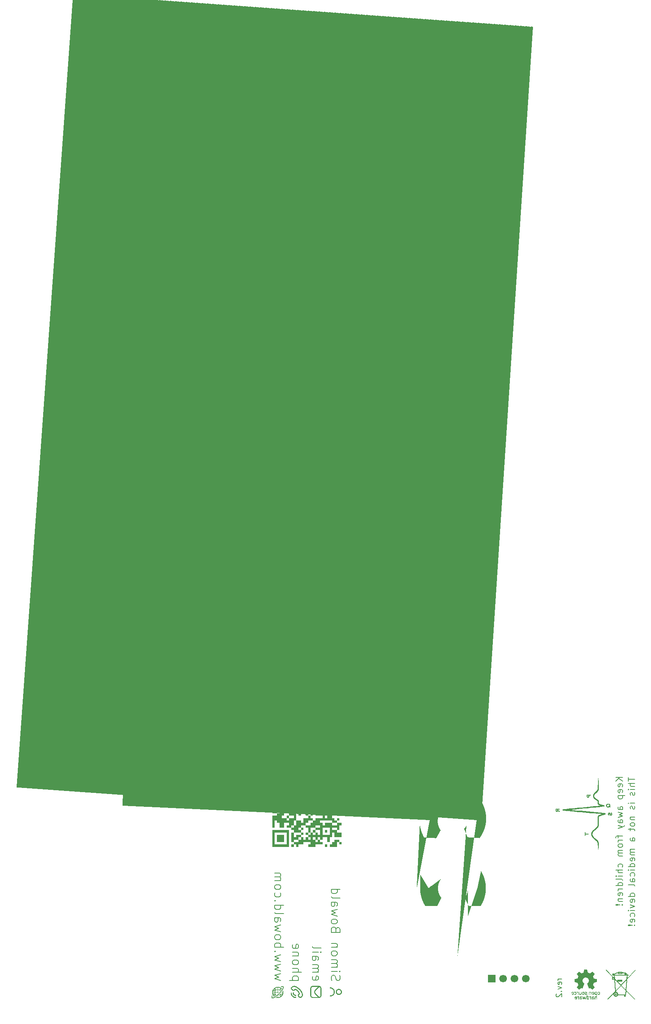
<source format=gbr>
%TF.GenerationSoftware,KiCad,Pcbnew,9.0.7*%
%TF.CreationDate,2026-02-11T21:28:43+01:00*%
%TF.ProjectId,ECG_Business_Card_v3,4543475f-4275-4736-996e-6573735f4361,rev?*%
%TF.SameCoordinates,Original*%
%TF.FileFunction,Soldermask,Bot*%
%TF.FilePolarity,Negative*%
%FSLAX46Y46*%
G04 Gerber Fmt 4.6, Leading zero omitted, Abs format (unit mm)*
G04 Created by KiCad (PCBNEW 9.0.7) date 2026-02-11 21:28:43*
%MOMM*%
%LPD*%
G01*
G04 APERTURE LIST*
G04 Aperture macros list*
%AMFreePoly0*
4,1,69,2.862162,2.145179,2.810238,2.080539,2.712011,1.946942,2.620414,1.808715,2.535664,1.666188,2.457963,1.519698,2.387495,1.369594,2.324429,1.216234,2.268914,1.059982,2.221083,0.901209,2.181048,0.740293,2.148905,0.577617,2.124731,0.413567,2.108583,0.248534,2.100499,0.082910,2.100499,-0.082911,2.108583,-0.248536,2.124731,-0.413569,2.148905,-0.577618,2.181048,-0.740295,
2.221083,-0.901210,2.268915,-1.059983,2.324430,-1.216236,2.387496,-1.369596,2.457963,-1.519699,2.535665,-1.666189,2.620414,-1.808717,2.712012,-1.946943,2.810239,-2.080541,2.862162,-2.145181,1.951471,-3.966563,-0.747108,-3.966563,-0.812680,-3.862344,-0.937690,-3.650174,-1.055573,-3.433962,-1.166196,-3.213948,-1.269438,-2.990375,-1.365184,-2.763491,-1.453329,-2.533547,-1.533774,-2.300797,
-1.606430,-2.065500,-1.671218,-1.827916,-1.728065,-1.588307,-1.776909,-1.346940,-1.817694,-1.104081,-1.850377,-0.860000,-1.874921,-0.614967,-1.891299,-0.369252,-1.899492,-0.123129,-1.899492,0.123130,-1.891299,0.369254,-1.874921,0.614968,-1.850377,0.860001,-1.817694,1.104082,-1.776908,1.346941,-1.728065,1.588308,-1.671218,1.827917,-1.606430,2.065501,-1.533773,2.300798,-1.453328,2.533548,
-1.365184,2.763492,-1.269438,2.990376,-1.166196,3.213949,-1.055572,3.433963,-0.937690,3.650175,-0.812679,3.862345,-0.747106,3.966563,1.951471,3.966563,2.862162,2.145179,2.862162,2.145179,$1*%
%AMFreePoly1*
4,1,69,0.812679,3.862344,0.937689,3.650174,1.055572,3.433963,1.166195,3.213948,1.269437,2.990375,1.365184,2.763491,1.453328,2.533547,1.533773,2.300798,1.606430,2.065500,1.671218,1.827916,1.728065,1.588308,1.776908,1.346940,1.817694,1.104082,1.850377,0.860001,1.874921,0.614967,1.891299,0.369253,1.899492,0.123130,1.899492,-0.123130,1.891299,-0.369253,1.874921,-0.614967,
1.850377,-0.860001,1.817694,-1.104082,1.776908,-1.346940,1.728065,-1.588308,1.671218,-1.827916,1.606430,-2.065500,1.533773,-2.300798,1.453328,-2.533547,1.365184,-2.763491,1.269437,-2.990375,1.166195,-3.213948,1.055572,-3.433963,0.937689,-3.650174,0.812679,-3.862344,0.747107,-3.966563,-1.951471,-3.966563,-2.862162,-2.145181,-2.810238,-2.080541,-2.712011,-1.946944,-2.620414,-1.808717,
-2.535664,-1.666189,-2.457963,-1.519699,-2.387495,-1.369596,-2.324429,-1.216236,-2.268914,-1.059983,-2.221082,-0.901210,-2.181048,-0.740294,-2.148905,-0.577618,-2.124731,-0.413568,-2.108583,-0.248535,-2.100499,-0.082911,-2.100499,0.082911,-2.108583,0.248535,-2.124731,0.413568,-2.148905,0.577618,-2.181048,0.740294,-2.221082,0.901210,-2.268914,1.059983,-2.324429,1.216236,-2.387495,1.369596,
-2.457963,1.519699,-2.535664,1.666189,-2.620414,1.808717,-2.712011,1.946944,-2.810238,2.080541,-2.862162,2.145181,-1.951471,3.966563,0.747107,3.966563,0.812679,3.862344,0.812679,3.862344,$1*%
%AMFreePoly2*
4,1,75,2.562162,2.145181,2.510238,2.080541,2.412011,1.946944,2.320414,1.808717,2.235664,1.666189,2.157963,1.519699,2.087495,1.369596,2.024429,1.216236,1.968914,1.059983,1.921082,0.901210,1.881047,0.740294,1.848905,0.577618,1.824730,0.413568,1.808582,0.248535,1.800499,0.082911,1.800499,-0.082910,1.808582,-0.248534,1.824730,-0.413568,1.848905,-0.577617,1.881047,-0.740294,
1.921082,-0.901210,1.968914,-1.059983,2.024429,-1.216235,2.087495,-1.369595,2.157962,-1.519699,2.235664,-1.666189,2.320413,-1.808716,2.412011,-1.946943,2.510238,-2.080540,2.562162,-2.145180,1.651471,-3.966563,-1.047107,-3.966563,-1.115060,-3.858517,-1.244380,-3.638422,-1.366032,-3.413997,-1.479871,-3.185511,-1.585763,-2.953234,-1.683580,-2.717443,-1.773206,-2.478419,-1.854536,-2.236446,
-1.891530,-2.114286,-1.905434,-2.069563,-1.940470,-1.982701,-1.961487,-1.940848,-1.993106,-1.822256,-2.049443,-1.583341,-2.097847,-1.342694,-2.138264,-1.100577,-2.170652,-0.857256,-2.194973,-0.612997,-2.211202,-0.368066,-2.219321,-0.122734,-2.219321,0.122734,-2.211202,0.368066,-2.194973,0.612997,-2.170652,0.857256,-2.138264,1.100577,-2.097847,1.342694,-2.049443,1.583341,-1.993106,1.822256,
-1.961487,1.940848,-1.940470,1.982701,-1.905434,2.069563,-1.891530,2.114286,-1.854535,2.236446,-1.773206,2.478419,-1.683579,2.717443,-1.585762,2.953234,-1.479871,3.185510,-1.366032,3.413997,-1.244381,3.638421,-1.115061,3.858517,-1.047108,3.966563,1.651471,3.966563,2.562162,2.145181,2.562162,2.145181,$1*%
%AMFreePoly3*
4,1,75,1.015060,3.858517,1.144380,3.638421,1.266031,3.413997,1.379871,3.185510,1.485762,2.953234,1.583579,2.717443,1.673206,2.478419,1.754536,2.236446,1.791530,2.114286,1.805433,2.069563,1.840471,1.982702,1.861487,1.940848,1.893106,1.822256,1.949443,1.583341,1.997847,1.342694,2.038264,1.100577,2.070652,0.857256,2.094973,0.612997,2.111202,0.368066,2.119321,0.122734,
2.119321,-0.122734,2.111202,-0.368066,2.094973,-0.612997,2.070652,-0.857256,2.038264,-1.100577,1.997847,-1.342694,1.949443,-1.583341,1.893106,-1.822256,1.861487,-1.940848,1.840470,-1.982702,1.805433,-2.069563,1.791530,-2.114286,1.754536,-2.236446,1.673206,-2.478419,1.583580,-2.717443,1.485763,-2.953234,1.379872,-3.185511,1.266032,-3.413997,1.144381,-3.638421,1.015061,-3.858517,
0.947108,-3.966563,-1.751471,-3.966563,-2.662163,-2.145178,-2.610239,-2.080538,-2.512012,-1.946941,-2.420414,-1.808715,-2.335664,-1.666187,-2.257963,-1.519697,-2.187496,-1.369594,-2.124430,-1.216234,-2.068915,-1.059981,-2.021083,-0.901208,-1.981048,-0.740293,-1.948905,-0.577616,-1.924731,-0.413567,-1.908583,-0.248533,-1.900499,-0.082909,-1.900499,0.082912,-1.908583,0.248536,-1.924731,0.413569,
-1.948905,0.577619,-1.981048,0.740295,-2.021082,0.901211,-2.068914,1.059984,-2.124429,1.216236,-2.187495,1.369596,-2.257963,1.519700,-2.335664,1.666190,-2.420414,1.808717,-2.512011,1.946944,-2.610238,2.080541,-2.662162,2.145181,-1.751471,3.966563,0.947107,3.966563,1.015060,3.858517,1.015060,3.858517,$1*%
G04 Aperture macros list end*
%ADD10C,0.000000*%
%ADD11C,0.200000*%
%ADD12FreePoly0,0.000000*%
%ADD13FreePoly1,0.000000*%
%ADD14R,1.700000X1.700000*%
%ADD15C,1.700000*%
%ADD16FreePoly2,0.000000*%
%ADD17FreePoly3,0.000000*%
G04 APERTURE END LIST*
D10*
G36*
X99611100Y-68858548D02*
G01*
X99074782Y-68858548D01*
X99074782Y-68322230D01*
X99611100Y-68322230D01*
X99611100Y-68858548D01*
G37*
G36*
X177906329Y-103092987D02*
G01*
X177932412Y-103113040D01*
X177957303Y-103133970D01*
X177980948Y-103155793D01*
X178003293Y-103178527D01*
X178024285Y-103202192D01*
X178043870Y-103226803D01*
X178061994Y-103252380D01*
X178078602Y-103278940D01*
X178093642Y-103306502D01*
X178107059Y-103335082D01*
X178109260Y-103340252D01*
X178111330Y-103345280D01*
X178113271Y-103350164D01*
X178115088Y-103354898D01*
X178116785Y-103359479D01*
X178118364Y-103363903D01*
X178119831Y-103368165D01*
X178121183Y-103372245D01*
X178121188Y-103372261D01*
X178323102Y-103372261D01*
X178323102Y-103562761D01*
X178093613Y-103562761D01*
X178092934Y-103570651D01*
X178044924Y-104128768D01*
X179892822Y-102182621D01*
X179892822Y-102399711D01*
X178024081Y-104370989D01*
X178005000Y-104592811D01*
X177812324Y-106832710D01*
X177836738Y-106857554D01*
X179776665Y-108831658D01*
X179664873Y-108941513D01*
X177794782Y-107036624D01*
X177719407Y-107912718D01*
X177718971Y-107916576D01*
X177718329Y-107920418D01*
X177717488Y-107924236D01*
X177716454Y-107928026D01*
X177715234Y-107931782D01*
X177713834Y-107935497D01*
X177712260Y-107939167D01*
X177710519Y-107942785D01*
X177708616Y-107946345D01*
X177706559Y-107949842D01*
X177702004Y-107956623D01*
X177696906Y-107963081D01*
X177691315Y-107969171D01*
X177685280Y-107974846D01*
X177678853Y-107980059D01*
X177672084Y-107984765D01*
X177665024Y-107988917D01*
X177661400Y-107990771D01*
X177657722Y-107992469D01*
X177653996Y-107994005D01*
X177650229Y-107995374D01*
X177646427Y-107996570D01*
X177642596Y-107997587D01*
X177638743Y-107998420D01*
X177634873Y-107999062D01*
X177634873Y-108286415D01*
X177281861Y-108286415D01*
X177281861Y-107999792D01*
X175940106Y-107999792D01*
X175921800Y-108031727D01*
X175901460Y-108062270D01*
X175879179Y-108091330D01*
X175855048Y-108118814D01*
X175829161Y-108144629D01*
X175801609Y-108168684D01*
X175772485Y-108190887D01*
X175741881Y-108211144D01*
X175709890Y-108229364D01*
X175676604Y-108245454D01*
X175642116Y-108259322D01*
X175606518Y-108270875D01*
X175569901Y-108280022D01*
X175532360Y-108286670D01*
X175493986Y-108290726D01*
X175454871Y-108292099D01*
X175426636Y-108291385D01*
X175398773Y-108289266D01*
X175371314Y-108285777D01*
X175344295Y-108280952D01*
X175317749Y-108274826D01*
X175291713Y-108267433D01*
X175266219Y-108258807D01*
X175241303Y-108248983D01*
X175216999Y-108237996D01*
X175193341Y-108225880D01*
X175170365Y-108212669D01*
X175148103Y-108198398D01*
X175126592Y-108183101D01*
X175105865Y-108166813D01*
X175085956Y-108149569D01*
X175066901Y-108131402D01*
X175048734Y-108112347D01*
X175031489Y-108092439D01*
X175015201Y-108071712D01*
X174999903Y-108050201D01*
X174985632Y-108027940D01*
X174972421Y-108004963D01*
X174960304Y-107981305D01*
X174949316Y-107957001D01*
X174939492Y-107932084D01*
X174930866Y-107906590D01*
X174923472Y-107880553D01*
X174917346Y-107854007D01*
X174912521Y-107826987D01*
X174909031Y-107799528D01*
X174906913Y-107771663D01*
X174906199Y-107743427D01*
X175169534Y-107743427D01*
X175169905Y-107758111D01*
X175171007Y-107772602D01*
X175172822Y-107786882D01*
X175175331Y-107800934D01*
X175178518Y-107814739D01*
X175182363Y-107828280D01*
X175186849Y-107841539D01*
X175191959Y-107854497D01*
X175197673Y-107867137D01*
X175203975Y-107879441D01*
X175210846Y-107891390D01*
X175218269Y-107902968D01*
X175226225Y-107914156D01*
X175234696Y-107924936D01*
X175243665Y-107935290D01*
X175253113Y-107945200D01*
X175263024Y-107954648D01*
X175273378Y-107963617D01*
X175284157Y-107972089D01*
X175295345Y-107980045D01*
X175306923Y-107987467D01*
X175318873Y-107994338D01*
X175331176Y-108000640D01*
X175343816Y-108006355D01*
X175356775Y-108011464D01*
X175370033Y-108015950D01*
X175383574Y-108019796D01*
X175397379Y-108022982D01*
X175411431Y-108025492D01*
X175425712Y-108027306D01*
X175440203Y-108028408D01*
X175454887Y-108028780D01*
X175469572Y-108028408D01*
X175484064Y-108027306D01*
X175498346Y-108025492D01*
X175512398Y-108022982D01*
X175526204Y-108019796D01*
X175539746Y-108015950D01*
X175553005Y-108011464D01*
X175565963Y-108006355D01*
X175578604Y-108000640D01*
X175590908Y-107994338D01*
X175602857Y-107987467D01*
X175614435Y-107980045D01*
X175625623Y-107972089D01*
X175636402Y-107963617D01*
X175646756Y-107954648D01*
X175656666Y-107945200D01*
X175666114Y-107935290D01*
X175675083Y-107924936D01*
X175683553Y-107914156D01*
X175691509Y-107902968D01*
X175698931Y-107891390D01*
X175705801Y-107879441D01*
X175712103Y-107867137D01*
X175717817Y-107854497D01*
X175722926Y-107841539D01*
X175727412Y-107828280D01*
X175731257Y-107814739D01*
X175734443Y-107800934D01*
X175736952Y-107786882D01*
X175738767Y-107772602D01*
X175739869Y-107758111D01*
X175740240Y-107743427D01*
X175739869Y-107728742D01*
X175738767Y-107714249D01*
X175736952Y-107699968D01*
X175734443Y-107685915D01*
X175731257Y-107672109D01*
X175727412Y-107658567D01*
X175722926Y-107645308D01*
X175717817Y-107632350D01*
X175712103Y-107619710D01*
X175705801Y-107607406D01*
X175698931Y-107595456D01*
X175691509Y-107583878D01*
X175683553Y-107572691D01*
X175675082Y-107561911D01*
X175666114Y-107551557D01*
X175656666Y-107541647D01*
X175646756Y-107532199D01*
X175636402Y-107523231D01*
X175625622Y-107514760D01*
X175614435Y-107506804D01*
X175602857Y-107499382D01*
X175590907Y-107492512D01*
X175578604Y-107486210D01*
X175565963Y-107480496D01*
X175553005Y-107475387D01*
X175539746Y-107470901D01*
X175526204Y-107467056D01*
X175512398Y-107463870D01*
X175498345Y-107461361D01*
X175484064Y-107459547D01*
X175469572Y-107458445D01*
X175454887Y-107458073D01*
X175440203Y-107458445D01*
X175425712Y-107459547D01*
X175411431Y-107461361D01*
X175397379Y-107463870D01*
X175383574Y-107467056D01*
X175370033Y-107470901D01*
X175356775Y-107475387D01*
X175343816Y-107480496D01*
X175331176Y-107486210D01*
X175318873Y-107492512D01*
X175306923Y-107499382D01*
X175295345Y-107506804D01*
X175284157Y-107514760D01*
X175273378Y-107523231D01*
X175263024Y-107532199D01*
X175253113Y-107541647D01*
X175243665Y-107551557D01*
X175234696Y-107561911D01*
X175226225Y-107572691D01*
X175218269Y-107583878D01*
X175210846Y-107595456D01*
X175203975Y-107607406D01*
X175197673Y-107619710D01*
X175191959Y-107632350D01*
X175186849Y-107645308D01*
X175182363Y-107658567D01*
X175178518Y-107672109D01*
X175175331Y-107685915D01*
X175172822Y-107699968D01*
X175171007Y-107714249D01*
X175169905Y-107728742D01*
X175169534Y-107743427D01*
X174906199Y-107743427D01*
X174906320Y-107731764D01*
X174906683Y-107720162D01*
X174907285Y-107708622D01*
X174908124Y-107697147D01*
X174909195Y-107685739D01*
X174910498Y-107674400D01*
X174912030Y-107663133D01*
X174913787Y-107651939D01*
X173710129Y-108921653D01*
X173596432Y-108813751D01*
X175290259Y-107029861D01*
X175503512Y-107029861D01*
X175519228Y-107198470D01*
X175544612Y-107202036D01*
X175569610Y-107206748D01*
X175594195Y-107212575D01*
X175618339Y-107219492D01*
X175642015Y-107227471D01*
X175665196Y-107236483D01*
X175687853Y-107246502D01*
X175709959Y-107257500D01*
X175731487Y-107269449D01*
X175752409Y-107282322D01*
X175772697Y-107296091D01*
X175792324Y-107310728D01*
X175811263Y-107326207D01*
X175829485Y-107342499D01*
X175846963Y-107359576D01*
X175863670Y-107377413D01*
X175879578Y-107395980D01*
X175894659Y-107415250D01*
X175908886Y-107435195D01*
X175922232Y-107455789D01*
X175934668Y-107477003D01*
X175946167Y-107498811D01*
X175956703Y-107521183D01*
X175966246Y-107544093D01*
X175974769Y-107567514D01*
X175982246Y-107591417D01*
X175988648Y-107615775D01*
X175993948Y-107640561D01*
X175998118Y-107665746D01*
X176001131Y-107691304D01*
X176002959Y-107717207D01*
X176003574Y-107743427D01*
X176003512Y-107751771D01*
X176003325Y-107760085D01*
X176003016Y-107768370D01*
X176002586Y-107776623D01*
X176002035Y-107784845D01*
X176001364Y-107793033D01*
X176000575Y-107801188D01*
X175999669Y-107809308D01*
X177537131Y-107809308D01*
X177618998Y-106857554D01*
X176625858Y-105845935D01*
X175503512Y-107029861D01*
X175290259Y-107029861D01*
X175310217Y-107008842D01*
X175078537Y-104523009D01*
X175269895Y-104523009D01*
X175484461Y-106825360D01*
X176518385Y-105736462D01*
X176515626Y-105733652D01*
X176732300Y-105733652D01*
X176735062Y-105736462D01*
X177636508Y-106653799D01*
X177813800Y-104592811D01*
X176732300Y-105733652D01*
X176515626Y-105733652D01*
X175291057Y-104486274D01*
X175291057Y-104523009D01*
X175269895Y-104523009D01*
X175078537Y-104523009D01*
X175078537Y-104523008D01*
X174644658Y-104523008D01*
X174644658Y-104030089D01*
X174811377Y-104030089D01*
X174811377Y-104351717D01*
X175062599Y-104351717D01*
X175052487Y-104243291D01*
X174843175Y-104030090D01*
X174843175Y-104030089D01*
X174811377Y-104030089D01*
X174644658Y-104030089D01*
X174644658Y-103858767D01*
X174674995Y-103858767D01*
X173217591Y-102374248D01*
X173217591Y-102157046D01*
X174889864Y-103858782D01*
X175016641Y-103858782D01*
X174989775Y-103570651D01*
X175181154Y-103570651D01*
X175207999Y-103858799D01*
X175291057Y-103858799D01*
X175291057Y-104267024D01*
X175374285Y-104351717D01*
X175751336Y-104735400D01*
X175751336Y-104515135D01*
X176918164Y-104515135D01*
X176918164Y-104896134D01*
X175909276Y-104896134D01*
X176624874Y-105624321D01*
X177834676Y-104350193D01*
X177901732Y-103570651D01*
X175181154Y-103570651D01*
X174989775Y-103570651D01*
X174989257Y-103565095D01*
X174983543Y-103567421D01*
X174977760Y-103569611D01*
X174971911Y-103571663D01*
X174965998Y-103573575D01*
X174960023Y-103575346D01*
X174953987Y-103576972D01*
X174947893Y-103578454D01*
X174941743Y-103579787D01*
X174935538Y-103580971D01*
X174929281Y-103582004D01*
X174922974Y-103582883D01*
X174916619Y-103583606D01*
X174910217Y-103584172D01*
X174903770Y-103584579D01*
X174897282Y-103584825D01*
X174890753Y-103584907D01*
X174877681Y-103584576D01*
X174864782Y-103583595D01*
X174852069Y-103581980D01*
X174839561Y-103579746D01*
X174827272Y-103576910D01*
X174815218Y-103573487D01*
X174803416Y-103569493D01*
X174791881Y-103564945D01*
X174780630Y-103559858D01*
X174769678Y-103554249D01*
X174759041Y-103548132D01*
X174748736Y-103541525D01*
X174738777Y-103534444D01*
X174729182Y-103526903D01*
X174719966Y-103518919D01*
X174711145Y-103510509D01*
X174702735Y-103501687D01*
X174694752Y-103492471D01*
X174687211Y-103482875D01*
X174680130Y-103472917D01*
X174673523Y-103462611D01*
X174667408Y-103451974D01*
X174661798Y-103441023D01*
X174656712Y-103429771D01*
X174652164Y-103418237D01*
X174648171Y-103406435D01*
X174644749Y-103394383D01*
X174641913Y-103382094D01*
X174640157Y-103372261D01*
X175188631Y-103372261D01*
X177402304Y-103372261D01*
X177402304Y-103198906D01*
X177727837Y-103198906D01*
X177727837Y-103372245D01*
X177917512Y-103372245D01*
X177910246Y-103359343D01*
X177902295Y-103346731D01*
X177893674Y-103334407D01*
X177884399Y-103322368D01*
X177874486Y-103310610D01*
X177863951Y-103299130D01*
X177852809Y-103287925D01*
X177841076Y-103276991D01*
X177828768Y-103266326D01*
X177815900Y-103255926D01*
X177802490Y-103245787D01*
X177788551Y-103235907D01*
X177774101Y-103226282D01*
X177759155Y-103216909D01*
X177743728Y-103207785D01*
X177727837Y-103198906D01*
X177402304Y-103198906D01*
X177402304Y-103082511D01*
X177339029Y-103068408D01*
X177274621Y-103055824D01*
X177209474Y-103044679D01*
X177143981Y-103034894D01*
X177078532Y-103026388D01*
X177013522Y-103019083D01*
X176949341Y-103012899D01*
X176886383Y-103007755D01*
X176886383Y-103015090D01*
X176886383Y-103205590D01*
X175949774Y-103205590D01*
X175949774Y-103027792D01*
X175886739Y-103036577D01*
X175824029Y-103046677D01*
X175762028Y-103058172D01*
X175701106Y-103071146D01*
X175641632Y-103085680D01*
X175583975Y-103101858D01*
X175528505Y-103119762D01*
X175475592Y-103139476D01*
X175425604Y-103161082D01*
X175378911Y-103184663D01*
X175356915Y-103197220D01*
X175335882Y-103210302D01*
X175315857Y-103223919D01*
X175296887Y-103238082D01*
X175279017Y-103252800D01*
X175262295Y-103268084D01*
X175246765Y-103283946D01*
X175232475Y-103300393D01*
X175219471Y-103317439D01*
X175207798Y-103335092D01*
X175197502Y-103353362D01*
X175188631Y-103372261D01*
X174640157Y-103372261D01*
X174639679Y-103369587D01*
X174638064Y-103356875D01*
X174637083Y-103343977D01*
X174636753Y-103330907D01*
X174637083Y-103317835D01*
X174638064Y-103304936D01*
X174639679Y-103292224D01*
X174641913Y-103279715D01*
X174644749Y-103267426D01*
X174648171Y-103255372D01*
X174652164Y-103243570D01*
X174656712Y-103232036D01*
X174661798Y-103220784D01*
X174667408Y-103209832D01*
X174673523Y-103199196D01*
X174680130Y-103188890D01*
X174687211Y-103178932D01*
X174694752Y-103169336D01*
X174702735Y-103160120D01*
X174711145Y-103151299D01*
X174719966Y-103142889D01*
X174729182Y-103134906D01*
X174738777Y-103127366D01*
X174748736Y-103120284D01*
X174759041Y-103113678D01*
X174769678Y-103107562D01*
X174780630Y-103101953D01*
X174791881Y-103096867D01*
X174803416Y-103092319D01*
X174815218Y-103088326D01*
X174827272Y-103084903D01*
X174839561Y-103082067D01*
X174852069Y-103079833D01*
X174864782Y-103078218D01*
X174877681Y-103077237D01*
X174890753Y-103076907D01*
X174905855Y-103077349D01*
X174920724Y-103078657D01*
X174935336Y-103080807D01*
X174949666Y-103083775D01*
X174963689Y-103087535D01*
X174977380Y-103092064D01*
X174990715Y-103097335D01*
X175003669Y-103103325D01*
X175016218Y-103110008D01*
X175028336Y-103117361D01*
X175039998Y-103125358D01*
X175051181Y-103133974D01*
X175061859Y-103143186D01*
X175072008Y-103152967D01*
X175081603Y-103163294D01*
X175090619Y-103174141D01*
X175125277Y-103137157D01*
X175163720Y-103102657D01*
X175205681Y-103070559D01*
X175250892Y-103040779D01*
X175299087Y-103013233D01*
X175349999Y-102987838D01*
X175403361Y-102964510D01*
X175458905Y-102943166D01*
X175504479Y-102927745D01*
X176140306Y-102927745D01*
X176140306Y-103015090D01*
X176695914Y-103015090D01*
X176695914Y-102927745D01*
X176140306Y-102927745D01*
X175504479Y-102927745D01*
X175516365Y-102923723D01*
X175575473Y-102906096D01*
X175635963Y-102890203D01*
X175697567Y-102875959D01*
X175760019Y-102863282D01*
X175823052Y-102852087D01*
X175949774Y-102833815D01*
X175949774Y-102737261D01*
X176886383Y-102737261D01*
X176886383Y-102812699D01*
X176949549Y-102817239D01*
X177013609Y-102822842D01*
X177078305Y-102829596D01*
X177143379Y-102837585D01*
X177208574Y-102846897D01*
X177273632Y-102857618D01*
X177338295Y-102869833D01*
X177402304Y-102883629D01*
X177402304Y-102864150D01*
X177727822Y-102864150D01*
X177727822Y-102990055D01*
X177759924Y-103005230D01*
X177791158Y-103021173D01*
X177821469Y-103037902D01*
X177850804Y-103055435D01*
X177879109Y-103073791D01*
X177891474Y-103082511D01*
X177906329Y-103092987D01*
G37*
G36*
X106583227Y-61350102D02*
G01*
X106046910Y-61350102D01*
X106046910Y-60813784D01*
X106583227Y-60813784D01*
X106583227Y-61350102D01*
G37*
G36*
X103365323Y-62422737D02*
G01*
X102829005Y-62422737D01*
X102829005Y-61886419D01*
X103365323Y-61886419D01*
X103365323Y-62422737D01*
G37*
G36*
X111946404Y-69931183D02*
G01*
X111410085Y-69931183D01*
X111410085Y-69394865D01*
X111946404Y-69394865D01*
X111946404Y-69931183D01*
G37*
G36*
X104437957Y-59741149D02*
G01*
X103901640Y-59741149D01*
X103901640Y-59204831D01*
X104437957Y-59204831D01*
X104437957Y-59741149D01*
G37*
G36*
X111410085Y-64568007D02*
G01*
X110873768Y-64568007D01*
X110873768Y-64031690D01*
X111410085Y-64031690D01*
X111410085Y-64568007D01*
G37*
G36*
X105391374Y-107954446D02*
G01*
X105368662Y-108063475D01*
X105330104Y-108167206D01*
X105274884Y-108264824D01*
X105202190Y-108355513D01*
X105072368Y-108468402D01*
X105059324Y-108480414D01*
X105045835Y-108491640D01*
X105031933Y-108502078D01*
X105017646Y-108511731D01*
X105003006Y-108520597D01*
X104988041Y-108528678D01*
X104972783Y-108535973D01*
X104957261Y-108542483D01*
X104941506Y-108548208D01*
X104925547Y-108553149D01*
X104909415Y-108557305D01*
X104893139Y-108560677D01*
X104876751Y-108563265D01*
X104860279Y-108565069D01*
X104843754Y-108566091D01*
X104827207Y-108566329D01*
X104810666Y-108565785D01*
X104794163Y-108564458D01*
X104777728Y-108562349D01*
X104761390Y-108559459D01*
X104745179Y-108555787D01*
X104729127Y-108551333D01*
X104713262Y-108546098D01*
X104697615Y-108540083D01*
X104682216Y-108533287D01*
X104667096Y-108525711D01*
X104652283Y-108517355D01*
X104637809Y-108508220D01*
X104623703Y-108498305D01*
X104609996Y-108487611D01*
X104596717Y-108476138D01*
X104583898Y-108463887D01*
X104371215Y-108188664D01*
X104359506Y-108175742D01*
X104348554Y-108162396D01*
X104338360Y-108148652D01*
X104328923Y-108134540D01*
X104320243Y-108120088D01*
X104312321Y-108105325D01*
X104305156Y-108090278D01*
X104298748Y-108074977D01*
X104293097Y-108059449D01*
X104288204Y-108043724D01*
X104284068Y-108027829D01*
X104280688Y-108011794D01*
X104278066Y-107995645D01*
X104276200Y-107979413D01*
X104275092Y-107963125D01*
X104274740Y-107946810D01*
X104275145Y-107930496D01*
X104276307Y-107914212D01*
X104278225Y-107897986D01*
X104280901Y-107881846D01*
X104284332Y-107865822D01*
X104288521Y-107849941D01*
X104293466Y-107834232D01*
X104299167Y-107818723D01*
X104305625Y-107803442D01*
X104312839Y-107788419D01*
X104320809Y-107773682D01*
X104329536Y-107759258D01*
X104339019Y-107745177D01*
X104349258Y-107731467D01*
X104360254Y-107718156D01*
X104372005Y-107705273D01*
X104502731Y-107540907D01*
X104473762Y-107475209D01*
X104441709Y-107411310D01*
X104406663Y-107349302D01*
X104368717Y-107289276D01*
X104327961Y-107231324D01*
X104284486Y-107175538D01*
X104238383Y-107122008D01*
X104189745Y-107070827D01*
X104138662Y-107022085D01*
X104085226Y-106975875D01*
X104029527Y-106932288D01*
X103971658Y-106891415D01*
X103911709Y-106853347D01*
X103849772Y-106818177D01*
X103785937Y-106785995D01*
X103720297Y-106756894D01*
X103554915Y-106888409D01*
X103542031Y-106900151D01*
X103528720Y-106911137D01*
X103515010Y-106921368D01*
X103500929Y-106930842D01*
X103486507Y-106939561D01*
X103471771Y-106947523D01*
X103456749Y-106954730D01*
X103441471Y-106961180D01*
X103425965Y-106966875D01*
X103410258Y-106971813D01*
X103394380Y-106975996D01*
X103378359Y-106979422D01*
X103362224Y-106982092D01*
X103346002Y-106984005D01*
X103329722Y-106985163D01*
X103313412Y-106985564D01*
X103297102Y-106985209D01*
X103280819Y-106984097D01*
X103264592Y-106982229D01*
X103248448Y-106979604D01*
X103232418Y-106976223D01*
X103216528Y-106972085D01*
X103200808Y-106967190D01*
X103185286Y-106961539D01*
X103169990Y-106955132D01*
X103154948Y-106947967D01*
X103140190Y-106940046D01*
X103125743Y-106931368D01*
X103111636Y-106921933D01*
X103097897Y-106911741D01*
X103084555Y-106900792D01*
X103071638Y-106889087D01*
X102796528Y-106676517D01*
X102784157Y-106663469D01*
X102772585Y-106649958D01*
X102761810Y-106636014D01*
X102751834Y-106621667D01*
X102742656Y-106606949D01*
X102734276Y-106591891D01*
X102726694Y-106576524D01*
X102719910Y-106560878D01*
X102713924Y-106544985D01*
X102708736Y-106528876D01*
X102704347Y-106512580D01*
X102700755Y-106496130D01*
X102697962Y-106479557D01*
X102695966Y-106462890D01*
X102694769Y-106446162D01*
X102694370Y-106429403D01*
X102694392Y-106428499D01*
X102920908Y-106428499D01*
X102921001Y-106434452D01*
X102921373Y-106440399D01*
X102922025Y-106446330D01*
X102922957Y-106452234D01*
X102924169Y-106458100D01*
X102925663Y-106463918D01*
X102927439Y-106469677D01*
X102929497Y-106475367D01*
X102931839Y-106480978D01*
X102934464Y-106486498D01*
X102937373Y-106491918D01*
X102940567Y-106497226D01*
X102944046Y-106502412D01*
X102947811Y-106507466D01*
X102951863Y-106512377D01*
X102951863Y-106512376D01*
X103225505Y-106723704D01*
X103230129Y-106728063D01*
X103234915Y-106732141D01*
X103239853Y-106735938D01*
X103244932Y-106739453D01*
X103250141Y-106742688D01*
X103255470Y-106745641D01*
X103260908Y-106748312D01*
X103266443Y-106750703D01*
X103272065Y-106752812D01*
X103277763Y-106754640D01*
X103283526Y-106756187D01*
X103289343Y-106757452D01*
X103295204Y-106758437D01*
X103301097Y-106759140D01*
X103307012Y-106759562D01*
X103312938Y-106759702D01*
X103318864Y-106759562D01*
X103324779Y-106759140D01*
X103330672Y-106758437D01*
X103336533Y-106757452D01*
X103342350Y-106756187D01*
X103348113Y-106754640D01*
X103353811Y-106752812D01*
X103359433Y-106750703D01*
X103364968Y-106748312D01*
X103370406Y-106745641D01*
X103375734Y-106742688D01*
X103380944Y-106739453D01*
X103386023Y-106735938D01*
X103390961Y-106732141D01*
X103395747Y-106728063D01*
X103400370Y-106723704D01*
X103631115Y-106539131D01*
X103637091Y-106534687D01*
X103643298Y-106530676D01*
X103649712Y-106527102D01*
X103656311Y-106523968D01*
X103663072Y-106521277D01*
X103669972Y-106519034D01*
X103676989Y-106517241D01*
X103684100Y-106515903D01*
X103691282Y-106515022D01*
X103698512Y-106514603D01*
X103705768Y-106514648D01*
X103713026Y-106515162D01*
X103720265Y-106516148D01*
X103727461Y-106517609D01*
X103734591Y-106519549D01*
X103741634Y-106521972D01*
X103826795Y-106556331D01*
X103909543Y-106595038D01*
X103989741Y-106637954D01*
X104067250Y-106684943D01*
X104141932Y-106735867D01*
X104213650Y-106790586D01*
X104282265Y-106848965D01*
X104347640Y-106910865D01*
X104409636Y-106976149D01*
X104468116Y-107044678D01*
X104522942Y-107116315D01*
X104573975Y-107190922D01*
X104621078Y-107268361D01*
X104664113Y-107348496D01*
X104702942Y-107431187D01*
X104737426Y-107516297D01*
X104740053Y-107523447D01*
X104742176Y-107530698D01*
X104743800Y-107538026D01*
X104744928Y-107545406D01*
X104745563Y-107552814D01*
X104745709Y-107560225D01*
X104745370Y-107567616D01*
X104744549Y-107574961D01*
X104743250Y-107582238D01*
X104741476Y-107589420D01*
X104739231Y-107596485D01*
X104736518Y-107603407D01*
X104733340Y-107610163D01*
X104729702Y-107616727D01*
X104725607Y-107623077D01*
X104721058Y-107629186D01*
X104536597Y-107859931D01*
X104532238Y-107864554D01*
X104528160Y-107869340D01*
X104524364Y-107874278D01*
X104520848Y-107879358D01*
X104517614Y-107884567D01*
X104514661Y-107889896D01*
X104511989Y-107895333D01*
X104509599Y-107900868D01*
X104507489Y-107906490D01*
X104505661Y-107912188D01*
X104504115Y-107917951D01*
X104502849Y-107923769D01*
X104501865Y-107929629D01*
X104501162Y-107935523D01*
X104500740Y-107941438D01*
X104500599Y-107947364D01*
X104500740Y-107953289D01*
X104501162Y-107959204D01*
X104501865Y-107965098D01*
X104502849Y-107970959D01*
X104504115Y-107976776D01*
X104505661Y-107982539D01*
X104507489Y-107988237D01*
X104509599Y-107993859D01*
X104511989Y-107999394D01*
X104514661Y-108004831D01*
X104517614Y-108010160D01*
X104520848Y-108015370D01*
X104524364Y-108020449D01*
X104528160Y-108025387D01*
X104532238Y-108030173D01*
X104536597Y-108034796D01*
X104747925Y-108308552D01*
X104752593Y-108312537D01*
X104757403Y-108316254D01*
X104762344Y-108319702D01*
X104767406Y-108322883D01*
X104772580Y-108325795D01*
X104777855Y-108328440D01*
X104783222Y-108330818D01*
X104788671Y-108332929D01*
X104794193Y-108334773D01*
X104799776Y-108336351D01*
X104805412Y-108337662D01*
X104811090Y-108338708D01*
X104816801Y-108339487D01*
X104822535Y-108340001D01*
X104828282Y-108340250D01*
X104834031Y-108340234D01*
X104839774Y-108339953D01*
X104845500Y-108339408D01*
X104851200Y-108338599D01*
X104856863Y-108337525D01*
X104862480Y-108336188D01*
X104868041Y-108334588D01*
X104873535Y-108332724D01*
X104878954Y-108330597D01*
X104884287Y-108328208D01*
X104889524Y-108325556D01*
X104894656Y-108322642D01*
X104899673Y-108319466D01*
X104904564Y-108316029D01*
X104909320Y-108312330D01*
X104913931Y-108308370D01*
X104918387Y-108304149D01*
X105048210Y-108191260D01*
X105100461Y-108116420D01*
X105138264Y-108035926D01*
X105162326Y-107950431D01*
X105173356Y-107860583D01*
X105172060Y-107767033D01*
X105159147Y-107670432D01*
X105135325Y-107571430D01*
X105101301Y-107470676D01*
X105057783Y-107368822D01*
X105005478Y-107266518D01*
X104945095Y-107164413D01*
X104877341Y-107063159D01*
X104802924Y-106963405D01*
X104722551Y-106865802D01*
X104636931Y-106771000D01*
X104546771Y-106679650D01*
X104452779Y-106592401D01*
X104355663Y-106509904D01*
X104256129Y-106432810D01*
X104154887Y-106361768D01*
X104052644Y-106297429D01*
X103950107Y-106240443D01*
X103847984Y-106191461D01*
X103746984Y-106151132D01*
X103647813Y-106120108D01*
X103551179Y-106099037D01*
X103457791Y-106088572D01*
X103368356Y-106089362D01*
X103283582Y-106102056D01*
X103204176Y-106127307D01*
X103130846Y-106165763D01*
X103064300Y-106218075D01*
X102961459Y-106336608D01*
X102956896Y-106341049D01*
X102952603Y-106345663D01*
X102948580Y-106350440D01*
X102944827Y-106355368D01*
X102941345Y-106360439D01*
X102938135Y-106365641D01*
X102935197Y-106370963D01*
X102932531Y-106376395D01*
X102930139Y-106381927D01*
X102928021Y-106387548D01*
X102926177Y-106393247D01*
X102924608Y-106399014D01*
X102923314Y-106404839D01*
X102922297Y-106410710D01*
X102921557Y-106416618D01*
X102921093Y-106422551D01*
X102920908Y-106428499D01*
X102694392Y-106428499D01*
X102694769Y-106412644D01*
X102695966Y-106395915D01*
X102697962Y-106379249D01*
X102700755Y-106362675D01*
X102704347Y-106346225D01*
X102708736Y-106329930D01*
X102713924Y-106313821D01*
X102719910Y-106297927D01*
X102726694Y-106282282D01*
X102734276Y-106266915D01*
X102742656Y-106251857D01*
X102751834Y-106237139D01*
X102761810Y-106222792D01*
X102772585Y-106208848D01*
X102784157Y-106195337D01*
X102796528Y-106182289D01*
X102899257Y-106063869D01*
X102989681Y-105989932D01*
X103087057Y-105933545D01*
X103190570Y-105893892D01*
X103299406Y-105870158D01*
X103412750Y-105861525D01*
X103529789Y-105867179D01*
X103649709Y-105886303D01*
X103771694Y-105918082D01*
X103894931Y-105961698D01*
X104018605Y-106016337D01*
X104141903Y-106081182D01*
X104264011Y-106155418D01*
X104384113Y-106238228D01*
X104501396Y-106328796D01*
X104615045Y-106426307D01*
X104724247Y-106529945D01*
X104828186Y-106638893D01*
X104926050Y-106752335D01*
X105017024Y-106869456D01*
X105100292Y-106989440D01*
X105175042Y-107111470D01*
X105240460Y-107234731D01*
X105295729Y-107358407D01*
X105340038Y-107481681D01*
X105372571Y-107603738D01*
X105392514Y-107723762D01*
X105399053Y-107840937D01*
X105397724Y-107860583D01*
X105391374Y-107954446D01*
G37*
G36*
X103365323Y-72612771D02*
G01*
X102829005Y-72612771D01*
X102829005Y-72076452D01*
X103365323Y-72076452D01*
X103365323Y-72612771D01*
G37*
G36*
X112482721Y-65104324D02*
G01*
X111946404Y-65104324D01*
X111946404Y-64568007D01*
X112482721Y-64568007D01*
X112482721Y-65104324D01*
G37*
G36*
X104974275Y-72612771D02*
G01*
X104437957Y-72612771D01*
X104437957Y-72076452D01*
X104974275Y-72076452D01*
X104974275Y-72612771D01*
G37*
G36*
X101220052Y-69931183D02*
G01*
X100683735Y-69931183D01*
X100683735Y-69394865D01*
X101220052Y-69394865D01*
X101220052Y-69931183D01*
G37*
G36*
X110873768Y-64568007D02*
G01*
X110337451Y-64568007D01*
X110337451Y-64031690D01*
X110873768Y-64031690D01*
X110873768Y-64568007D01*
G37*
G36*
X103365323Y-65640642D02*
G01*
X102829005Y-65640642D01*
X102829005Y-65104324D01*
X103365323Y-65104324D01*
X103365323Y-65640642D01*
G37*
G36*
X107655863Y-62959054D02*
G01*
X107119546Y-62959054D01*
X107119546Y-62422737D01*
X107655863Y-62422737D01*
X107655863Y-62959054D01*
G37*
G36*
X103365323Y-72076452D02*
G01*
X102829005Y-72076452D01*
X102829005Y-71540135D01*
X103365323Y-71540135D01*
X103365323Y-72076452D01*
G37*
G36*
X109801133Y-64031690D02*
G01*
X109264816Y-64031690D01*
X109264816Y-63495372D01*
X109801133Y-63495372D01*
X109801133Y-64031690D01*
G37*
G36*
X104974275Y-69394865D02*
G01*
X104437957Y-69394865D01*
X104437957Y-68858548D01*
X104974275Y-68858548D01*
X104974275Y-69394865D01*
G37*
G36*
X171901147Y-107546750D02*
G01*
X171900394Y-107570822D01*
X171899123Y-107593070D01*
X171897320Y-107613625D01*
X171894971Y-107632621D01*
X171892064Y-107650189D01*
X171888584Y-107666463D01*
X171884518Y-107681574D01*
X171879853Y-107695656D01*
X171874574Y-107708841D01*
X171868669Y-107721262D01*
X171862124Y-107733050D01*
X171854926Y-107744338D01*
X171847061Y-107755260D01*
X171838515Y-107765946D01*
X171829275Y-107776531D01*
X171822089Y-107784191D01*
X171814294Y-107791870D01*
X171805864Y-107799500D01*
X171796775Y-107807007D01*
X171787003Y-107814321D01*
X171776521Y-107821372D01*
X171765305Y-107828088D01*
X171753330Y-107834399D01*
X171747050Y-107837380D01*
X171740571Y-107840233D01*
X171733890Y-107842949D01*
X171727004Y-107845519D01*
X171719909Y-107847935D01*
X171712602Y-107850187D01*
X171705081Y-107852267D01*
X171697342Y-107854165D01*
X171689382Y-107855874D01*
X171681198Y-107857383D01*
X171672786Y-107858684D01*
X171664145Y-107859769D01*
X171655270Y-107860628D01*
X171646158Y-107861253D01*
X171636807Y-107861634D01*
X171627213Y-107861763D01*
X171608274Y-107861253D01*
X171590293Y-107859769D01*
X171573245Y-107857383D01*
X171557105Y-107854165D01*
X171541848Y-107850187D01*
X171527449Y-107845519D01*
X171513884Y-107840233D01*
X171501127Y-107834399D01*
X171489154Y-107828088D01*
X171477939Y-107821372D01*
X171467458Y-107814321D01*
X171457686Y-107807007D01*
X171448598Y-107799499D01*
X171440169Y-107791870D01*
X171432373Y-107784190D01*
X171425187Y-107776531D01*
X171415947Y-107765946D01*
X171407400Y-107755258D01*
X171399533Y-107744335D01*
X171392332Y-107733045D01*
X171385784Y-107721254D01*
X171379876Y-107708832D01*
X171374595Y-107695645D01*
X171369926Y-107681561D01*
X171365856Y-107666448D01*
X171362373Y-107650173D01*
X171359463Y-107632604D01*
X171357111Y-107613610D01*
X171355306Y-107593056D01*
X171354033Y-107570812D01*
X171353279Y-107546744D01*
X171353042Y-107522018D01*
X171486862Y-107522018D01*
X171487248Y-107554830D01*
X171487751Y-107569078D01*
X171488478Y-107582042D01*
X171489444Y-107593836D01*
X171490661Y-107604577D01*
X171492143Y-107614379D01*
X171493904Y-107623359D01*
X171495957Y-107631631D01*
X171498316Y-107639313D01*
X171500994Y-107646518D01*
X171504005Y-107653362D01*
X171507361Y-107659961D01*
X171511078Y-107666431D01*
X171515167Y-107672887D01*
X171519644Y-107679445D01*
X171521556Y-107682009D01*
X171523595Y-107684532D01*
X171528041Y-107689444D01*
X171532955Y-107694160D01*
X171538311Y-107698659D01*
X171544081Y-107702919D01*
X171550238Y-107706921D01*
X171556756Y-107710641D01*
X171563607Y-107714060D01*
X171570766Y-107717156D01*
X171578205Y-107719908D01*
X171585896Y-107722294D01*
X171593814Y-107724294D01*
X171601932Y-107725887D01*
X171610222Y-107727050D01*
X171618658Y-107727764D01*
X171627213Y-107728006D01*
X171635774Y-107727764D01*
X171644215Y-107727052D01*
X171652510Y-107725890D01*
X171660632Y-107724299D01*
X171668553Y-107722302D01*
X171676247Y-107719918D01*
X171683687Y-107717168D01*
X171690846Y-107714074D01*
X171697697Y-107710657D01*
X171704213Y-107706937D01*
X171710368Y-107702936D01*
X171716135Y-107698675D01*
X171721487Y-107694174D01*
X171726396Y-107689454D01*
X171730837Y-107684538D01*
X171734782Y-107679445D01*
X171739258Y-107672887D01*
X171743349Y-107666429D01*
X171747067Y-107659953D01*
X171750427Y-107653342D01*
X171753440Y-107646478D01*
X171756121Y-107639244D01*
X171758483Y-107631523D01*
X171760539Y-107623197D01*
X171762304Y-107614148D01*
X171763790Y-107604260D01*
X171765010Y-107593415D01*
X171765978Y-107581495D01*
X171766708Y-107568383D01*
X171767213Y-107553962D01*
X171767506Y-107538113D01*
X171767601Y-107520721D01*
X171767213Y-107487905D01*
X171766708Y-107473654D01*
X171765978Y-107460686D01*
X171765010Y-107448888D01*
X171763790Y-107438142D01*
X171762304Y-107428335D01*
X171760539Y-107419352D01*
X171758483Y-107411076D01*
X171756121Y-107403393D01*
X171753440Y-107396188D01*
X171750427Y-107389345D01*
X171747067Y-107382749D01*
X171743349Y-107376286D01*
X171739258Y-107369839D01*
X171734782Y-107363294D01*
X171732873Y-107360730D01*
X171730837Y-107358207D01*
X171726396Y-107353295D01*
X171721487Y-107348578D01*
X171716135Y-107344079D01*
X171710368Y-107339819D01*
X171704213Y-107335818D01*
X171697697Y-107332097D01*
X171690846Y-107328678D01*
X171683687Y-107325582D01*
X171676247Y-107322831D01*
X171668553Y-107320444D01*
X171660632Y-107318444D01*
X171652510Y-107316852D01*
X171644215Y-107315688D01*
X171635774Y-107314974D01*
X171627213Y-107314732D01*
X171618658Y-107314974D01*
X171610222Y-107315687D01*
X171601932Y-107316849D01*
X171593814Y-107318439D01*
X171585896Y-107320437D01*
X171578205Y-107322821D01*
X171570766Y-107325570D01*
X171563607Y-107328664D01*
X171556756Y-107332081D01*
X171550238Y-107335801D01*
X171544081Y-107339802D01*
X171538311Y-107344064D01*
X171532955Y-107348565D01*
X171528041Y-107353284D01*
X171523595Y-107358201D01*
X171519644Y-107363294D01*
X171515167Y-107369839D01*
X171511078Y-107376288D01*
X171507361Y-107382758D01*
X171504005Y-107389365D01*
X171500994Y-107396228D01*
X171498316Y-107403462D01*
X171495957Y-107411185D01*
X171493904Y-107419514D01*
X171492143Y-107428566D01*
X171490661Y-107438459D01*
X171489444Y-107449309D01*
X171488478Y-107461233D01*
X171487751Y-107474349D01*
X171487248Y-107488774D01*
X171486956Y-107504624D01*
X171486862Y-107522018D01*
X171353042Y-107522018D01*
X171353030Y-107520721D01*
X171353279Y-107494914D01*
X171354033Y-107471037D01*
X171355306Y-107448959D01*
X171357111Y-107428551D01*
X171359463Y-107409680D01*
X171362373Y-107392216D01*
X171365856Y-107376029D01*
X171369926Y-107360988D01*
X171374595Y-107346961D01*
X171379876Y-107333819D01*
X171385784Y-107321430D01*
X171392332Y-107309663D01*
X171399533Y-107298388D01*
X171407400Y-107287475D01*
X171415947Y-107276791D01*
X171425187Y-107266207D01*
X171432373Y-107258547D01*
X171440169Y-107250865D01*
X171448598Y-107243232D01*
X171457686Y-107235720D01*
X171467458Y-107228400D01*
X171477939Y-107221342D01*
X171489154Y-107214620D01*
X171501127Y-107208302D01*
X171507406Y-107205318D01*
X171513884Y-107202461D01*
X171520564Y-107199742D01*
X171527449Y-107197168D01*
X171534543Y-107194749D01*
X171541848Y-107192494D01*
X171549368Y-107190412D01*
X171557105Y-107188510D01*
X171565063Y-107186800D01*
X171573245Y-107185288D01*
X171581654Y-107183984D01*
X171590293Y-107182898D01*
X171599165Y-107182038D01*
X171608274Y-107181412D01*
X171617622Y-107181030D01*
X171627213Y-107180901D01*
X171646158Y-107181412D01*
X171664145Y-107182898D01*
X171681198Y-107185288D01*
X171697342Y-107188510D01*
X171712602Y-107192494D01*
X171727004Y-107197168D01*
X171740571Y-107202461D01*
X171753330Y-107208302D01*
X171765305Y-107214620D01*
X171776521Y-107221343D01*
X171787003Y-107228400D01*
X171796775Y-107235720D01*
X171805864Y-107243232D01*
X171814294Y-107250865D01*
X171822089Y-107258547D01*
X171829275Y-107266207D01*
X171838515Y-107276797D01*
X171847061Y-107287485D01*
X171854926Y-107298402D01*
X171862124Y-107309679D01*
X171868669Y-107321446D01*
X171874574Y-107333835D01*
X171879853Y-107346976D01*
X171884518Y-107361002D01*
X171888584Y-107376041D01*
X171892064Y-107392226D01*
X171894971Y-107409687D01*
X171897320Y-107428556D01*
X171899123Y-107448963D01*
X171900394Y-107471038D01*
X171901147Y-107494914D01*
X171901395Y-107520721D01*
X171901147Y-107546750D01*
G37*
G36*
X103365323Y-68858548D02*
G01*
X102829005Y-68858548D01*
X102829005Y-68322230D01*
X103365323Y-68322230D01*
X103365323Y-68858548D01*
G37*
G36*
X169039667Y-63064468D02*
G01*
X169099721Y-63065992D01*
X169159906Y-63066839D01*
X169209462Y-63066941D01*
X169281081Y-63067089D01*
X169529559Y-63065879D01*
X169639377Y-63066737D01*
X169691226Y-63066669D01*
X169716751Y-63066186D01*
X169742149Y-63065281D01*
X169754854Y-63064938D01*
X169766865Y-63065133D01*
X169778163Y-63065931D01*
X169783540Y-63066578D01*
X169788733Y-63067399D01*
X169793738Y-63068405D01*
X169798555Y-63069602D01*
X169803181Y-63071000D01*
X169807613Y-63072607D01*
X169811851Y-63074430D01*
X169815890Y-63076478D01*
X169819730Y-63078760D01*
X169823367Y-63081282D01*
X169826801Y-63084055D01*
X169830028Y-63087085D01*
X169833046Y-63090382D01*
X169835854Y-63093953D01*
X169838449Y-63097806D01*
X169840829Y-63101951D01*
X169842991Y-63106394D01*
X169844935Y-63111145D01*
X169846656Y-63116211D01*
X169848154Y-63121601D01*
X169849425Y-63127323D01*
X169850469Y-63133386D01*
X169851282Y-63139796D01*
X169851863Y-63146564D01*
X169852209Y-63153696D01*
X169852318Y-63161202D01*
X169851983Y-63175822D01*
X169850987Y-63189449D01*
X169849283Y-63202093D01*
X169848151Y-63208049D01*
X169846823Y-63213763D01*
X169845295Y-63219237D01*
X169843559Y-63224471D01*
X169841611Y-63229467D01*
X169839444Y-63234226D01*
X169837052Y-63238749D01*
X169834430Y-63243038D01*
X169831571Y-63247094D01*
X169828470Y-63250918D01*
X169825120Y-63254512D01*
X169821516Y-63257877D01*
X169817651Y-63261013D01*
X169813520Y-63263923D01*
X169809116Y-63266608D01*
X169804435Y-63269069D01*
X169799469Y-63271306D01*
X169794213Y-63273322D01*
X169788662Y-63275118D01*
X169782808Y-63276695D01*
X169776646Y-63278054D01*
X169770170Y-63279197D01*
X169763375Y-63280125D01*
X169756253Y-63280839D01*
X169748800Y-63281340D01*
X169741009Y-63281630D01*
X169673676Y-63283673D01*
X169646356Y-63285326D01*
X169622828Y-63287780D01*
X169612383Y-63289397D01*
X169602762Y-63291322D01*
X169593925Y-63293589D01*
X169585830Y-63296236D01*
X169578436Y-63299297D01*
X169571702Y-63302809D01*
X169565586Y-63306807D01*
X169560048Y-63311327D01*
X169555047Y-63316404D01*
X169550541Y-63322074D01*
X169546488Y-63328373D01*
X169542849Y-63335337D01*
X169539582Y-63343001D01*
X169536645Y-63351402D01*
X169533998Y-63360574D01*
X169531599Y-63370553D01*
X169527381Y-63393077D01*
X169523663Y-63419260D01*
X169516407Y-63483743D01*
X169514390Y-63499396D01*
X169511723Y-63514654D01*
X169508417Y-63529508D01*
X169504485Y-63543949D01*
X169499936Y-63557969D01*
X169494782Y-63571558D01*
X169489034Y-63584708D01*
X169482703Y-63597411D01*
X169475800Y-63609656D01*
X169468337Y-63621437D01*
X169460325Y-63632743D01*
X169451774Y-63643566D01*
X169442696Y-63653897D01*
X169433103Y-63663728D01*
X169423004Y-63673049D01*
X169412411Y-63681853D01*
X169401336Y-63690130D01*
X169389790Y-63697871D01*
X169377783Y-63705067D01*
X169365326Y-63711711D01*
X169352432Y-63717792D01*
X169339111Y-63723303D01*
X169325374Y-63728234D01*
X169311232Y-63732577D01*
X169296697Y-63736323D01*
X169281779Y-63739463D01*
X169266491Y-63741989D01*
X169250841Y-63743891D01*
X169234843Y-63745161D01*
X169218507Y-63745790D01*
X169201845Y-63745769D01*
X169184866Y-63745090D01*
X169170228Y-63743937D01*
X169155964Y-63742230D01*
X169142079Y-63739977D01*
X169128579Y-63737183D01*
X169115470Y-63733856D01*
X169102758Y-63730000D01*
X169090448Y-63725622D01*
X169078546Y-63720730D01*
X169067059Y-63715327D01*
X169055992Y-63709422D01*
X169045350Y-63703020D01*
X169035140Y-63696128D01*
X169025367Y-63688751D01*
X169016038Y-63680896D01*
X169007157Y-63672570D01*
X168998731Y-63663778D01*
X168990766Y-63654526D01*
X168983268Y-63644822D01*
X168976241Y-63634671D01*
X168969693Y-63624079D01*
X168963629Y-63613053D01*
X168958054Y-63601598D01*
X168952975Y-63589722D01*
X168948397Y-63577430D01*
X168944326Y-63564729D01*
X168940768Y-63551625D01*
X168937729Y-63538124D01*
X168935215Y-63524232D01*
X168933230Y-63509956D01*
X168931782Y-63495301D01*
X168930876Y-63480275D01*
X168930518Y-63464883D01*
X168930838Y-63393213D01*
X168931139Y-63366192D01*
X169109396Y-63366192D01*
X169109412Y-63375804D01*
X169109979Y-63385510D01*
X169111034Y-63395286D01*
X169112515Y-63405109D01*
X169114358Y-63414956D01*
X169116502Y-63424802D01*
X169121438Y-63444398D01*
X169123038Y-63449910D01*
X169124792Y-63455147D01*
X169126697Y-63460113D01*
X169128750Y-63464814D01*
X169130950Y-63469254D01*
X169133292Y-63473439D01*
X169135775Y-63477375D01*
X169138395Y-63481065D01*
X169141149Y-63484516D01*
X169144036Y-63487734D01*
X169147051Y-63490722D01*
X169150193Y-63493487D01*
X169153458Y-63496033D01*
X169156844Y-63498366D01*
X169160348Y-63500491D01*
X169163967Y-63502413D01*
X169167699Y-63504138D01*
X169171539Y-63505671D01*
X169175487Y-63507016D01*
X169179539Y-63508180D01*
X169187943Y-63509984D01*
X169196730Y-63511123D01*
X169205877Y-63511640D01*
X169215361Y-63511577D01*
X169225162Y-63510975D01*
X169235256Y-63509877D01*
X169243011Y-63506951D01*
X169250321Y-63503856D01*
X169257199Y-63500597D01*
X169263656Y-63497178D01*
X169269705Y-63493605D01*
X169275360Y-63489880D01*
X169280633Y-63486011D01*
X169285535Y-63482000D01*
X169290081Y-63477852D01*
X169294283Y-63473573D01*
X169298152Y-63469167D01*
X169301702Y-63464638D01*
X169304946Y-63459992D01*
X169307896Y-63455232D01*
X169310564Y-63450364D01*
X169312963Y-63445393D01*
X169315107Y-63440321D01*
X169317007Y-63435156D01*
X169320126Y-63424560D01*
X169322423Y-63413641D01*
X169323998Y-63402438D01*
X169324953Y-63390986D01*
X169325387Y-63379324D01*
X169325402Y-63367489D01*
X169325099Y-63355518D01*
X169324759Y-63348891D01*
X169324194Y-63342428D01*
X169323370Y-63336144D01*
X169322257Y-63330054D01*
X169320819Y-63324174D01*
X169319969Y-63321317D01*
X169319026Y-63318517D01*
X169317986Y-63315778D01*
X169316844Y-63313100D01*
X169315597Y-63310486D01*
X169314240Y-63307938D01*
X169312770Y-63305456D01*
X169311182Y-63303044D01*
X169309473Y-63300704D01*
X169307638Y-63298436D01*
X169305672Y-63296243D01*
X169303573Y-63294127D01*
X169301335Y-63292089D01*
X169298956Y-63290132D01*
X169296430Y-63288257D01*
X169293753Y-63286467D01*
X169290922Y-63284763D01*
X169287933Y-63283147D01*
X169284781Y-63281621D01*
X169281462Y-63280187D01*
X169277972Y-63278847D01*
X169274307Y-63277602D01*
X169264962Y-63274749D01*
X169255604Y-63272177D01*
X169246257Y-63269938D01*
X169236946Y-63268086D01*
X169227694Y-63266674D01*
X169218525Y-63265757D01*
X169209462Y-63265386D01*
X169200529Y-63265617D01*
X169191751Y-63266503D01*
X169187427Y-63267207D01*
X169183151Y-63268096D01*
X169178925Y-63269175D01*
X169174752Y-63270451D01*
X169170636Y-63271931D01*
X169166579Y-63273621D01*
X169162585Y-63275528D01*
X169158655Y-63277660D01*
X169154794Y-63280022D01*
X169151005Y-63282621D01*
X169147289Y-63285464D01*
X169143651Y-63288557D01*
X169140093Y-63291908D01*
X169136618Y-63295523D01*
X169133160Y-63299490D01*
X169129972Y-63303531D01*
X169127047Y-63307643D01*
X169124377Y-63311822D01*
X169121954Y-63316066D01*
X169119772Y-63320373D01*
X169117821Y-63324738D01*
X169116093Y-63329159D01*
X169113279Y-63338158D01*
X169111267Y-63347346D01*
X169109993Y-63356698D01*
X169109396Y-63366192D01*
X168931139Y-63366192D01*
X168931637Y-63321527D01*
X168931785Y-63285700D01*
X168931535Y-63249895D01*
X168930714Y-63214122D01*
X168929150Y-63178390D01*
X168928673Y-63163333D01*
X168929014Y-63149431D01*
X168929502Y-63142907D01*
X168930207Y-63136663D01*
X168931135Y-63130698D01*
X168932289Y-63125009D01*
X168933675Y-63119593D01*
X168935296Y-63114448D01*
X168937157Y-63109571D01*
X168939263Y-63104959D01*
X168941618Y-63100610D01*
X168944227Y-63096521D01*
X168947094Y-63092690D01*
X168950223Y-63089114D01*
X168953620Y-63085790D01*
X168957288Y-63082716D01*
X168961232Y-63079890D01*
X168965456Y-63077308D01*
X168969966Y-63074968D01*
X168974765Y-63072868D01*
X168979858Y-63071005D01*
X168985250Y-63069376D01*
X168990944Y-63067978D01*
X168996946Y-63066810D01*
X169003260Y-63065868D01*
X169009891Y-63065151D01*
X169016842Y-63064655D01*
X169024119Y-63064377D01*
X169039667Y-63064468D01*
G37*
G36*
X108728498Y-62959054D02*
G01*
X108192181Y-62959054D01*
X108192181Y-62422737D01*
X108728498Y-62422737D01*
X108728498Y-62959054D01*
G37*
G36*
X108192181Y-65104324D02*
G01*
X107655863Y-65104324D01*
X107655863Y-64568007D01*
X108192181Y-64568007D01*
X108192181Y-65104324D01*
G37*
G36*
X99074782Y-64031690D02*
G01*
X98538464Y-64031690D01*
X98538464Y-63495372D01*
X99074782Y-63495372D01*
X99074782Y-64031690D01*
G37*
G36*
X102292687Y-69394865D02*
G01*
X101756370Y-69394865D01*
X101756370Y-68858548D01*
X102292687Y-68858548D01*
X102292687Y-69394865D01*
G37*
G36*
X102829005Y-68858548D02*
G01*
X102292687Y-68858548D01*
X102292687Y-68322230D01*
X102829005Y-68322230D01*
X102829005Y-68858548D01*
G37*
G36*
X105510593Y-61350102D02*
G01*
X104974275Y-61350102D01*
X104974275Y-60813784D01*
X105510593Y-60813784D01*
X105510593Y-61350102D01*
G37*
G36*
X100147417Y-67785913D02*
G01*
X99611100Y-67785913D01*
X99611100Y-67249594D01*
X100147417Y-67249594D01*
X100147417Y-67785913D01*
G37*
G36*
X99611100Y-65640642D02*
G01*
X99074782Y-65640642D01*
X99074782Y-65104324D01*
X99611100Y-65104324D01*
X99611100Y-65640642D01*
G37*
G36*
X100683735Y-68322230D02*
G01*
X100147417Y-68322230D01*
X100147417Y-67785913D01*
X100683735Y-67785913D01*
X100683735Y-68322230D01*
G37*
G36*
X101220052Y-61886419D02*
G01*
X99611100Y-61886419D01*
X99611100Y-60277467D01*
X101220052Y-60277467D01*
X101220052Y-61886419D01*
G37*
G36*
X103901640Y-61886419D02*
G01*
X103365323Y-61886419D01*
X103365323Y-61350102D01*
X103901640Y-61350102D01*
X103901640Y-61886419D01*
G37*
G36*
X113555356Y-72612771D02*
G01*
X113019039Y-72612771D01*
X113019039Y-72076452D01*
X113555356Y-72076452D01*
X113555356Y-72612771D01*
G37*
G36*
X101220052Y-73685406D02*
G01*
X99611100Y-73685406D01*
X99611100Y-72076452D01*
X101220052Y-72076452D01*
X101220052Y-73685406D01*
G37*
G36*
X106046910Y-60277467D02*
G01*
X105510593Y-60277467D01*
X105510593Y-59741149D01*
X106046910Y-59741149D01*
X106046910Y-60277467D01*
G37*
G36*
X110337451Y-65640642D02*
G01*
X109801133Y-65640642D01*
X109801133Y-65104324D01*
X110337451Y-65104324D01*
X110337451Y-65640642D01*
G37*
G36*
X110337451Y-67785913D02*
G01*
X109801133Y-67785913D01*
X109801133Y-67249594D01*
X110337451Y-67249594D01*
X110337451Y-67785913D01*
G37*
G36*
X109801133Y-68858548D02*
G01*
X109264816Y-68858548D01*
X109264816Y-68322230D01*
X109801133Y-68322230D01*
X109801133Y-68858548D01*
G37*
G36*
X111946404Y-64568007D02*
G01*
X111410085Y-64568007D01*
X111410085Y-64031690D01*
X111946404Y-64031690D01*
X111946404Y-64568007D01*
G37*
G36*
X168583355Y-71491346D02*
G01*
X168595430Y-71492360D01*
X168601106Y-71493102D01*
X168606544Y-71494007D01*
X168611742Y-71495079D01*
X168616703Y-71496322D01*
X168621426Y-71497741D01*
X168625912Y-71499339D01*
X168630163Y-71501121D01*
X168634177Y-71503091D01*
X168637958Y-71505253D01*
X168641504Y-71507611D01*
X168644816Y-71510171D01*
X168647896Y-71512935D01*
X168650744Y-71515909D01*
X168653361Y-71519096D01*
X168655747Y-71522500D01*
X168657903Y-71526127D01*
X168659829Y-71529979D01*
X168661527Y-71534062D01*
X168662997Y-71538380D01*
X168664239Y-71542936D01*
X168665255Y-71547735D01*
X168666045Y-71552782D01*
X168666610Y-71558080D01*
X168666950Y-71563634D01*
X168667066Y-71569448D01*
X168666958Y-71575526D01*
X168666628Y-71581873D01*
X168666076Y-71588492D01*
X168665657Y-71593650D01*
X168665393Y-71598823D01*
X168665242Y-71609207D01*
X168665443Y-71619626D01*
X168665816Y-71630062D01*
X168666179Y-71640495D01*
X168666353Y-71650909D01*
X168666313Y-71656102D01*
X168666157Y-71661283D01*
X168665863Y-71666450D01*
X168665410Y-71671601D01*
X168664374Y-71685314D01*
X168664207Y-71691758D01*
X168664276Y-71697930D01*
X168664581Y-71703835D01*
X168665124Y-71709475D01*
X168665906Y-71714855D01*
X168666927Y-71719976D01*
X168668188Y-71724843D01*
X168669691Y-71729458D01*
X168671437Y-71733825D01*
X168673427Y-71737947D01*
X168675661Y-71741828D01*
X168678140Y-71745471D01*
X168680866Y-71748878D01*
X168683840Y-71752054D01*
X168687063Y-71755001D01*
X168690535Y-71757723D01*
X168694258Y-71760223D01*
X168698233Y-71762505D01*
X168702460Y-71764571D01*
X168706941Y-71766425D01*
X168711677Y-71768070D01*
X168716669Y-71769509D01*
X168721917Y-71770746D01*
X168727423Y-71771784D01*
X168733188Y-71772627D01*
X168739213Y-71773277D01*
X168752046Y-71774012D01*
X168765930Y-71774016D01*
X168895309Y-71771989D01*
X169024728Y-71771581D01*
X169283598Y-71771765D01*
X169293184Y-71771904D01*
X169302592Y-71772430D01*
X169311765Y-71773384D01*
X169320646Y-71774806D01*
X169324959Y-71775706D01*
X169329177Y-71776737D01*
X169333294Y-71777907D01*
X169337302Y-71779219D01*
X169341194Y-71780679D01*
X169344963Y-71782291D01*
X169348602Y-71784062D01*
X169352103Y-71785995D01*
X169355460Y-71788097D01*
X169358666Y-71790372D01*
X169361712Y-71792825D01*
X169364593Y-71795462D01*
X169367301Y-71798288D01*
X169369828Y-71801307D01*
X169372169Y-71804525D01*
X169374315Y-71807946D01*
X169376259Y-71811577D01*
X169377994Y-71815422D01*
X169379514Y-71819486D01*
X169380811Y-71823775D01*
X169381877Y-71828293D01*
X169382706Y-71833045D01*
X169383291Y-71838037D01*
X169383624Y-71843274D01*
X169384335Y-71853160D01*
X169385566Y-71863410D01*
X169388611Y-71884579D01*
X169389939Y-71895289D01*
X169390814Y-71905944D01*
X169391005Y-71911218D01*
X169390991Y-71916439D01*
X169390742Y-71921593D01*
X169390227Y-71926668D01*
X169389417Y-71931651D01*
X169388280Y-71936528D01*
X169386787Y-71941287D01*
X169384906Y-71945913D01*
X169382607Y-71950396D01*
X169379861Y-71954720D01*
X169376636Y-71958873D01*
X169372902Y-71962843D01*
X169368629Y-71966615D01*
X169363787Y-71970177D01*
X169358344Y-71973516D01*
X169352270Y-71976619D01*
X169345536Y-71979472D01*
X169338111Y-71982063D01*
X169329963Y-71984378D01*
X169321064Y-71986405D01*
X168850070Y-71987427D01*
X168784614Y-71987175D01*
X168758602Y-71987138D01*
X168736625Y-71987651D01*
X168718349Y-71989081D01*
X168710495Y-71990255D01*
X168703442Y-71991795D01*
X168697149Y-71993749D01*
X168691573Y-71996161D01*
X168686673Y-71999078D01*
X168682409Y-72002546D01*
X168678737Y-72006611D01*
X168675617Y-72011317D01*
X168673007Y-72016713D01*
X168670865Y-72022843D01*
X168669151Y-72029753D01*
X168667822Y-72037489D01*
X168666154Y-72055624D01*
X168665530Y-72077615D01*
X168665617Y-72103830D01*
X168666594Y-72170399D01*
X168666574Y-72182138D01*
X168666193Y-72193375D01*
X168665371Y-72204076D01*
X168664027Y-72214206D01*
X168663135Y-72219046D01*
X168662081Y-72223730D01*
X168660857Y-72228254D01*
X168659452Y-72232614D01*
X168657855Y-72236805D01*
X168656058Y-72240822D01*
X168654049Y-72244662D01*
X168651820Y-72248321D01*
X168649358Y-72251793D01*
X168646655Y-72255074D01*
X168643701Y-72258160D01*
X168640485Y-72261048D01*
X168636996Y-72263731D01*
X168633226Y-72266206D01*
X168629164Y-72268470D01*
X168624800Y-72270516D01*
X168620124Y-72272341D01*
X168615125Y-72273941D01*
X168609794Y-72275312D01*
X168604121Y-72276448D01*
X168598094Y-72277345D01*
X168591705Y-72278000D01*
X168584943Y-72278408D01*
X168577799Y-72278564D01*
X168570658Y-72278479D01*
X168563807Y-72278167D01*
X168557243Y-72277630D01*
X168550963Y-72276869D01*
X168544964Y-72275885D01*
X168539242Y-72274679D01*
X168533795Y-72273253D01*
X168528619Y-72271608D01*
X168523712Y-72269745D01*
X168519069Y-72267665D01*
X168514689Y-72265370D01*
X168510569Y-72262861D01*
X168506704Y-72260140D01*
X168503092Y-72257206D01*
X168499730Y-72254063D01*
X168496615Y-72250710D01*
X168493743Y-72247150D01*
X168491112Y-72243383D01*
X168488719Y-72239411D01*
X168486560Y-72235235D01*
X168484632Y-72230856D01*
X168482933Y-72226276D01*
X168481459Y-72221496D01*
X168480207Y-72216517D01*
X168479174Y-72211340D01*
X168478357Y-72205967D01*
X168477753Y-72200398D01*
X168477358Y-72194636D01*
X168477186Y-72182535D01*
X168477817Y-72169674D01*
X168482400Y-72096946D01*
X168485158Y-72024198D01*
X168486467Y-71951435D01*
X168486701Y-71878662D01*
X168484370Y-71587559D01*
X168484520Y-71576248D01*
X168485019Y-71565577D01*
X168485939Y-71555559D01*
X168487357Y-71546207D01*
X168488275Y-71541785D01*
X168489346Y-71537535D01*
X168490578Y-71533459D01*
X168491981Y-71529557D01*
X168493564Y-71525832D01*
X168495337Y-71522286D01*
X168497309Y-71518921D01*
X168499489Y-71515737D01*
X168501887Y-71512737D01*
X168504512Y-71509922D01*
X168507373Y-71507294D01*
X168510479Y-71504855D01*
X168513841Y-71502606D01*
X168517467Y-71500550D01*
X168521366Y-71498688D01*
X168525549Y-71497021D01*
X168530023Y-71495551D01*
X168534800Y-71494281D01*
X168539887Y-71493211D01*
X168545295Y-71492343D01*
X168551032Y-71491680D01*
X168557108Y-71491222D01*
X168563533Y-71490972D01*
X168570315Y-71490931D01*
X168583355Y-71491346D01*
G37*
G36*
X110873768Y-74758041D02*
G01*
X110337451Y-74758041D01*
X110337451Y-74221723D01*
X110873768Y-74221723D01*
X110873768Y-74758041D01*
G37*
G36*
X100683735Y-69394865D02*
G01*
X100147417Y-69394865D01*
X100147417Y-68858548D01*
X100683735Y-68858548D01*
X100683735Y-69394865D01*
G37*
G36*
X105510593Y-74221723D02*
G01*
X104974275Y-74221723D01*
X104974275Y-73685406D01*
X105510593Y-73685406D01*
X105510593Y-74221723D01*
G37*
G36*
X100683735Y-64568007D02*
G01*
X100147417Y-64568007D01*
X100147417Y-64031690D01*
X100683735Y-64031690D01*
X100683735Y-64568007D01*
G37*
G36*
X106583227Y-66176960D02*
G01*
X106046910Y-66176960D01*
X106046910Y-65640642D01*
X106583227Y-65640642D01*
X106583227Y-66176960D01*
G37*
G36*
X109801133Y-73149088D02*
G01*
X109264816Y-73149088D01*
X109264816Y-72612771D01*
X109801133Y-72612771D01*
X109801133Y-73149088D01*
G37*
G36*
X109264816Y-74221723D02*
G01*
X108728498Y-74221723D01*
X108728498Y-73685406D01*
X109264816Y-73685406D01*
X109264816Y-74221723D01*
G37*
G36*
X107655863Y-72076452D02*
G01*
X107119546Y-72076452D01*
X107119546Y-71540135D01*
X107655863Y-71540135D01*
X107655863Y-72076452D01*
G37*
G36*
X102292687Y-67249594D02*
G01*
X101756370Y-67249594D01*
X101756370Y-66713277D01*
X102292687Y-66713277D01*
X102292687Y-67249594D01*
G37*
G36*
X108192181Y-62422737D02*
G01*
X107655863Y-62422737D01*
X107655863Y-61886419D01*
X108192181Y-61886419D01*
X108192181Y-62422737D01*
G37*
G36*
X108728498Y-64031690D02*
G01*
X108192181Y-64031690D01*
X108192181Y-63495372D01*
X108728498Y-63495372D01*
X108728498Y-64031690D01*
G37*
G36*
X110873768Y-70467500D02*
G01*
X110337451Y-70467500D01*
X110337451Y-69931183D01*
X110873768Y-69931183D01*
X110873768Y-70467500D01*
G37*
G36*
X107655863Y-73149088D02*
G01*
X107119546Y-73149088D01*
X107119546Y-72612771D01*
X107655863Y-72612771D01*
X107655863Y-73149088D01*
G37*
G36*
X110873768Y-72612771D02*
G01*
X110337451Y-72612771D01*
X110337451Y-72076452D01*
X110873768Y-72076452D01*
X110873768Y-72612771D01*
G37*
G36*
X109801133Y-71540135D02*
G01*
X109264816Y-71540135D01*
X109264816Y-71003818D01*
X109801133Y-71003818D01*
X109801133Y-71540135D01*
G37*
G36*
X166780538Y-107181208D02*
G01*
X166793438Y-107182132D01*
X166806070Y-107183670D01*
X166818423Y-107185824D01*
X166830485Y-107188593D01*
X166842244Y-107191976D01*
X166853689Y-107195975D01*
X166864807Y-107200588D01*
X166875587Y-107205817D01*
X166886017Y-107211659D01*
X166896085Y-107218116D01*
X166905780Y-107225188D01*
X166915090Y-107232873D01*
X166924002Y-107241173D01*
X166932506Y-107250087D01*
X166940589Y-107259614D01*
X166943183Y-107259614D01*
X166943183Y-107188790D01*
X167077014Y-107188790D01*
X167077014Y-107853874D01*
X166943183Y-107853874D01*
X166943183Y-107453787D01*
X166942996Y-107444846D01*
X166942445Y-107436226D01*
X166941541Y-107427924D01*
X166940295Y-107419938D01*
X166938718Y-107412265D01*
X166936823Y-107404903D01*
X166934620Y-107397849D01*
X166932121Y-107391101D01*
X166929338Y-107384658D01*
X166926283Y-107378515D01*
X166922965Y-107372672D01*
X166919399Y-107367124D01*
X166915593Y-107361871D01*
X166911561Y-107356910D01*
X166907314Y-107352238D01*
X166902863Y-107347852D01*
X166898220Y-107343751D01*
X166893395Y-107339933D01*
X166888402Y-107336393D01*
X166883251Y-107333131D01*
X166877953Y-107330144D01*
X166872521Y-107327429D01*
X166866965Y-107324984D01*
X166861298Y-107322807D01*
X166849674Y-107319245D01*
X166837740Y-107316725D01*
X166825590Y-107315227D01*
X166813315Y-107314732D01*
X166807045Y-107314841D01*
X166801024Y-107315173D01*
X166795219Y-107315736D01*
X166789600Y-107316536D01*
X166784136Y-107317583D01*
X166778796Y-107318883D01*
X166773549Y-107320445D01*
X166768365Y-107322275D01*
X166763211Y-107324382D01*
X166758058Y-107326773D01*
X166752875Y-107329456D01*
X166747629Y-107332438D01*
X166742292Y-107335727D01*
X166736831Y-107339331D01*
X166731215Y-107343258D01*
X166725415Y-107347514D01*
X166628329Y-107232055D01*
X166636014Y-107226292D01*
X166643795Y-107220817D01*
X166651679Y-107215643D01*
X166659677Y-107210779D01*
X166667794Y-107206239D01*
X166676041Y-107202033D01*
X166684424Y-107198173D01*
X166692952Y-107194671D01*
X166701634Y-107191537D01*
X166710476Y-107188784D01*
X166719489Y-107186423D01*
X166728679Y-107184466D01*
X166738056Y-107182923D01*
X166747626Y-107181807D01*
X166757399Y-107181129D01*
X166767383Y-107180901D01*
X166780538Y-107181208D01*
G37*
G36*
X102292687Y-74758041D02*
G01*
X98538464Y-74758041D01*
X98538464Y-74221723D01*
X98538464Y-71540135D01*
X99074782Y-71540135D01*
X99074782Y-74221723D01*
X101756370Y-74221723D01*
X101756370Y-71540135D01*
X99074782Y-71540135D01*
X98538464Y-71540135D01*
X98538464Y-71003818D01*
X102292687Y-71003818D01*
X102292687Y-74758041D01*
G37*
G36*
X105510593Y-60813784D02*
G01*
X104974275Y-60813784D01*
X104974275Y-60277467D01*
X105510593Y-60277467D01*
X105510593Y-60813784D01*
G37*
G36*
X113555356Y-68858548D02*
G01*
X113019039Y-68858548D01*
X113019039Y-68322230D01*
X113555356Y-68322230D01*
X113555356Y-68858548D01*
G37*
G36*
X111410085Y-64031690D02*
G01*
X110873768Y-64031690D01*
X110873768Y-63495372D01*
X111410085Y-63495372D01*
X111410085Y-64031690D01*
G37*
G36*
X109801133Y-74221723D02*
G01*
X109264816Y-74221723D01*
X109264816Y-73685406D01*
X109801133Y-73685406D01*
X109801133Y-74221723D01*
G37*
G36*
X104437957Y-74221723D02*
G01*
X103901640Y-74221723D01*
X103901640Y-73685406D01*
X104437957Y-73685406D01*
X104437957Y-74221723D01*
G37*
G36*
X110873768Y-67785913D02*
G01*
X110337451Y-67785913D01*
X110337451Y-67249594D01*
X110873768Y-67249594D01*
X110873768Y-67785913D01*
G37*
G36*
X108728498Y-66713277D02*
G01*
X108192181Y-66713277D01*
X108192181Y-66176960D01*
X108728498Y-66176960D01*
X108728498Y-66713277D01*
G37*
G36*
X107119546Y-67249594D02*
G01*
X106583227Y-67249594D01*
X106583227Y-66713277D01*
X107119546Y-66713277D01*
X107119546Y-67249594D01*
G37*
G36*
X109264816Y-72612771D02*
G01*
X108728498Y-72612771D01*
X108728498Y-72076452D01*
X109264816Y-72076452D01*
X109264816Y-72612771D01*
G37*
G36*
X104437957Y-65104324D02*
G01*
X103901640Y-65104324D01*
X103901640Y-64568007D01*
X104437957Y-64568007D01*
X104437957Y-65104324D01*
G37*
G36*
X100683735Y-64031690D02*
G01*
X100147417Y-64031690D01*
X100147417Y-63495372D01*
X100683735Y-63495372D01*
X100683735Y-64031690D01*
G37*
G36*
X105510593Y-73149088D02*
G01*
X104974275Y-73149088D01*
X104974275Y-72612771D01*
X105510593Y-72612771D01*
X105510593Y-73149088D01*
G37*
G36*
X109801133Y-70467500D02*
G01*
X109264816Y-70467500D01*
X109264816Y-69931183D01*
X109801133Y-69931183D01*
X109801133Y-70467500D01*
G37*
G36*
X104437957Y-62959054D02*
G01*
X103901640Y-62959054D01*
X103901640Y-62422737D01*
X104437957Y-62422737D01*
X104437957Y-62959054D01*
G37*
G36*
X113019039Y-73685406D02*
G01*
X112482721Y-73685406D01*
X112482721Y-73149088D01*
X113019039Y-73149088D01*
X113019039Y-73685406D01*
G37*
G36*
X103901640Y-65104324D02*
G01*
X103365323Y-65104324D01*
X103365323Y-64568007D01*
X103901640Y-64568007D01*
X103901640Y-65104324D01*
G37*
G36*
X112482721Y-66713277D02*
G01*
X111946404Y-66713277D01*
X111946404Y-66176960D01*
X112482721Y-66176960D01*
X112482721Y-66713277D01*
G37*
G36*
X103365323Y-61886419D02*
G01*
X102829005Y-61886419D01*
X102829005Y-61350102D01*
X103365323Y-61350102D01*
X103365323Y-61886419D01*
G37*
G36*
X110337451Y-68858548D02*
G01*
X109801133Y-68858548D01*
X109801133Y-68322230D01*
X110337451Y-68322230D01*
X110337451Y-68858548D01*
G37*
G36*
X99611100Y-66713277D02*
G01*
X99074782Y-66713277D01*
X99074782Y-66176960D01*
X99611100Y-66176960D01*
X99611100Y-66713277D01*
G37*
G36*
X104974275Y-64031690D02*
G01*
X104437957Y-64031690D01*
X104437957Y-63495372D01*
X104974275Y-63495372D01*
X104974275Y-64031690D01*
G37*
G36*
X104437957Y-72612771D02*
G01*
X103901640Y-72612771D01*
X103901640Y-72076452D01*
X104437957Y-72076452D01*
X104437957Y-72612771D01*
G37*
G36*
X107655863Y-70467500D02*
G01*
X107119546Y-70467500D01*
X107119546Y-69931183D01*
X107655863Y-69931183D01*
X107655863Y-70467500D01*
G37*
G36*
X100683735Y-67249594D02*
G01*
X100147417Y-67249594D01*
X100147417Y-66713277D01*
X100683735Y-66713277D01*
X100683735Y-67249594D01*
G37*
G36*
X107655863Y-74758041D02*
G01*
X107119546Y-74758041D01*
X107119546Y-74221723D01*
X107655863Y-74221723D01*
X107655863Y-74758041D01*
G37*
G36*
X101220052Y-66176960D02*
G01*
X100683735Y-66176960D01*
X100683735Y-65640642D01*
X101220052Y-65640642D01*
X101220052Y-66176960D01*
G37*
G36*
X107119546Y-68858548D02*
G01*
X106583227Y-68858548D01*
X106583227Y-68322230D01*
X107119546Y-68322230D01*
X107119546Y-68858548D01*
G37*
G36*
X112482721Y-70467500D02*
G01*
X111946404Y-70467500D01*
X111946404Y-69931183D01*
X112482721Y-69931183D01*
X112482721Y-70467500D01*
G37*
G36*
X100683735Y-65640642D02*
G01*
X100147417Y-65640642D01*
X100147417Y-65104324D01*
X100683735Y-65104324D01*
X100683735Y-65640642D01*
G37*
G36*
X106583227Y-62959054D02*
G01*
X106046910Y-62959054D01*
X106046910Y-62422737D01*
X106583227Y-62422737D01*
X106583227Y-62959054D01*
G37*
G36*
X107119546Y-64031690D02*
G01*
X106583227Y-64031690D01*
X106583227Y-63495372D01*
X107119546Y-63495372D01*
X107119546Y-64031690D01*
G37*
G36*
X108192181Y-61350102D02*
G01*
X107655863Y-61350102D01*
X107655863Y-60813784D01*
X108192181Y-60813784D01*
X108192181Y-61350102D01*
G37*
G36*
X99074782Y-68322230D02*
G01*
X98538464Y-68322230D01*
X98538464Y-67785913D01*
X99074782Y-67785913D01*
X99074782Y-68322230D01*
G37*
G36*
X114091674Y-72612771D02*
G01*
X113555356Y-72612771D01*
X113555356Y-72076452D01*
X114091674Y-72076452D01*
X114091674Y-72612771D01*
G37*
G36*
X105510593Y-69931183D02*
G01*
X104974275Y-69931183D01*
X104974275Y-69394865D01*
X105510593Y-69394865D01*
X105510593Y-69931183D01*
G37*
G36*
X104437957Y-73149088D02*
G01*
X103901640Y-73149088D01*
X103901640Y-72612771D01*
X104437957Y-72612771D01*
X104437957Y-73149088D01*
G37*
G36*
X107119546Y-72612771D02*
G01*
X106583227Y-72612771D01*
X106583227Y-72076452D01*
X107119546Y-72076452D01*
X107119546Y-72612771D01*
G37*
G36*
X113482025Y-106536665D02*
G01*
X113507446Y-106538098D01*
X113532668Y-106540471D01*
X113557668Y-106543769D01*
X113582425Y-106547977D01*
X113606920Y-106553081D01*
X113631129Y-106559068D01*
X113655033Y-106565924D01*
X113678610Y-106573633D01*
X113701840Y-106582183D01*
X113724700Y-106591558D01*
X113747170Y-106601746D01*
X113769230Y-106612732D01*
X113790857Y-106624501D01*
X113812031Y-106637040D01*
X113832730Y-106650335D01*
X113852934Y-106664371D01*
X113872621Y-106679134D01*
X113891771Y-106694611D01*
X113910362Y-106710787D01*
X113928373Y-106727648D01*
X113945784Y-106745181D01*
X113962572Y-106763370D01*
X113978717Y-106782202D01*
X113994198Y-106801663D01*
X114008994Y-106821739D01*
X114023084Y-106842415D01*
X114036446Y-106863678D01*
X114049059Y-106885513D01*
X114060903Y-106907907D01*
X114071957Y-106930844D01*
X114082198Y-106954312D01*
X114099954Y-107002184D01*
X114113935Y-107050752D01*
X114124179Y-107099819D01*
X114130726Y-107149185D01*
X114133617Y-107198650D01*
X114132890Y-107248017D01*
X114128585Y-107297086D01*
X114120742Y-107345658D01*
X114109401Y-107393534D01*
X114094600Y-107440515D01*
X114076379Y-107486402D01*
X114054779Y-107530996D01*
X114029839Y-107574098D01*
X114001597Y-107615510D01*
X113970095Y-107655031D01*
X113935371Y-107692464D01*
X113897938Y-107727188D01*
X113858417Y-107758690D01*
X113817005Y-107786932D01*
X113773903Y-107811872D01*
X113729309Y-107833473D01*
X113683422Y-107851693D01*
X113636441Y-107866494D01*
X113588565Y-107877835D01*
X113539993Y-107885678D01*
X113490924Y-107889983D01*
X113441557Y-107890710D01*
X113392092Y-107887819D01*
X113342726Y-107881272D01*
X113293659Y-107871028D01*
X113245091Y-107857047D01*
X113197219Y-107839291D01*
X113150814Y-107817996D01*
X113106585Y-107793539D01*
X113064646Y-107766087D01*
X113025109Y-107735810D01*
X112988088Y-107702877D01*
X112953694Y-107667455D01*
X112922041Y-107629714D01*
X112893242Y-107589823D01*
X112867408Y-107547950D01*
X112844653Y-107504263D01*
X112825090Y-107458933D01*
X112808830Y-107412126D01*
X112795988Y-107364013D01*
X112786676Y-107314761D01*
X112781005Y-107264539D01*
X112779090Y-107213517D01*
X112779091Y-107213459D01*
X112779350Y-107203606D01*
X113004962Y-107203606D01*
X113005446Y-107236517D01*
X113008316Y-107269230D01*
X113013545Y-107301611D01*
X113021106Y-107333528D01*
X113030973Y-107364849D01*
X113043120Y-107395440D01*
X113057520Y-107425170D01*
X113074147Y-107453904D01*
X113092975Y-107481512D01*
X113113976Y-107507860D01*
X113137126Y-107532815D01*
X113162081Y-107555964D01*
X113188428Y-107576966D01*
X113216036Y-107595793D01*
X113244771Y-107612420D01*
X113274500Y-107626821D01*
X113305092Y-107638967D01*
X113336412Y-107648835D01*
X113368330Y-107656396D01*
X113400711Y-107661624D01*
X113433423Y-107664494D01*
X113466335Y-107664979D01*
X113499312Y-107663052D01*
X113532222Y-107658687D01*
X113564933Y-107651857D01*
X113597312Y-107642537D01*
X113629227Y-107630700D01*
X113660164Y-107616503D01*
X113689650Y-107600198D01*
X113717609Y-107581897D01*
X113743967Y-107561712D01*
X113768648Y-107539757D01*
X113791577Y-107516142D01*
X113812679Y-107490982D01*
X113831878Y-107464388D01*
X113849101Y-107436472D01*
X113864271Y-107407348D01*
X113877313Y-107377127D01*
X113888152Y-107345923D01*
X113896714Y-107313847D01*
X113902922Y-107281013D01*
X113906702Y-107247532D01*
X113907979Y-107213517D01*
X113907424Y-107191125D01*
X113905770Y-107168886D01*
X113903031Y-107146836D01*
X113899223Y-107125011D01*
X113894361Y-107103450D01*
X113888461Y-107082188D01*
X113881538Y-107061264D01*
X113873607Y-107040714D01*
X113864683Y-107020575D01*
X113854783Y-107000884D01*
X113843921Y-106981677D01*
X113832113Y-106962993D01*
X113819373Y-106944869D01*
X113805718Y-106927340D01*
X113791162Y-106910444D01*
X113775722Y-106894219D01*
X113759496Y-106878778D01*
X113742601Y-106864222D01*
X113725072Y-106850567D01*
X113706947Y-106837828D01*
X113688263Y-106826019D01*
X113669057Y-106815157D01*
X113649366Y-106805257D01*
X113629227Y-106796334D01*
X113608676Y-106788403D01*
X113587752Y-106781480D01*
X113566491Y-106775580D01*
X113544929Y-106770718D01*
X113523105Y-106766910D01*
X113501054Y-106764171D01*
X113478815Y-106762516D01*
X113456424Y-106761961D01*
X113439356Y-106762282D01*
X113422409Y-106763238D01*
X113405594Y-106764820D01*
X113388928Y-106767018D01*
X113372422Y-106769823D01*
X113356093Y-106773226D01*
X113339953Y-106777218D01*
X113324017Y-106781788D01*
X113308299Y-106786928D01*
X113292813Y-106792627D01*
X113277573Y-106798878D01*
X113262592Y-106805670D01*
X113247886Y-106812993D01*
X113233468Y-106820840D01*
X113219352Y-106829199D01*
X113205553Y-106838062D01*
X113192084Y-106847419D01*
X113178959Y-106857262D01*
X113166192Y-106867580D01*
X113153798Y-106878364D01*
X113141791Y-106889605D01*
X113130184Y-106901293D01*
X113118991Y-106913419D01*
X113108228Y-106925974D01*
X113097907Y-106938948D01*
X113088043Y-106952332D01*
X113078650Y-106966116D01*
X113069742Y-106980291D01*
X113061333Y-106994848D01*
X113053437Y-107009777D01*
X113046068Y-107025069D01*
X113039241Y-107040714D01*
X113027403Y-107072628D01*
X113018083Y-107105007D01*
X113011254Y-107137718D01*
X113006889Y-107170629D01*
X113004962Y-107203606D01*
X112779350Y-107203606D01*
X112780008Y-107178618D01*
X112782657Y-107144235D01*
X112786994Y-107110353D01*
X112792977Y-107077014D01*
X112800563Y-107044259D01*
X112809711Y-107012133D01*
X112820377Y-106980676D01*
X112832520Y-106949933D01*
X112846096Y-106919944D01*
X112861063Y-106890752D01*
X112877380Y-106862401D01*
X112895002Y-106834932D01*
X112913889Y-106808387D01*
X112933997Y-106782810D01*
X112955285Y-106758243D01*
X112977708Y-106734727D01*
X113001226Y-106712306D01*
X113025796Y-106691022D01*
X113051375Y-106670917D01*
X113077920Y-106652034D01*
X113105390Y-106634415D01*
X113133742Y-106618103D01*
X113162933Y-106603140D01*
X113192922Y-106589568D01*
X113223664Y-106577431D01*
X113255119Y-106566770D01*
X113287244Y-106557627D01*
X113319995Y-106550046D01*
X113353331Y-106544069D01*
X113387210Y-106539738D01*
X113421588Y-106537095D01*
X113456424Y-106536183D01*
X113482025Y-106536665D01*
G37*
G36*
X166068111Y-107476885D02*
G01*
X166069355Y-107499596D01*
X166069777Y-107523313D01*
X166069317Y-107548287D01*
X166067961Y-107572072D01*
X166065741Y-107594696D01*
X166062690Y-107616183D01*
X166058842Y-107636560D01*
X166054230Y-107655853D01*
X166048886Y-107674087D01*
X166042844Y-107691289D01*
X166036137Y-107707484D01*
X166028799Y-107722698D01*
X166020862Y-107736958D01*
X166012360Y-107750289D01*
X166003325Y-107762717D01*
X165993791Y-107774268D01*
X165983791Y-107784968D01*
X165973357Y-107794843D01*
X165962525Y-107803918D01*
X165951325Y-107812220D01*
X165939792Y-107819775D01*
X165927959Y-107826608D01*
X165915858Y-107832746D01*
X165903523Y-107838214D01*
X165878284Y-107847244D01*
X165852506Y-107853907D01*
X165826455Y-107858410D01*
X165800395Y-107860959D01*
X165774592Y-107861763D01*
X165757917Y-107861391D01*
X165741357Y-107860261D01*
X165724934Y-107858356D01*
X165708672Y-107855654D01*
X165692595Y-107852138D01*
X165676725Y-107847788D01*
X165661086Y-107842585D01*
X165645701Y-107836510D01*
X165630593Y-107829542D01*
X165615786Y-107821664D01*
X165601303Y-107812856D01*
X165587167Y-107803099D01*
X165573402Y-107792374D01*
X165560031Y-107780660D01*
X165547076Y-107767940D01*
X165534562Y-107754194D01*
X165631648Y-107671591D01*
X165639210Y-107679015D01*
X165647110Y-107686031D01*
X165655321Y-107692628D01*
X165663812Y-107698797D01*
X165672556Y-107704528D01*
X165681524Y-107709811D01*
X165690688Y-107714636D01*
X165700018Y-107718995D01*
X165709486Y-107722877D01*
X165719064Y-107726273D01*
X165728722Y-107729173D01*
X165738432Y-107731567D01*
X165748166Y-107733446D01*
X165757895Y-107734800D01*
X165767590Y-107735620D01*
X165777222Y-107735895D01*
X165785759Y-107735734D01*
X165794143Y-107735249D01*
X165802365Y-107734443D01*
X165810417Y-107733314D01*
X165818292Y-107731863D01*
X165825982Y-107730091D01*
X165833480Y-107727996D01*
X165840777Y-107725581D01*
X165847867Y-107722845D01*
X165854741Y-107719788D01*
X165861392Y-107716410D01*
X165867813Y-107712712D01*
X165873994Y-107708694D01*
X165879930Y-107704357D01*
X165885612Y-107699700D01*
X165891032Y-107694723D01*
X165896184Y-107689427D01*
X165901058Y-107683813D01*
X165905648Y-107677880D01*
X165909946Y-107671629D01*
X165913944Y-107665060D01*
X165917635Y-107658173D01*
X165921011Y-107650968D01*
X165924063Y-107643446D01*
X165926786Y-107635607D01*
X165929170Y-107627451D01*
X165931208Y-107618978D01*
X165932893Y-107610189D01*
X165934217Y-107601084D01*
X165935172Y-107591663D01*
X165935751Y-107581927D01*
X165935946Y-107571875D01*
X165521412Y-107571875D01*
X165521412Y-107461714D01*
X165655244Y-107461714D01*
X165935946Y-107461714D01*
X165935539Y-107452376D01*
X165934808Y-107443316D01*
X165933759Y-107434536D01*
X165932399Y-107426038D01*
X165930736Y-107417821D01*
X165928776Y-107409887D01*
X165926526Y-107402238D01*
X165923991Y-107394875D01*
X165921180Y-107387798D01*
X165918099Y-107381009D01*
X165914755Y-107374510D01*
X165911153Y-107368300D01*
X165907302Y-107362382D01*
X165903207Y-107356757D01*
X165898876Y-107351425D01*
X165894316Y-107346389D01*
X165889532Y-107341649D01*
X165884532Y-107337206D01*
X165879323Y-107333061D01*
X165873910Y-107329216D01*
X165868302Y-107325672D01*
X165862504Y-107322430D01*
X165856524Y-107319491D01*
X165850368Y-107316857D01*
X165844042Y-107314528D01*
X165837555Y-107312506D01*
X165830911Y-107310792D01*
X165824119Y-107309386D01*
X165817185Y-107308291D01*
X165810115Y-107307508D01*
X165802916Y-107307037D01*
X165795595Y-107306880D01*
X165788279Y-107307037D01*
X165781091Y-107307508D01*
X165774039Y-107308291D01*
X165767128Y-107309386D01*
X165760364Y-107310792D01*
X165753753Y-107312506D01*
X165747302Y-107314528D01*
X165741016Y-107316857D01*
X165734900Y-107319492D01*
X165728962Y-107322430D01*
X165723207Y-107325672D01*
X165717642Y-107329216D01*
X165712271Y-107333061D01*
X165707101Y-107337206D01*
X165702138Y-107341649D01*
X165697389Y-107346389D01*
X165692858Y-107351426D01*
X165688552Y-107356757D01*
X165684477Y-107362382D01*
X165680639Y-107368300D01*
X165677044Y-107374510D01*
X165673698Y-107381009D01*
X165670607Y-107387798D01*
X165667777Y-107394875D01*
X165665214Y-107402238D01*
X165662923Y-107409887D01*
X165660911Y-107417821D01*
X165659184Y-107426038D01*
X165657748Y-107434536D01*
X165656609Y-107443316D01*
X165655772Y-107452376D01*
X165655244Y-107461714D01*
X165521412Y-107461714D01*
X165521412Y-107461676D01*
X165521782Y-107445746D01*
X165522878Y-107430193D01*
X165524681Y-107415026D01*
X165527171Y-107400254D01*
X165530328Y-107385885D01*
X165534133Y-107371928D01*
X165538565Y-107358390D01*
X165543605Y-107345280D01*
X165549233Y-107332607D01*
X165555430Y-107320379D01*
X165562175Y-107308604D01*
X165569450Y-107297290D01*
X165577233Y-107286447D01*
X165585506Y-107276082D01*
X165594249Y-107266204D01*
X165603441Y-107256822D01*
X165613064Y-107247943D01*
X165623097Y-107239576D01*
X165633521Y-107231729D01*
X165644316Y-107224411D01*
X165655461Y-107217631D01*
X165666939Y-107211396D01*
X165678728Y-107205715D01*
X165690809Y-107200597D01*
X165703162Y-107196049D01*
X165715767Y-107192080D01*
X165728605Y-107188699D01*
X165741656Y-107185914D01*
X165754901Y-107183733D01*
X165768318Y-107182165D01*
X165781890Y-107181218D01*
X165795595Y-107180900D01*
X165819874Y-107181907D01*
X165844312Y-107185015D01*
X165856515Y-107187398D01*
X165868669Y-107190356D01*
X165880743Y-107193906D01*
X165892708Y-107198064D01*
X165904534Y-107202847D01*
X165916192Y-107208271D01*
X165927651Y-107214353D01*
X165938882Y-107221108D01*
X165949855Y-107228555D01*
X165960540Y-107236709D01*
X165970907Y-107245587D01*
X165980928Y-107255206D01*
X165990572Y-107265582D01*
X165999809Y-107276731D01*
X166008610Y-107288670D01*
X166016944Y-107301416D01*
X166024783Y-107314985D01*
X166032096Y-107329394D01*
X166038854Y-107344660D01*
X166045027Y-107360798D01*
X166050585Y-107377826D01*
X166055498Y-107395759D01*
X166059737Y-107414615D01*
X166063272Y-107434411D01*
X166066073Y-107455161D01*
X166066688Y-107461714D01*
X166068111Y-107476885D01*
G37*
G36*
X110337451Y-68322230D02*
G01*
X109801133Y-68322230D01*
X109801133Y-67785913D01*
X110337451Y-67785913D01*
X110337451Y-68322230D01*
G37*
G36*
X107655863Y-61350102D02*
G01*
X107119546Y-61350102D01*
X107119546Y-60813784D01*
X107655863Y-60813784D01*
X107655863Y-61350102D01*
G37*
G36*
X100683735Y-70467500D02*
G01*
X100147417Y-70467500D01*
X100147417Y-69931183D01*
X100683735Y-69931183D01*
X100683735Y-70467500D01*
G37*
G36*
X111410085Y-65640642D02*
G01*
X110873768Y-65640642D01*
X110873768Y-65104324D01*
X111410085Y-65104324D01*
X111410085Y-65640642D01*
G37*
G36*
X112482721Y-74758041D02*
G01*
X111946404Y-74758041D01*
X111946404Y-74221723D01*
X112482721Y-74221723D01*
X112482721Y-74758041D01*
G37*
G36*
X105510593Y-60277467D02*
G01*
X104974275Y-60277467D01*
X104974275Y-59741149D01*
X105510593Y-59741149D01*
X105510593Y-60277467D01*
G37*
G36*
X111946404Y-72076452D02*
G01*
X111410085Y-72076452D01*
X111410085Y-71540135D01*
X111946404Y-71540135D01*
X111946404Y-72076452D01*
G37*
G36*
X107119546Y-66713277D02*
G01*
X106583227Y-66713277D01*
X106583227Y-66176960D01*
X107119546Y-66176960D01*
X107119546Y-66713277D01*
G37*
G36*
X108192181Y-60277467D02*
G01*
X107655863Y-60277467D01*
X107655863Y-59741149D01*
X108192181Y-59741149D01*
X108192181Y-60277467D01*
G37*
G36*
X107655863Y-59741149D02*
G01*
X107119546Y-59741149D01*
X107119546Y-59204831D01*
X107655863Y-59204831D01*
X107655863Y-59741149D01*
G37*
G36*
X173873306Y-65100949D02*
G01*
X173896321Y-65103130D01*
X173918910Y-65106466D01*
X173941031Y-65110943D01*
X173962645Y-65116548D01*
X173983711Y-65123267D01*
X174004188Y-65131085D01*
X174024036Y-65139990D01*
X174043213Y-65149967D01*
X174061680Y-65161002D01*
X174079395Y-65173082D01*
X174096318Y-65186192D01*
X174112408Y-65200320D01*
X174127625Y-65215450D01*
X174141927Y-65231570D01*
X174155275Y-65248665D01*
X174167627Y-65266722D01*
X174178943Y-65285727D01*
X174189183Y-65305665D01*
X174198305Y-65326524D01*
X174206269Y-65348288D01*
X174213034Y-65370946D01*
X174218560Y-65394481D01*
X174222805Y-65418882D01*
X174225730Y-65444134D01*
X174227294Y-65470222D01*
X174227455Y-65497134D01*
X174226174Y-65524855D01*
X174223409Y-65553372D01*
X174219121Y-65582671D01*
X174217170Y-65594756D01*
X174215527Y-65606533D01*
X174214241Y-65618025D01*
X174213358Y-65629258D01*
X174212928Y-65640258D01*
X174212997Y-65651049D01*
X174213613Y-65661658D01*
X174214825Y-65672109D01*
X174216680Y-65682427D01*
X174219225Y-65692639D01*
X174222509Y-65702769D01*
X174226579Y-65712842D01*
X174231483Y-65722884D01*
X174237269Y-65732920D01*
X174243984Y-65742976D01*
X174251677Y-65753076D01*
X174255561Y-65758153D01*
X174258991Y-65763211D01*
X174261982Y-65768250D01*
X174264549Y-65773268D01*
X174266705Y-65778265D01*
X174268466Y-65783240D01*
X174269847Y-65788192D01*
X174270860Y-65793120D01*
X174271523Y-65798023D01*
X174271848Y-65802901D01*
X174271850Y-65807753D01*
X174271544Y-65812577D01*
X174270944Y-65817373D01*
X174270066Y-65822140D01*
X174268923Y-65826878D01*
X174267530Y-65831585D01*
X174265901Y-65836260D01*
X174264052Y-65840903D01*
X174259749Y-65850088D01*
X174254737Y-65859133D01*
X174249132Y-65868032D01*
X174243051Y-65876777D01*
X174236611Y-65885362D01*
X174229927Y-65893780D01*
X174223116Y-65902024D01*
X174219575Y-65906063D01*
X174216034Y-65909739D01*
X174212493Y-65913060D01*
X174208952Y-65916037D01*
X174205412Y-65918678D01*
X174201874Y-65920991D01*
X174198338Y-65922986D01*
X174194804Y-65924672D01*
X174191273Y-65926057D01*
X174187746Y-65927151D01*
X174184222Y-65927963D01*
X174180703Y-65928501D01*
X174177189Y-65928775D01*
X174173680Y-65928793D01*
X174170178Y-65928565D01*
X174166682Y-65928098D01*
X174163193Y-65927404D01*
X174159711Y-65926489D01*
X174156237Y-65925364D01*
X174152772Y-65924037D01*
X174149316Y-65922517D01*
X174145869Y-65920813D01*
X174142433Y-65918934D01*
X174139007Y-65916889D01*
X174132188Y-65912336D01*
X174125417Y-65907227D01*
X174118699Y-65901633D01*
X174112036Y-65895626D01*
X174109352Y-65893212D01*
X174106648Y-65890962D01*
X174103925Y-65888870D01*
X174101183Y-65886935D01*
X174098422Y-65885153D01*
X174095642Y-65883520D01*
X174092844Y-65882033D01*
X174090027Y-65880689D01*
X174087191Y-65879485D01*
X174084337Y-65878417D01*
X174078575Y-65876676D01*
X174072741Y-65875442D01*
X174066836Y-65874686D01*
X174060862Y-65874383D01*
X174054820Y-65874507D01*
X174048710Y-65875030D01*
X174042535Y-65875927D01*
X174036294Y-65877170D01*
X174029989Y-65878735D01*
X174023622Y-65880594D01*
X174017193Y-65882720D01*
X174004103Y-65887151D01*
X173990852Y-65891402D01*
X173963559Y-65899649D01*
X173903699Y-65917079D01*
X173884572Y-65921276D01*
X173865572Y-65924861D01*
X173846692Y-65927861D01*
X173827931Y-65930305D01*
X173809284Y-65932222D01*
X173790747Y-65933640D01*
X173772316Y-65934588D01*
X173753988Y-65935093D01*
X173735759Y-65935186D01*
X173717625Y-65934893D01*
X173681625Y-65933266D01*
X173645959Y-65930441D01*
X173610595Y-65926646D01*
X173592778Y-65924139D01*
X173575354Y-65920927D01*
X173558330Y-65917025D01*
X173541717Y-65912445D01*
X173525524Y-65907201D01*
X173509759Y-65901305D01*
X173494432Y-65894772D01*
X173479551Y-65887614D01*
X173465126Y-65879844D01*
X173451166Y-65871477D01*
X173437679Y-65862524D01*
X173424676Y-65853001D01*
X173412164Y-65842919D01*
X173400153Y-65832292D01*
X173388652Y-65821133D01*
X173377671Y-65809456D01*
X173367217Y-65797274D01*
X173357300Y-65784600D01*
X173347930Y-65771448D01*
X173339115Y-65757830D01*
X173330864Y-65743761D01*
X173323187Y-65729252D01*
X173316092Y-65714319D01*
X173309588Y-65698973D01*
X173303685Y-65683228D01*
X173298392Y-65667098D01*
X173293717Y-65650595D01*
X173289669Y-65633733D01*
X173286259Y-65616526D01*
X173283494Y-65598986D01*
X173281384Y-65581127D01*
X173279938Y-65562962D01*
X173278821Y-65538890D01*
X173278431Y-65515448D01*
X173278496Y-65511082D01*
X173470765Y-65511082D01*
X173471270Y-65524332D01*
X173472287Y-65537136D01*
X173473811Y-65549492D01*
X173475842Y-65561402D01*
X173478377Y-65572867D01*
X173481414Y-65583886D01*
X173484950Y-65594461D01*
X173488984Y-65604592D01*
X173493512Y-65614280D01*
X173498532Y-65623525D01*
X173504043Y-65632327D01*
X173510042Y-65640687D01*
X173516527Y-65648607D01*
X173523494Y-65656086D01*
X173530943Y-65663124D01*
X173538871Y-65669724D01*
X173547275Y-65675884D01*
X173556153Y-65681606D01*
X173565504Y-65686890D01*
X173575323Y-65691737D01*
X173585610Y-65696147D01*
X173596362Y-65700121D01*
X173607577Y-65703659D01*
X173619252Y-65706763D01*
X173631386Y-65709432D01*
X173643975Y-65711667D01*
X173657017Y-65713469D01*
X173670511Y-65714838D01*
X173681994Y-65715726D01*
X173693496Y-65716467D01*
X173705011Y-65717065D01*
X173716537Y-65717526D01*
X173728067Y-65717853D01*
X173739599Y-65718054D01*
X173762647Y-65718090D01*
X173782317Y-65717847D01*
X173799568Y-65717379D01*
X173814510Y-65716545D01*
X173827251Y-65715201D01*
X173832831Y-65714294D01*
X173837901Y-65713207D01*
X173842477Y-65711921D01*
X173846570Y-65710420D01*
X173850196Y-65708685D01*
X173853367Y-65706698D01*
X173856097Y-65704442D01*
X173858401Y-65701900D01*
X173860291Y-65699053D01*
X173861781Y-65695883D01*
X173862885Y-65692373D01*
X173863617Y-65688506D01*
X173863990Y-65684262D01*
X173864019Y-65679626D01*
X173863716Y-65674578D01*
X173863095Y-65669102D01*
X173860955Y-65656791D01*
X173857709Y-65642553D01*
X173853465Y-65626244D01*
X173848333Y-65607722D01*
X173846450Y-65600582D01*
X173844906Y-65593760D01*
X173843699Y-65587252D01*
X173842823Y-65581052D01*
X173842274Y-65575155D01*
X173842047Y-65569554D01*
X173842138Y-65564246D01*
X173842541Y-65559224D01*
X173843252Y-65554484D01*
X173844267Y-65550018D01*
X173845581Y-65545823D01*
X173847189Y-65541893D01*
X173849087Y-65538222D01*
X173851269Y-65534804D01*
X173853732Y-65531635D01*
X173856471Y-65528709D01*
X173859480Y-65526021D01*
X173862756Y-65523565D01*
X173866294Y-65521335D01*
X173870089Y-65519327D01*
X173874137Y-65517535D01*
X173878432Y-65515953D01*
X173882971Y-65514576D01*
X173887748Y-65513398D01*
X173892759Y-65512415D01*
X173897999Y-65511620D01*
X173909150Y-65510576D01*
X173921162Y-65510221D01*
X173933998Y-65510512D01*
X173958983Y-65512358D01*
X173965313Y-65512659D01*
X173971578Y-65512705D01*
X173977727Y-65512401D01*
X173980742Y-65512088D01*
X173983711Y-65511651D01*
X173986626Y-65511080D01*
X173989481Y-65510361D01*
X173992270Y-65509484D01*
X173994987Y-65508436D01*
X173997625Y-65507205D01*
X174000179Y-65505779D01*
X174002642Y-65504147D01*
X174005009Y-65502296D01*
X174007272Y-65500215D01*
X174009426Y-65497892D01*
X174011464Y-65495314D01*
X174013380Y-65492471D01*
X174015169Y-65489349D01*
X174016823Y-65485938D01*
X174018337Y-65482225D01*
X174019705Y-65478198D01*
X174020660Y-65474837D01*
X174021444Y-65471512D01*
X174022062Y-65468223D01*
X174022517Y-65464968D01*
X174022817Y-65461747D01*
X174022964Y-65458561D01*
X174022965Y-65455408D01*
X174022823Y-65452287D01*
X174022545Y-65449199D01*
X174022134Y-65446143D01*
X174021596Y-65443118D01*
X174020935Y-65440124D01*
X174020156Y-65437160D01*
X174019265Y-65434226D01*
X174017164Y-65428445D01*
X174014670Y-65422776D01*
X174011822Y-65417217D01*
X174008661Y-65411762D01*
X174005223Y-65406408D01*
X174001549Y-65401150D01*
X173997678Y-65395985D01*
X173993649Y-65390908D01*
X173989500Y-65385916D01*
X173977787Y-65373304D01*
X173964976Y-65361751D01*
X173951149Y-65351244D01*
X173936387Y-65341773D01*
X173920771Y-65333328D01*
X173904384Y-65325898D01*
X173887306Y-65319471D01*
X173869618Y-65314037D01*
X173851402Y-65309586D01*
X173832740Y-65306107D01*
X173813712Y-65303588D01*
X173794401Y-65302020D01*
X173774887Y-65301391D01*
X173755253Y-65301690D01*
X173735578Y-65302907D01*
X173715945Y-65305031D01*
X173696435Y-65308052D01*
X173677130Y-65311958D01*
X173658111Y-65316739D01*
X173639458Y-65322383D01*
X173621255Y-65328881D01*
X173603581Y-65336222D01*
X173586519Y-65344394D01*
X173570150Y-65353387D01*
X173554554Y-65363190D01*
X173539814Y-65373793D01*
X173526011Y-65385184D01*
X173513227Y-65397354D01*
X173501542Y-65410290D01*
X173491038Y-65423983D01*
X173481797Y-65438421D01*
X173473899Y-65453594D01*
X173472338Y-65468640D01*
X173471297Y-65483236D01*
X173470773Y-65497383D01*
X173470765Y-65511082D01*
X173278496Y-65511082D01*
X173278768Y-65492637D01*
X173279833Y-65470458D01*
X173281626Y-65448911D01*
X173284149Y-65427996D01*
X173287402Y-65407716D01*
X173291386Y-65388069D01*
X173296102Y-65369058D01*
X173301551Y-65350683D01*
X173307732Y-65332944D01*
X173314648Y-65315842D01*
X173322299Y-65299378D01*
X173330685Y-65283552D01*
X173339807Y-65268365D01*
X173349667Y-65253819D01*
X173360265Y-65239913D01*
X173371601Y-65226648D01*
X173383677Y-65214025D01*
X173396493Y-65202045D01*
X173410051Y-65190708D01*
X173424350Y-65180015D01*
X173439392Y-65169966D01*
X173455177Y-65160564D01*
X173471706Y-65151807D01*
X173488980Y-65143697D01*
X173507000Y-65136234D01*
X173525766Y-65129420D01*
X173545280Y-65123254D01*
X173565541Y-65117738D01*
X173586552Y-65112873D01*
X173608312Y-65108658D01*
X173620172Y-65106809D01*
X173632102Y-65105383D01*
X173644093Y-65104330D01*
X173656138Y-65103599D01*
X173680359Y-65102900D01*
X173704704Y-65102880D01*
X173753525Y-65103255D01*
X173774887Y-65102889D01*
X173777878Y-65102838D01*
X173790013Y-65102301D01*
X173802112Y-65101477D01*
X173826161Y-65100109D01*
X173849906Y-65099938D01*
X173873306Y-65100949D01*
G37*
G36*
X104437957Y-64031690D02*
G01*
X103901640Y-64031690D01*
X103901640Y-63495372D01*
X104437957Y-63495372D01*
X104437957Y-64031690D01*
G37*
G36*
X111946404Y-67785913D02*
G01*
X111410085Y-67785913D01*
X111410085Y-67249594D01*
X111946404Y-67249594D01*
X111946404Y-67785913D01*
G37*
G36*
X114091674Y-65640642D02*
G01*
X113555356Y-65640642D01*
X113555356Y-65104324D01*
X114091674Y-65104324D01*
X114091674Y-65640642D01*
G37*
G36*
X103901640Y-71540135D02*
G01*
X103365323Y-71540135D01*
X103365323Y-71003818D01*
X103901640Y-71003818D01*
X103901640Y-71540135D01*
G37*
G36*
X166946337Y-108231784D02*
G01*
X166959234Y-108232707D01*
X166971863Y-108234246D01*
X166984211Y-108236400D01*
X166996267Y-108239168D01*
X167008020Y-108242552D01*
X167019458Y-108246551D01*
X167030569Y-108251164D01*
X167041342Y-108256392D01*
X167051765Y-108262235D01*
X167061828Y-108268692D01*
X167071517Y-108275763D01*
X167080822Y-108283449D01*
X167089731Y-108291749D01*
X167098232Y-108300662D01*
X167106314Y-108310190D01*
X167108981Y-108310190D01*
X167108981Y-108239366D01*
X167242739Y-108239366D01*
X167242739Y-108904449D01*
X167108981Y-108904449D01*
X167108981Y-108504289D01*
X167108795Y-108495354D01*
X167108244Y-108486740D01*
X167107340Y-108478443D01*
X167106093Y-108470460D01*
X167104517Y-108462791D01*
X167102621Y-108455432D01*
X167100419Y-108448380D01*
X167097920Y-108441634D01*
X167095137Y-108435192D01*
X167092081Y-108429050D01*
X167088764Y-108423206D01*
X167085197Y-108417659D01*
X167081392Y-108412405D01*
X167077360Y-108407442D01*
X167073113Y-108402769D01*
X167068662Y-108398382D01*
X167064018Y-108394279D01*
X167059194Y-108390458D01*
X167054201Y-108386917D01*
X167049049Y-108383653D01*
X167043752Y-108380663D01*
X167038319Y-108377946D01*
X167032764Y-108375499D01*
X167027096Y-108373319D01*
X167015472Y-108369754D01*
X167003539Y-108367230D01*
X166991389Y-108365730D01*
X166979114Y-108365234D01*
X166972844Y-108365343D01*
X166966823Y-108365675D01*
X166961018Y-108366238D01*
X166955399Y-108367040D01*
X166949935Y-108368087D01*
X166944595Y-108369389D01*
X166939348Y-108370953D01*
X166934164Y-108372786D01*
X166929010Y-108374897D01*
X166923857Y-108377293D01*
X166918674Y-108379981D01*
X166913428Y-108382971D01*
X166908091Y-108386269D01*
X166902630Y-108389883D01*
X166897014Y-108393821D01*
X166891214Y-108398090D01*
X166794127Y-108282631D01*
X166801801Y-108276868D01*
X166809575Y-108271393D01*
X166817457Y-108266218D01*
X166825455Y-108261355D01*
X166833575Y-108256815D01*
X166841827Y-108252609D01*
X166850216Y-108248749D01*
X166858751Y-108245247D01*
X166867439Y-108242113D01*
X166876289Y-108239360D01*
X166885306Y-108236999D01*
X166894499Y-108235042D01*
X166903876Y-108233499D01*
X166913444Y-108232383D01*
X166923210Y-108231705D01*
X166933182Y-108231476D01*
X166946337Y-108231784D01*
G37*
G36*
X110873768Y-64031690D02*
G01*
X110337451Y-64031690D01*
X110337451Y-63495372D01*
X110873768Y-63495372D01*
X110873768Y-64031690D01*
G37*
G36*
X112482721Y-65640642D02*
G01*
X111946404Y-65640642D01*
X111946404Y-65104324D01*
X112482721Y-65104324D01*
X112482721Y-65640642D01*
G37*
G36*
X111410085Y-68322230D02*
G01*
X110873768Y-68322230D01*
X110873768Y-67785913D01*
X111410085Y-67785913D01*
X111410085Y-68322230D01*
G37*
G36*
X103365323Y-63495372D02*
G01*
X102829005Y-63495372D01*
X102829005Y-62959054D01*
X103365323Y-62959054D01*
X103365323Y-63495372D01*
G37*
G36*
X107655863Y-66713277D02*
G01*
X107119546Y-66713277D01*
X107119546Y-66176960D01*
X107655863Y-66176960D01*
X107655863Y-66713277D01*
G37*
G36*
X103365323Y-69931183D02*
G01*
X102829005Y-69931183D01*
X102829005Y-69394865D01*
X103365323Y-69394865D01*
X103365323Y-69931183D01*
G37*
G36*
X107655863Y-67785913D02*
G01*
X107119546Y-67785913D01*
X107119546Y-67249594D01*
X107655863Y-67249594D01*
X107655863Y-67785913D01*
G37*
G36*
X103365323Y-64568007D02*
G01*
X102829005Y-64568007D01*
X102829005Y-64031690D01*
X103365323Y-64031690D01*
X103365323Y-64568007D01*
G37*
G36*
X106583227Y-72076452D02*
G01*
X106046910Y-72076452D01*
X106046910Y-71540135D01*
X106583227Y-71540135D01*
X106583227Y-72076452D01*
G37*
G36*
X108192181Y-69394865D02*
G01*
X107655863Y-69394865D01*
X107655863Y-68858548D01*
X108192181Y-68858548D01*
X108192181Y-69394865D01*
G37*
G36*
X112482721Y-64031690D02*
G01*
X111946404Y-64031690D01*
X111946404Y-63495372D01*
X112482721Y-63495372D01*
X112482721Y-64031690D01*
G37*
G36*
X108728498Y-71003818D02*
G01*
X108192181Y-71003818D01*
X108192181Y-70467500D01*
X108728498Y-70467500D01*
X108728498Y-71003818D01*
G37*
G36*
X107119546Y-73685406D02*
G01*
X106583227Y-73685406D01*
X106583227Y-73149088D01*
X107119546Y-73149088D01*
X107119546Y-73685406D01*
G37*
G36*
X109801133Y-63495372D02*
G01*
X109264816Y-63495372D01*
X109264816Y-62959054D01*
X109801133Y-62959054D01*
X109801133Y-63495372D01*
G37*
G36*
X103901640Y-68858548D02*
G01*
X103365323Y-68858548D01*
X103365323Y-68322230D01*
X103901640Y-68322230D01*
X103901640Y-68858548D01*
G37*
G36*
X107119546Y-61350102D02*
G01*
X106583227Y-61350102D01*
X106583227Y-60813784D01*
X107119546Y-60813784D01*
X107119546Y-61350102D01*
G37*
G36*
X113019039Y-70467500D02*
G01*
X112482721Y-70467500D01*
X112482721Y-69931183D01*
X113019039Y-69931183D01*
X113019039Y-70467500D01*
G37*
G36*
X109801133Y-62959054D02*
G01*
X109264816Y-62959054D01*
X109264816Y-62422737D01*
X109801133Y-62422737D01*
X109801133Y-62959054D01*
G37*
G36*
X111946404Y-68858548D02*
G01*
X111410085Y-68858548D01*
X111410085Y-68322230D01*
X111946404Y-68322230D01*
X111946404Y-68858548D01*
G37*
G36*
X111946404Y-71540135D02*
G01*
X111410085Y-71540135D01*
X111410085Y-71003818D01*
X111946404Y-71003818D01*
X111946404Y-71540135D01*
G37*
G36*
X106583227Y-69394865D02*
G01*
X106046910Y-69394865D01*
X106046910Y-68858548D01*
X106583227Y-68858548D01*
X106583227Y-69394865D01*
G37*
G36*
X109801133Y-69931183D02*
G01*
X109264816Y-69931183D01*
X109264816Y-69394865D01*
X109801133Y-69394865D01*
X109801133Y-69931183D01*
G37*
G36*
X112482721Y-71540135D02*
G01*
X111946404Y-71540135D01*
X111946404Y-71003818D01*
X112482721Y-71003818D01*
X112482721Y-71540135D01*
G37*
G36*
X99611100Y-64568007D02*
G01*
X99074782Y-64568007D01*
X99074782Y-64031690D01*
X99611100Y-64031690D01*
X99611100Y-64568007D01*
G37*
G36*
X109264816Y-73685406D02*
G01*
X108728498Y-73685406D01*
X108728498Y-73149088D01*
X109264816Y-73149088D01*
X109264816Y-73685406D01*
G37*
G36*
X111410085Y-69931183D02*
G01*
X110873768Y-69931183D01*
X110873768Y-69394865D01*
X111410085Y-69394865D01*
X111410085Y-69931183D01*
G37*
G36*
X113555356Y-72076452D02*
G01*
X113019039Y-72076452D01*
X113019039Y-71540135D01*
X113555356Y-71540135D01*
X113555356Y-72076452D01*
G37*
G36*
X99074782Y-69931183D02*
G01*
X98538464Y-69931183D01*
X98538464Y-69394865D01*
X99074782Y-69394865D01*
X99074782Y-69931183D01*
G37*
G36*
X104974275Y-64568007D02*
G01*
X104437957Y-64568007D01*
X104437957Y-64031690D01*
X104974275Y-64031690D01*
X104974275Y-64568007D01*
G37*
G36*
X103365323Y-67249594D02*
G01*
X102829005Y-67249594D01*
X102829005Y-66713277D01*
X103365323Y-66713277D01*
X103365323Y-67249594D01*
G37*
G36*
X102829005Y-65640642D02*
G01*
X102292687Y-65640642D01*
X102292687Y-65104324D01*
X102829005Y-65104324D01*
X102829005Y-65640642D01*
G37*
G36*
X111410085Y-73149088D02*
G01*
X110873768Y-73149088D01*
X110873768Y-72612771D01*
X111410085Y-72612771D01*
X111410085Y-73149088D01*
G37*
G36*
X102292687Y-65104324D02*
G01*
X101756370Y-65104324D01*
X101756370Y-64568007D01*
X102292687Y-64568007D01*
X102292687Y-65104324D01*
G37*
G36*
X107655863Y-68858548D02*
G01*
X107119546Y-68858548D01*
X107119546Y-68322230D01*
X107655863Y-68322230D01*
X107655863Y-68858548D01*
G37*
G36*
X101220052Y-64031690D02*
G01*
X100683735Y-64031690D01*
X100683735Y-63495372D01*
X101220052Y-63495372D01*
X101220052Y-64031690D01*
G37*
G36*
X105510593Y-62959054D02*
G01*
X104974275Y-62959054D01*
X104974275Y-62422737D01*
X105510593Y-62422737D01*
X105510593Y-62959054D01*
G37*
G36*
X111946404Y-74758041D02*
G01*
X111410085Y-74758041D01*
X111410085Y-74221723D01*
X111946404Y-74221723D01*
X111946404Y-74758041D01*
G37*
G36*
X99074782Y-65640642D02*
G01*
X98538464Y-65640642D01*
X98538464Y-65104324D01*
X99074782Y-65104324D01*
X99074782Y-65640642D01*
G37*
G36*
X102829005Y-69931183D02*
G01*
X102292687Y-69931183D01*
X102292687Y-69394865D01*
X102829005Y-69394865D01*
X102829005Y-69931183D01*
G37*
G36*
X111410085Y-68858548D02*
G01*
X110873768Y-68858548D01*
X110873768Y-68322230D01*
X111410085Y-68322230D01*
X111410085Y-68858548D01*
G37*
G36*
X102292687Y-66176960D02*
G01*
X101756370Y-66176960D01*
X101756370Y-65640642D01*
X102292687Y-65640642D01*
X102292687Y-66176960D01*
G37*
G36*
X113019039Y-72612771D02*
G01*
X112482721Y-72612771D01*
X112482721Y-72076452D01*
X113019039Y-72076452D01*
X113019039Y-72612771D01*
G37*
G36*
X168796435Y-107181789D02*
G01*
X168821471Y-107184226D01*
X168845519Y-107188282D01*
X168868470Y-107193950D01*
X168890215Y-107201224D01*
X168900600Y-107205462D01*
X168910643Y-107210100D01*
X168920330Y-107215136D01*
X168929646Y-107220570D01*
X168938578Y-107226401D01*
X168947114Y-107232629D01*
X168955237Y-107239253D01*
X168962936Y-107246272D01*
X168970197Y-107253686D01*
X168977005Y-107261493D01*
X168983347Y-107269694D01*
X168989210Y-107278286D01*
X168994579Y-107287270D01*
X168999441Y-107296645D01*
X169003783Y-107306410D01*
X169007590Y-107316565D01*
X169010849Y-107327108D01*
X169013546Y-107338039D01*
X169015667Y-107349358D01*
X169017200Y-107361063D01*
X169018129Y-107373154D01*
X169018442Y-107385630D01*
X169018205Y-107396183D01*
X169017502Y-107406451D01*
X169016340Y-107416433D01*
X169014732Y-107426126D01*
X169012685Y-107435529D01*
X169010209Y-107444642D01*
X169007315Y-107453461D01*
X169004011Y-107461986D01*
X169000307Y-107470216D01*
X168996214Y-107478149D01*
X168991740Y-107485783D01*
X168986895Y-107493117D01*
X168981689Y-107500150D01*
X168976131Y-107506880D01*
X168970232Y-107513305D01*
X168964000Y-107519424D01*
X168957445Y-107525236D01*
X168950577Y-107530740D01*
X168943406Y-107535933D01*
X168935941Y-107540814D01*
X168928192Y-107545382D01*
X168920167Y-107549636D01*
X168911878Y-107553573D01*
X168903334Y-107557193D01*
X168894543Y-107560494D01*
X168885517Y-107563474D01*
X168876264Y-107566132D01*
X168866794Y-107568467D01*
X168847241Y-107572160D01*
X168826937Y-107574542D01*
X168708848Y-107585025D01*
X168700359Y-107585884D01*
X168692154Y-107587024D01*
X168684271Y-107588477D01*
X168676745Y-107590275D01*
X168669612Y-107592451D01*
X168662909Y-107595038D01*
X168656672Y-107598069D01*
X168653740Y-107599760D01*
X168650938Y-107601574D01*
X168648270Y-107603515D01*
X168645742Y-107605587D01*
X168643357Y-107607795D01*
X168641121Y-107610141D01*
X168639038Y-107612630D01*
X168637112Y-107615267D01*
X168635347Y-107618055D01*
X168633750Y-107620999D01*
X168632323Y-107624102D01*
X168631072Y-107627368D01*
X168630000Y-107630802D01*
X168629114Y-107634407D01*
X168628416Y-107638189D01*
X168627913Y-107642149D01*
X168627607Y-107646294D01*
X168627504Y-107650626D01*
X168627665Y-107655834D01*
X168628142Y-107660880D01*
X168628930Y-107665764D01*
X168630023Y-107670486D01*
X168631413Y-107675045D01*
X168633095Y-107679441D01*
X168635063Y-107683674D01*
X168637310Y-107687744D01*
X168639830Y-107691650D01*
X168642617Y-107695392D01*
X168645664Y-107698971D01*
X168648966Y-107702386D01*
X168652515Y-107705636D01*
X168656306Y-107708721D01*
X168660332Y-107711642D01*
X168664587Y-107714398D01*
X168669065Y-107716988D01*
X168673760Y-107719413D01*
X168678665Y-107721672D01*
X168683774Y-107723765D01*
X168689080Y-107725692D01*
X168694578Y-107727453D01*
X168700261Y-107729047D01*
X168706123Y-107730474D01*
X168712158Y-107731734D01*
X168718359Y-107732827D01*
X168724720Y-107733753D01*
X168731234Y-107734510D01*
X168737897Y-107735100D01*
X168744700Y-107735521D01*
X168751639Y-107735774D01*
X168758706Y-107735859D01*
X168775128Y-107735522D01*
X168790966Y-107734512D01*
X168806251Y-107732831D01*
X168821013Y-107730480D01*
X168835284Y-107727461D01*
X168849093Y-107723775D01*
X168862472Y-107719425D01*
X168875452Y-107714412D01*
X168888062Y-107708737D01*
X168900334Y-107702402D01*
X168912299Y-107695409D01*
X168923987Y-107687759D01*
X168935428Y-107679455D01*
X168946655Y-107670496D01*
X168957696Y-107660886D01*
X168968584Y-107650626D01*
X169061707Y-107742415D01*
X169045551Y-107756941D01*
X169029066Y-107770517D01*
X169012262Y-107783143D01*
X168995149Y-107794823D01*
X168977735Y-107805558D01*
X168960031Y-107815350D01*
X168942047Y-107824201D01*
X168923791Y-107832112D01*
X168905275Y-107839085D01*
X168886506Y-107845123D01*
X168867496Y-107850226D01*
X168848253Y-107854398D01*
X168828788Y-107857639D01*
X168809109Y-107859952D01*
X168789227Y-107861339D01*
X168769152Y-107861801D01*
X168740548Y-107860929D01*
X168712871Y-107858335D01*
X168686247Y-107854046D01*
X168660803Y-107848091D01*
X168636666Y-107840499D01*
X168613962Y-107831299D01*
X168592819Y-107820519D01*
X168582872Y-107814545D01*
X168573363Y-107808188D01*
X168564308Y-107801449D01*
X168555721Y-107794334D01*
X168547620Y-107786846D01*
X168540020Y-107778987D01*
X168532937Y-107770762D01*
X168526387Y-107762175D01*
X168520385Y-107753229D01*
X168514948Y-107743927D01*
X168510091Y-107734273D01*
X168505830Y-107724271D01*
X168502182Y-107713924D01*
X168499161Y-107703237D01*
X168496784Y-107692211D01*
X168495066Y-107680852D01*
X168494024Y-107669162D01*
X168493673Y-107657146D01*
X168494325Y-107637507D01*
X168496307Y-107618464D01*
X168499661Y-107600096D01*
X168501865Y-107591189D01*
X168504427Y-107582480D01*
X168507352Y-107573977D01*
X168510645Y-107565691D01*
X168514311Y-107557632D01*
X168518356Y-107549809D01*
X168522784Y-107542231D01*
X168527600Y-107534909D01*
X168532811Y-107527852D01*
X168538419Y-107521069D01*
X168544432Y-107514570D01*
X168550853Y-107508365D01*
X168557688Y-107502464D01*
X168564942Y-107496876D01*
X168572620Y-107491611D01*
X168580727Y-107486678D01*
X168589268Y-107482087D01*
X168598249Y-107477848D01*
X168607673Y-107473970D01*
X168617547Y-107470463D01*
X168627876Y-107467336D01*
X168638664Y-107464600D01*
X168649916Y-107462264D01*
X168661638Y-107460337D01*
X168673835Y-107458830D01*
X168686512Y-107457751D01*
X168796711Y-107449935D01*
X168808722Y-107448671D01*
X168819693Y-107446890D01*
X168829661Y-107444626D01*
X168838662Y-107441913D01*
X168846732Y-107438786D01*
X168850430Y-107437078D01*
X168853909Y-107435279D01*
X168857174Y-107433394D01*
X168860229Y-107431428D01*
X168863079Y-107429383D01*
X168865729Y-107427265D01*
X168868182Y-107425078D01*
X168870444Y-107422827D01*
X168874412Y-107418147D01*
X168877670Y-107413260D01*
X168880253Y-107408200D01*
X168882198Y-107403003D01*
X168883542Y-107397702D01*
X168884322Y-107392331D01*
X168884574Y-107386927D01*
X168884488Y-107382663D01*
X168884229Y-107378471D01*
X168883790Y-107374357D01*
X168883167Y-107370323D01*
X168882355Y-107366374D01*
X168881349Y-107362514D01*
X168880143Y-107358748D01*
X168878733Y-107355079D01*
X168877114Y-107351512D01*
X168875280Y-107348050D01*
X168873227Y-107344697D01*
X168870949Y-107341459D01*
X168868442Y-107338338D01*
X168865700Y-107335340D01*
X168862718Y-107332468D01*
X168859492Y-107329725D01*
X168856016Y-107327118D01*
X168852285Y-107324648D01*
X168848295Y-107322321D01*
X168844039Y-107320141D01*
X168839514Y-107318112D01*
X168834714Y-107316237D01*
X168829634Y-107314522D01*
X168824269Y-107312970D01*
X168818614Y-107311585D01*
X168812664Y-107310371D01*
X168806414Y-107309333D01*
X168799859Y-107308474D01*
X168792993Y-107307799D01*
X168785812Y-107307312D01*
X168778311Y-107307016D01*
X168770485Y-107306917D01*
X168757160Y-107307206D01*
X168744240Y-107308061D01*
X168731702Y-107309463D01*
X168719519Y-107311391D01*
X168707667Y-107313826D01*
X168696121Y-107316750D01*
X168684857Y-107320142D01*
X168673848Y-107323984D01*
X168663071Y-107328255D01*
X168652501Y-107332936D01*
X168642112Y-107338009D01*
X168631879Y-107343452D01*
X168621779Y-107349248D01*
X168611785Y-107355377D01*
X168601873Y-107361819D01*
X168592019Y-107368554D01*
X168509415Y-107271542D01*
X168521875Y-107261442D01*
X168534678Y-107251825D01*
X168547860Y-107242716D01*
X168561460Y-107234138D01*
X168575512Y-107226113D01*
X168590055Y-107218664D01*
X168605125Y-107211815D01*
X168620758Y-107205589D01*
X168636992Y-107200009D01*
X168653862Y-107195098D01*
X168671407Y-107190879D01*
X168689662Y-107187375D01*
X168708664Y-107184610D01*
X168728450Y-107182606D01*
X168749057Y-107181387D01*
X168770522Y-107180975D01*
X168796435Y-107181789D01*
G37*
G36*
X103901640Y-61350102D02*
G01*
X103365323Y-61350102D01*
X103365323Y-60813784D01*
X103901640Y-60813784D01*
X103901640Y-61350102D01*
G37*
G36*
X106583227Y-70467500D02*
G01*
X106046910Y-70467500D01*
X106046910Y-69931183D01*
X106583227Y-69931183D01*
X106583227Y-70467500D01*
G37*
G36*
X105510593Y-71003818D02*
G01*
X104974275Y-71003818D01*
X104974275Y-70467500D01*
X105510593Y-70467500D01*
X105510593Y-71003818D01*
G37*
G36*
X104437957Y-60813784D02*
G01*
X103901640Y-60813784D01*
X103901640Y-60277467D01*
X104437957Y-60277467D01*
X104437957Y-60813784D01*
G37*
G36*
X99611100Y-67249594D02*
G01*
X99074782Y-67249594D01*
X99074782Y-66713277D01*
X99611100Y-66713277D01*
X99611100Y-67249594D01*
G37*
G36*
X104974275Y-65104324D02*
G01*
X104437957Y-65104324D01*
X104437957Y-64568007D01*
X104974275Y-64568007D01*
X104974275Y-65104324D01*
G37*
G36*
X108192181Y-72612771D02*
G01*
X107655863Y-72612771D01*
X107655863Y-72076452D01*
X108192181Y-72076452D01*
X108192181Y-72612771D01*
G37*
G36*
X107655863Y-63495372D02*
G01*
X107119546Y-63495372D01*
X107119546Y-62959054D01*
X107655863Y-62959054D01*
X107655863Y-63495372D01*
G37*
G36*
X108192181Y-69931183D02*
G01*
X107655863Y-69931183D01*
X107655863Y-69394865D01*
X108192181Y-69394865D01*
X108192181Y-69931183D01*
G37*
G36*
X107119546Y-70467500D02*
G01*
X106583227Y-70467500D01*
X106583227Y-69931183D01*
X107119546Y-69931183D01*
X107119546Y-70467500D01*
G37*
G36*
X106583227Y-68858548D02*
G01*
X106046910Y-68858548D01*
X106046910Y-68322230D01*
X106583227Y-68322230D01*
X106583227Y-68858548D01*
G37*
G36*
X113019039Y-71540135D02*
G01*
X112482721Y-71540135D01*
X112482721Y-71003818D01*
X113019039Y-71003818D01*
X113019039Y-71540135D01*
G37*
G36*
X101220052Y-70467500D02*
G01*
X100683735Y-70467500D01*
X100683735Y-69931183D01*
X101220052Y-69931183D01*
X101220052Y-70467500D01*
G37*
G36*
X108728498Y-69394865D02*
G01*
X108192181Y-69394865D01*
X108192181Y-68858548D01*
X108728498Y-68858548D01*
X108728498Y-69394865D01*
G37*
G36*
X103365323Y-62959054D02*
G01*
X102829005Y-62959054D01*
X102829005Y-62422737D01*
X103365323Y-62422737D01*
X103365323Y-62959054D01*
G37*
G36*
X171538915Y-59347976D02*
G01*
X171542568Y-59358587D01*
X171548469Y-59375424D01*
X171550772Y-59382188D01*
X171552678Y-59388208D01*
X171553491Y-59391023D01*
X171554215Y-59393752D01*
X171554854Y-59396429D01*
X171555410Y-59399088D01*
X171568461Y-59474436D01*
X171578715Y-59550071D01*
X171586598Y-59625928D01*
X171592537Y-59701941D01*
X171596958Y-59778045D01*
X171600289Y-59854176D01*
X171605386Y-60006256D01*
X171635048Y-60838574D01*
X171645927Y-61254882D01*
X171648623Y-61463123D01*
X171648823Y-61671443D01*
X171647894Y-61714958D01*
X171645599Y-61757914D01*
X171641911Y-61800320D01*
X171636803Y-61842184D01*
X171630248Y-61883514D01*
X171622218Y-61924316D01*
X171612686Y-61964600D01*
X171601625Y-62004374D01*
X171589009Y-62043644D01*
X171574808Y-62082419D01*
X171558997Y-62120707D01*
X171541548Y-62158516D01*
X171522434Y-62195854D01*
X171501627Y-62232728D01*
X171479100Y-62269147D01*
X171454827Y-62305118D01*
X171437747Y-62328794D01*
X171420187Y-62351996D01*
X171402170Y-62374745D01*
X171383717Y-62397062D01*
X171364850Y-62418969D01*
X171345592Y-62440487D01*
X171325963Y-62461639D01*
X171305985Y-62482445D01*
X171265072Y-62523108D01*
X171223028Y-62562650D01*
X171180026Y-62601242D01*
X171136242Y-62639058D01*
X171046240Y-62715528D01*
X171001624Y-62754151D01*
X170957599Y-62793383D01*
X170914416Y-62833489D01*
X170872328Y-62874733D01*
X170851772Y-62895864D01*
X170831584Y-62917378D01*
X170811795Y-62939308D01*
X170792437Y-62961688D01*
X170769721Y-62989590D01*
X170748677Y-63017603D01*
X170729304Y-63045706D01*
X170711600Y-63073878D01*
X170695566Y-63102100D01*
X170681199Y-63130350D01*
X170668499Y-63158608D01*
X170657465Y-63186853D01*
X170648095Y-63215066D01*
X170640388Y-63243225D01*
X170634344Y-63271311D01*
X170629962Y-63299302D01*
X170627239Y-63327177D01*
X170626176Y-63354918D01*
X170626771Y-63382502D01*
X170629023Y-63409911D01*
X170632931Y-63437122D01*
X170638493Y-63464115D01*
X170645710Y-63490871D01*
X170654579Y-63517369D01*
X170665100Y-63543587D01*
X170677271Y-63569506D01*
X170691092Y-63595105D01*
X170706561Y-63620364D01*
X170723678Y-63645262D01*
X170742441Y-63669778D01*
X170762849Y-63693892D01*
X170784901Y-63717584D01*
X170808597Y-63740833D01*
X170833934Y-63763619D01*
X170860912Y-63785921D01*
X170889530Y-63807718D01*
X170955167Y-63855065D01*
X171021400Y-63901612D01*
X171155296Y-63992753D01*
X171290503Y-64082033D01*
X171426305Y-64170346D01*
X171447040Y-64184503D01*
X171466608Y-64199311D01*
X171485029Y-64214771D01*
X171502323Y-64230886D01*
X171518512Y-64247659D01*
X171533614Y-64265093D01*
X171547650Y-64283191D01*
X171560640Y-64301953D01*
X171572605Y-64321385D01*
X171583565Y-64341487D01*
X171593540Y-64362263D01*
X171602550Y-64383715D01*
X171610615Y-64405845D01*
X171617756Y-64428658D01*
X171623993Y-64452154D01*
X171629346Y-64476336D01*
X171634225Y-64502777D01*
X171638305Y-64529244D01*
X171641647Y-64555733D01*
X171644311Y-64582242D01*
X171647851Y-64635307D01*
X171649410Y-64688413D01*
X171649475Y-64741535D01*
X171648532Y-64794649D01*
X171645568Y-64900752D01*
X171645563Y-64919138D01*
X171645921Y-64927986D01*
X171646521Y-64936610D01*
X171647367Y-64945015D01*
X171648458Y-64953206D01*
X171649797Y-64961186D01*
X171651386Y-64968960D01*
X171653226Y-64976533D01*
X171655319Y-64983910D01*
X171657667Y-64991095D01*
X171660271Y-64998092D01*
X171663133Y-65004907D01*
X171666255Y-65011543D01*
X171669639Y-65018006D01*
X171673286Y-65024299D01*
X171677198Y-65030428D01*
X171681376Y-65036396D01*
X171685823Y-65042209D01*
X171690540Y-65047872D01*
X171695529Y-65053387D01*
X171700791Y-65058761D01*
X171706329Y-65063997D01*
X171712144Y-65069101D01*
X171718237Y-65074077D01*
X171724610Y-65078928D01*
X171731266Y-65083661D01*
X171738206Y-65088279D01*
X171752943Y-65097190D01*
X171768836Y-65105697D01*
X171806469Y-65124077D01*
X171844438Y-65141452D01*
X171882715Y-65157905D01*
X171921272Y-65173522D01*
X171999113Y-65202585D01*
X172077740Y-65229316D01*
X172156929Y-65254390D01*
X172236459Y-65278485D01*
X172395648Y-65326438D01*
X172448839Y-65341812D01*
X172502477Y-65355747D01*
X172610070Y-65382544D01*
X172663512Y-65397027D01*
X172690032Y-65404894D01*
X172716376Y-65413314D01*
X172742511Y-65422386D01*
X172768405Y-65432214D01*
X172794027Y-65442898D01*
X172819344Y-65454540D01*
X172859025Y-65473306D01*
X172868864Y-65478409D01*
X172878430Y-65483839D01*
X172887601Y-65489675D01*
X172892001Y-65492771D01*
X172896257Y-65495998D01*
X172900355Y-65499368D01*
X172904279Y-65502889D01*
X172908014Y-65506573D01*
X172911545Y-65510429D01*
X172914857Y-65514467D01*
X172917935Y-65518698D01*
X172920764Y-65523131D01*
X172923328Y-65527776D01*
X172925614Y-65532644D01*
X172927604Y-65537745D01*
X172929286Y-65543089D01*
X172930643Y-65548685D01*
X172931661Y-65554544D01*
X172932324Y-65560676D01*
X172932617Y-65567091D01*
X172932526Y-65573800D01*
X172932066Y-65580567D01*
X172931274Y-65587065D01*
X172930162Y-65593300D01*
X172928742Y-65599280D01*
X172927025Y-65605015D01*
X172925022Y-65610513D01*
X172922744Y-65615781D01*
X172920203Y-65620828D01*
X172917411Y-65625662D01*
X172914378Y-65630292D01*
X172911117Y-65634726D01*
X172907638Y-65638971D01*
X172903954Y-65643038D01*
X172900075Y-65646932D01*
X172891778Y-65654241D01*
X172882840Y-65660964D01*
X172873351Y-65667166D01*
X172863403Y-65672916D01*
X172853087Y-65678277D01*
X172842495Y-65683318D01*
X172831717Y-65688103D01*
X172809969Y-65697174D01*
X172799268Y-65701444D01*
X172788425Y-65705529D01*
X172777459Y-65709367D01*
X172766388Y-65712901D01*
X172755231Y-65716070D01*
X172744008Y-65718814D01*
X172738377Y-65720009D01*
X172732736Y-65721075D01*
X172727088Y-65722005D01*
X172721435Y-65722793D01*
X172469619Y-65753728D01*
X172343616Y-65768406D01*
X172217538Y-65782397D01*
X171456047Y-65861375D01*
X170611736Y-65949413D01*
X169987005Y-66009423D01*
X169114387Y-66097267D01*
X168443145Y-66158231D01*
X167589581Y-66245345D01*
X166799734Y-66324640D01*
X166372727Y-66368114D01*
X165945877Y-66413053D01*
X165825893Y-66426837D01*
X165706023Y-66441682D01*
X165466368Y-66472144D01*
X165489930Y-66480988D01*
X165513560Y-66488788D01*
X165537255Y-66495626D01*
X165561007Y-66501585D01*
X165584811Y-66506748D01*
X165608661Y-66511197D01*
X165632551Y-66515015D01*
X165656475Y-66518285D01*
X165704402Y-66523511D01*
X165752393Y-66527536D01*
X165848381Y-66534630D01*
X166879231Y-66622182D01*
X167578446Y-66683827D01*
X168506704Y-66769687D01*
X169233464Y-66830877D01*
X170152282Y-66917929D01*
X171053546Y-66998539D01*
X171916792Y-67084403D01*
X172780725Y-67162808D01*
X172849570Y-67169682D01*
X172883977Y-67173508D01*
X172918339Y-67177702D01*
X172952626Y-67182344D01*
X172986811Y-67187516D01*
X173020867Y-67193298D01*
X173054765Y-67199772D01*
X173068391Y-67202901D01*
X173081595Y-67206702D01*
X173094324Y-67211194D01*
X173106527Y-67216397D01*
X173118150Y-67222328D01*
X173129141Y-67229006D01*
X173134383Y-67232631D01*
X173139448Y-67236450D01*
X173144329Y-67240466D01*
X173149019Y-67244679D01*
X173153512Y-67249094D01*
X173157802Y-67253712D01*
X173161880Y-67258536D01*
X173165743Y-67263567D01*
X173169381Y-67268809D01*
X173172790Y-67274263D01*
X173175962Y-67279932D01*
X173178892Y-67285818D01*
X173181571Y-67291924D01*
X173183995Y-67298252D01*
X173186156Y-67304804D01*
X173188048Y-67311583D01*
X173189664Y-67318590D01*
X173190997Y-67325829D01*
X173192042Y-67333302D01*
X173192791Y-67341010D01*
X173193211Y-67348059D01*
X173193379Y-67354966D01*
X173193300Y-67361734D01*
X173192974Y-67368362D01*
X173192405Y-67374853D01*
X173191595Y-67381208D01*
X173190547Y-67387428D01*
X173189262Y-67393515D01*
X173187743Y-67399470D01*
X173185992Y-67405294D01*
X173184012Y-67410989D01*
X173181806Y-67416557D01*
X173179374Y-67421998D01*
X173176721Y-67427314D01*
X173173848Y-67432507D01*
X173170758Y-67437577D01*
X173167453Y-67442526D01*
X173163935Y-67447356D01*
X173160207Y-67452068D01*
X173156271Y-67456664D01*
X173152130Y-67461144D01*
X173147785Y-67465509D01*
X173143240Y-67469763D01*
X173138497Y-67473905D01*
X173128425Y-67481862D01*
X173117588Y-67489390D01*
X173106005Y-67496502D01*
X173093695Y-67503208D01*
X173083189Y-67508402D01*
X173072594Y-67513257D01*
X173061916Y-67517799D01*
X173051162Y-67522054D01*
X173040337Y-67526046D01*
X173029450Y-67529802D01*
X173007510Y-67536708D01*
X172985396Y-67542974D01*
X172963158Y-67548807D01*
X172918522Y-67559991D01*
X172770787Y-67598091D01*
X172623620Y-67637917D01*
X172477143Y-67679865D01*
X172331481Y-67724330D01*
X172186758Y-67771706D01*
X172043097Y-67822388D01*
X171900622Y-67876772D01*
X171759457Y-67935253D01*
X171747248Y-67940866D01*
X171735929Y-67946797D01*
X171725485Y-67953080D01*
X171715904Y-67959751D01*
X171707172Y-67966846D01*
X171699274Y-67974398D01*
X171695634Y-67978357D01*
X171692197Y-67982444D01*
X171688962Y-67986663D01*
X171685927Y-67991019D01*
X171683091Y-67995515D01*
X171680451Y-68000157D01*
X171678006Y-68004949D01*
X171675755Y-68009895D01*
X171671824Y-68020266D01*
X171668647Y-68031307D01*
X171666207Y-68043053D01*
X171664493Y-68055538D01*
X171663490Y-68068799D01*
X171663184Y-68082870D01*
X171659800Y-69646660D01*
X171659000Y-69734671D01*
X171657823Y-69778630D01*
X171655856Y-69822515D01*
X171652898Y-69866296D01*
X171648745Y-69909940D01*
X171643195Y-69953417D01*
X171636044Y-69996694D01*
X171630637Y-70023550D01*
X171624491Y-70049944D01*
X171617624Y-70075887D01*
X171610056Y-70101390D01*
X171592891Y-70151120D01*
X171573147Y-70199220D01*
X171550975Y-70245780D01*
X171526525Y-70290886D01*
X171499948Y-70334626D01*
X171471395Y-70377088D01*
X171441016Y-70418358D01*
X171408963Y-70458526D01*
X171375385Y-70497678D01*
X171340435Y-70535903D01*
X171304262Y-70573287D01*
X171267017Y-70609918D01*
X171228852Y-70645884D01*
X171189916Y-70681272D01*
X171059881Y-70796143D01*
X170928383Y-70909403D01*
X170795460Y-71020986D01*
X170661154Y-71130828D01*
X170617082Y-71168137D01*
X170575471Y-71206868D01*
X170536248Y-71246985D01*
X170499340Y-71288449D01*
X170464675Y-71331222D01*
X170432180Y-71375267D01*
X170401782Y-71420546D01*
X170373407Y-71467021D01*
X170346984Y-71514653D01*
X170322438Y-71563406D01*
X170299698Y-71613241D01*
X170278689Y-71664121D01*
X170259340Y-71716007D01*
X170241578Y-71768862D01*
X170225329Y-71822648D01*
X170210521Y-71877326D01*
X170209895Y-71879982D01*
X170209362Y-71882696D01*
X170208920Y-71885461D01*
X170208571Y-71888267D01*
X170208313Y-71891106D01*
X170208147Y-71893969D01*
X170208072Y-71896848D01*
X170208089Y-71899733D01*
X170208196Y-71902617D01*
X170208395Y-71905489D01*
X170208684Y-71908342D01*
X170209064Y-71911167D01*
X170209535Y-71913955D01*
X170210096Y-71916697D01*
X170210747Y-71919385D01*
X170211488Y-71922009D01*
X170235405Y-71999412D01*
X170260698Y-72076012D01*
X170274183Y-72113873D01*
X170288398Y-72151367D01*
X170303473Y-72188439D01*
X170319536Y-72225034D01*
X170336716Y-72261096D01*
X170355141Y-72296570D01*
X170374941Y-72331402D01*
X170396244Y-72365534D01*
X170419178Y-72398914D01*
X170443874Y-72431484D01*
X170470458Y-72463190D01*
X170499061Y-72493976D01*
X170578304Y-72572267D01*
X170659726Y-72647958D01*
X170742939Y-72721502D01*
X170827558Y-72793354D01*
X170913196Y-72863969D01*
X170999466Y-72933803D01*
X171172357Y-73072942D01*
X171231858Y-73123470D01*
X171287611Y-73175616D01*
X171339566Y-73229413D01*
X171387674Y-73284896D01*
X171431887Y-73342103D01*
X171472154Y-73401067D01*
X171508427Y-73461825D01*
X171540656Y-73524411D01*
X171568792Y-73588861D01*
X171592786Y-73655210D01*
X171612589Y-73723495D01*
X171628151Y-73793750D01*
X171639423Y-73866010D01*
X171646356Y-73940311D01*
X171648901Y-74016689D01*
X171647008Y-74095179D01*
X171619407Y-74635319D01*
X171604418Y-74905311D01*
X171587296Y-75175155D01*
X171585857Y-75202901D01*
X171584763Y-75231313D01*
X171583215Y-75260083D01*
X171582022Y-75274508D01*
X171580416Y-75288907D01*
X171578299Y-75303243D01*
X171575570Y-75317477D01*
X171572130Y-75331572D01*
X171567879Y-75345488D01*
X171562717Y-75359188D01*
X171556546Y-75372633D01*
X171549265Y-75385785D01*
X171545177Y-75392240D01*
X171540774Y-75398607D01*
X171537599Y-75396839D01*
X171534634Y-75395048D01*
X171531874Y-75393233D01*
X171529309Y-75391396D01*
X171526932Y-75389539D01*
X171524735Y-75387662D01*
X171522711Y-75385767D01*
X171520851Y-75383854D01*
X171519147Y-75381925D01*
X171517593Y-75379982D01*
X171516179Y-75378025D01*
X171514899Y-75376055D01*
X171513744Y-75374074D01*
X171512706Y-75372083D01*
X171511778Y-75370083D01*
X171510953Y-75368075D01*
X171509575Y-75364040D01*
X171508512Y-75359989D01*
X171507701Y-75355930D01*
X171507078Y-75351873D01*
X171505227Y-75335853D01*
X171487334Y-75190263D01*
X171473226Y-75044377D01*
X171461937Y-74898267D01*
X171452503Y-74752010D01*
X171435336Y-74459350D01*
X171425673Y-74313098D01*
X171414001Y-74166997D01*
X171408249Y-74110663D01*
X171400994Y-74055093D01*
X171392097Y-74000340D01*
X171381419Y-73946460D01*
X171368821Y-73893507D01*
X171354165Y-73841536D01*
X171337312Y-73790602D01*
X171318122Y-73740759D01*
X171296457Y-73692062D01*
X171272178Y-73644567D01*
X171245147Y-73598326D01*
X171215223Y-73553397D01*
X171182269Y-73509832D01*
X171146145Y-73467687D01*
X171106713Y-73427017D01*
X171063834Y-73387875D01*
X170973944Y-73311435D01*
X170883333Y-73235826D01*
X170792104Y-73160959D01*
X170700359Y-73086744D01*
X170616138Y-73017292D01*
X170534099Y-72945792D01*
X170454483Y-72872000D01*
X170415659Y-72834171D01*
X170377530Y-72795678D01*
X170340128Y-72756492D01*
X170303481Y-72716583D01*
X170267620Y-72675920D01*
X170232574Y-72634474D01*
X170198375Y-72592214D01*
X170165052Y-72549111D01*
X170132634Y-72505134D01*
X170101152Y-72460252D01*
X170077598Y-72424500D01*
X170055522Y-72388268D01*
X170034952Y-72351562D01*
X170015922Y-72314385D01*
X169998461Y-72276740D01*
X169982599Y-72238631D01*
X169968368Y-72200061D01*
X169955799Y-72161035D01*
X169944921Y-72121554D01*
X169935767Y-72081624D01*
X169928366Y-72041248D01*
X169922749Y-72000429D01*
X169918947Y-71959171D01*
X169916990Y-71917477D01*
X169916910Y-71875350D01*
X169918737Y-71832796D01*
X169922197Y-71793605D01*
X169927376Y-71754991D01*
X169934206Y-71716930D01*
X169942615Y-71679403D01*
X169952536Y-71642388D01*
X169963897Y-71605864D01*
X169976631Y-71569810D01*
X169990665Y-71534204D01*
X170005932Y-71499026D01*
X170022362Y-71464255D01*
X170039884Y-71429868D01*
X170058430Y-71395846D01*
X170077929Y-71362166D01*
X170098311Y-71328808D01*
X170119508Y-71295751D01*
X170141450Y-71262973D01*
X170173749Y-71217546D01*
X170207470Y-71173595D01*
X170242494Y-71130998D01*
X170278706Y-71089634D01*
X170315988Y-71049382D01*
X170354224Y-71010118D01*
X170393296Y-70971723D01*
X170433088Y-70934074D01*
X170514364Y-70860530D01*
X170597117Y-70788512D01*
X170763314Y-70645166D01*
X170996154Y-70447797D01*
X171052849Y-70396862D01*
X171080530Y-70370682D01*
X171107662Y-70343913D01*
X171134164Y-70316469D01*
X171159957Y-70288264D01*
X171184961Y-70259211D01*
X171209096Y-70229226D01*
X171233226Y-70197155D01*
X171256039Y-70164716D01*
X171277497Y-70131869D01*
X171297559Y-70098577D01*
X171316186Y-70064803D01*
X171333341Y-70030509D01*
X171348982Y-69995657D01*
X171363072Y-69960210D01*
X171375570Y-69924130D01*
X171386438Y-69887379D01*
X171395636Y-69849921D01*
X171403126Y-69811716D01*
X171408868Y-69772729D01*
X171412822Y-69732920D01*
X171414950Y-69692252D01*
X171415213Y-69650689D01*
X171411051Y-69247937D01*
X171410423Y-68845128D01*
X171412347Y-68039462D01*
X171413271Y-67999891D01*
X171416057Y-67962657D01*
X171418170Y-67944883D01*
X171420776Y-67927655D01*
X171423881Y-67910960D01*
X171427497Y-67894784D01*
X171431631Y-67879115D01*
X171436291Y-67863941D01*
X171441488Y-67849247D01*
X171447230Y-67835022D01*
X171453525Y-67821252D01*
X171460382Y-67807925D01*
X171467811Y-67795027D01*
X171475819Y-67782547D01*
X171484417Y-67770470D01*
X171493612Y-67758785D01*
X171503413Y-67747478D01*
X171513830Y-67736536D01*
X171524870Y-67725948D01*
X171536544Y-67715698D01*
X171548859Y-67705776D01*
X171561825Y-67696168D01*
X171575450Y-67686861D01*
X171589743Y-67677842D01*
X171604713Y-67669099D01*
X171620369Y-67660618D01*
X171653772Y-67644393D01*
X171690025Y-67629064D01*
X171749278Y-67606081D01*
X171808809Y-67583937D01*
X171868631Y-67562670D01*
X171928759Y-67542317D01*
X171989208Y-67522916D01*
X172049992Y-67504505D01*
X172111127Y-67487122D01*
X172172627Y-67470804D01*
X172214124Y-67460444D01*
X172234974Y-67454675D01*
X172245352Y-67451444D01*
X172255671Y-67447906D01*
X172265909Y-67444003D01*
X172276047Y-67439678D01*
X172286063Y-67434875D01*
X172295936Y-67429535D01*
X172305645Y-67423603D01*
X172315170Y-67417021D01*
X172324490Y-67409732D01*
X172333585Y-67401678D01*
X172306191Y-67395208D01*
X172279139Y-67389898D01*
X172252362Y-67385602D01*
X172225795Y-67382174D01*
X172199372Y-67379470D01*
X172173027Y-67377342D01*
X172146695Y-67375647D01*
X172120309Y-67374237D01*
X171963585Y-67365722D01*
X171806920Y-67355993D01*
X171493733Y-67334208D01*
X170564189Y-67263863D01*
X170287848Y-67243476D01*
X170149711Y-67232903D01*
X170011664Y-67221322D01*
X169083425Y-67134617D01*
X168393901Y-67072608D01*
X167659066Y-67005021D01*
X167098367Y-66955087D01*
X166483176Y-66894604D01*
X165774999Y-66834006D01*
X164719418Y-66728063D01*
X164292207Y-66689568D01*
X164078659Y-66669908D01*
X163865403Y-66647659D01*
X163832411Y-66644648D01*
X163799134Y-66642515D01*
X163765739Y-66640463D01*
X163732391Y-66637699D01*
X163715786Y-66635802D01*
X163699256Y-66633428D01*
X163682821Y-66630479D01*
X163666501Y-66626856D01*
X163650318Y-66622458D01*
X163634292Y-66617188D01*
X163618444Y-66610944D01*
X163602795Y-66603629D01*
X163592495Y-66598155D01*
X163582614Y-66592372D01*
X163573183Y-66586263D01*
X163564233Y-66579808D01*
X163555794Y-66572989D01*
X163547896Y-66565788D01*
X163540570Y-66558187D01*
X163533848Y-66550167D01*
X163527758Y-66541710D01*
X163522332Y-66532798D01*
X163517601Y-66523412D01*
X163515505Y-66518535D01*
X163513594Y-66513533D01*
X163511872Y-66508404D01*
X163510343Y-66503144D01*
X163509010Y-66497753D01*
X163507877Y-66492226D01*
X163506949Y-66486563D01*
X163506228Y-66480761D01*
X163505720Y-66474818D01*
X163505426Y-66468731D01*
X163505402Y-66462537D01*
X163505702Y-66456631D01*
X163506314Y-66451002D01*
X163507226Y-66445640D01*
X163508426Y-66440537D01*
X163509903Y-66435681D01*
X163511645Y-66431065D01*
X163513640Y-66426677D01*
X163515876Y-66422509D01*
X163518342Y-66418550D01*
X163521026Y-66414792D01*
X163523915Y-66411224D01*
X163526999Y-66407837D01*
X163530266Y-66404621D01*
X163533704Y-66401566D01*
X163537300Y-66398664D01*
X163544923Y-66393275D01*
X163553041Y-66388379D01*
X163561561Y-66383897D01*
X163570387Y-66379753D01*
X163579426Y-66375868D01*
X163588584Y-66372167D01*
X163606880Y-66365006D01*
X163612183Y-66362986D01*
X163617548Y-66361091D01*
X163622970Y-66359314D01*
X163628442Y-66357651D01*
X163639519Y-66354641D01*
X163650737Y-66352017D01*
X163662054Y-66349734D01*
X163673427Y-66347747D01*
X163684815Y-66346011D01*
X163696174Y-66344482D01*
X163961384Y-66310922D01*
X164094063Y-66294759D01*
X164226836Y-66279439D01*
X164699113Y-66227585D01*
X165171642Y-66178112D01*
X166025989Y-66097225D01*
X167035484Y-65992655D01*
X167734075Y-65929096D01*
X168578577Y-65844420D01*
X169277533Y-65784005D01*
X169993912Y-65715146D01*
X170711272Y-65654502D01*
X171189208Y-65610927D01*
X171667025Y-65566048D01*
X171733985Y-65559155D01*
X171803070Y-65551231D01*
X171956583Y-65533067D01*
X171943633Y-65522410D01*
X171930848Y-65512800D01*
X171918220Y-65504141D01*
X171905738Y-65496334D01*
X171893395Y-65489282D01*
X171881181Y-65482887D01*
X171869087Y-65477052D01*
X171857106Y-65471679D01*
X171833444Y-65461927D01*
X171810125Y-65452850D01*
X171787077Y-65443667D01*
X171775632Y-65438791D01*
X171764230Y-65433596D01*
X171739335Y-65422680D01*
X171716318Y-65412406D01*
X171694432Y-65402884D01*
X171683677Y-65398441D01*
X171672924Y-65394229D01*
X171643958Y-65382370D01*
X171616555Y-65369352D01*
X171590729Y-65355151D01*
X171566494Y-65339742D01*
X171543863Y-65323100D01*
X171522852Y-65305200D01*
X171503474Y-65286018D01*
X171485743Y-65265529D01*
X171469674Y-65243708D01*
X171455280Y-65220530D01*
X171442575Y-65195972D01*
X171431574Y-65170007D01*
X171422290Y-65142612D01*
X171414738Y-65113762D01*
X171408932Y-65083432D01*
X171404885Y-65051597D01*
X171400907Y-65006448D01*
X171397748Y-64961284D01*
X171395437Y-64916126D01*
X171394002Y-64870996D01*
X171393471Y-64825915D01*
X171393872Y-64780904D01*
X171395232Y-64735986D01*
X171397579Y-64691182D01*
X171398152Y-64679634D01*
X171398384Y-64668355D01*
X171398276Y-64657341D01*
X171397830Y-64646584D01*
X171397048Y-64636078D01*
X171395932Y-64625817D01*
X171394483Y-64615794D01*
X171392704Y-64606003D01*
X171390596Y-64596437D01*
X171388160Y-64587091D01*
X171385400Y-64577957D01*
X171382315Y-64569031D01*
X171378909Y-64560304D01*
X171375184Y-64551771D01*
X171371140Y-64543426D01*
X171366779Y-64535262D01*
X171362104Y-64527273D01*
X171357116Y-64519452D01*
X171351818Y-64511793D01*
X171346209Y-64504290D01*
X171340294Y-64496936D01*
X171334073Y-64489726D01*
X171327548Y-64482652D01*
X171320721Y-64475708D01*
X171306168Y-64462187D01*
X171290428Y-64449111D01*
X171273516Y-64436429D01*
X171255445Y-64424090D01*
X171189161Y-64381750D01*
X171122231Y-64340422D01*
X170987817Y-64258636D01*
X170921025Y-64217094D01*
X170854971Y-64174396D01*
X170790000Y-64130000D01*
X170758030Y-64106996D01*
X170726460Y-64083364D01*
X170685350Y-64050528D01*
X170646500Y-64016629D01*
X170609916Y-63981718D01*
X170575604Y-63945845D01*
X170543570Y-63909062D01*
X170513821Y-63871420D01*
X170486362Y-63832969D01*
X170461201Y-63793760D01*
X170438342Y-63753846D01*
X170417793Y-63713275D01*
X170399558Y-63672100D01*
X170383645Y-63630371D01*
X170370060Y-63588140D01*
X170358809Y-63545457D01*
X170349897Y-63502373D01*
X170343331Y-63458939D01*
X170339118Y-63415206D01*
X170337262Y-63371226D01*
X170337772Y-63327048D01*
X170340652Y-63282725D01*
X170345908Y-63238307D01*
X170353548Y-63193844D01*
X170363577Y-63149389D01*
X170376001Y-63104991D01*
X170390826Y-63060703D01*
X170408059Y-63016574D01*
X170427705Y-62972656D01*
X170449772Y-62928999D01*
X170474264Y-62885655D01*
X170501189Y-62842675D01*
X170530552Y-62800110D01*
X170562359Y-62758010D01*
X170586543Y-62728131D01*
X170611350Y-62698912D01*
X170636736Y-62670307D01*
X170662657Y-62642267D01*
X170689067Y-62614743D01*
X170715922Y-62587686D01*
X170770788Y-62534784D01*
X170826898Y-62483174D01*
X170883894Y-62432468D01*
X170999117Y-62332222D01*
X171033415Y-62301619D01*
X171066606Y-62270320D01*
X171098619Y-62238277D01*
X171129379Y-62205443D01*
X171158815Y-62171771D01*
X171186852Y-62137213D01*
X171213417Y-62101722D01*
X171238439Y-62065250D01*
X171261843Y-62027749D01*
X171283557Y-61989173D01*
X171303508Y-61949474D01*
X171321623Y-61908605D01*
X171337828Y-61866517D01*
X171352051Y-61823164D01*
X171364219Y-61778498D01*
X171374259Y-61732471D01*
X171388163Y-61651336D01*
X171399135Y-61569939D01*
X171407608Y-61488341D01*
X171414017Y-61406602D01*
X171418796Y-61324780D01*
X171422378Y-61242936D01*
X171427690Y-61079419D01*
X171440383Y-60700404D01*
X171455150Y-60321494D01*
X171488806Y-59563867D01*
X171491441Y-59510781D01*
X171493683Y-59483435D01*
X171495261Y-59469527D01*
X171497229Y-59455449D01*
X171499652Y-59441192D01*
X171502594Y-59426745D01*
X171506120Y-59412100D01*
X171510294Y-59397246D01*
X171515180Y-59382173D01*
X171520844Y-59366872D01*
X171527349Y-59351333D01*
X171534759Y-59335547D01*
X171538915Y-59347976D01*
G37*
G36*
X107655863Y-64568007D02*
G01*
X107119546Y-64568007D01*
X107119546Y-64031690D01*
X107655863Y-64031690D01*
X107655863Y-64568007D01*
G37*
G36*
X109801133Y-72076452D02*
G01*
X109264816Y-72076452D01*
X109264816Y-71540135D01*
X109801133Y-71540135D01*
X109801133Y-72076452D01*
G37*
G36*
X102292687Y-68322230D02*
G01*
X101756370Y-68322230D01*
X101756370Y-67785913D01*
X102292687Y-67785913D01*
X102292687Y-68322230D01*
G37*
G36*
X106583227Y-60277467D02*
G01*
X106046910Y-60277467D01*
X106046910Y-59741149D01*
X106583227Y-59741149D01*
X106583227Y-60277467D01*
G37*
G36*
X105510593Y-67249594D02*
G01*
X104974275Y-67249594D01*
X104974275Y-66713277D01*
X105510593Y-66713277D01*
X105510593Y-67249594D01*
G37*
G36*
X101220052Y-68858548D02*
G01*
X100683735Y-68858548D01*
X100683735Y-68322230D01*
X101220052Y-68322230D01*
X101220052Y-68858548D01*
G37*
G36*
X114091674Y-62959054D02*
G01*
X110337451Y-62959054D01*
X110337451Y-62422737D01*
X110337451Y-59741149D01*
X110873768Y-59741149D01*
X110873768Y-62422737D01*
X113555356Y-62422737D01*
X113555356Y-59741149D01*
X110873768Y-59741149D01*
X110337451Y-59741149D01*
X110337451Y-59204831D01*
X114091674Y-59204831D01*
X114091674Y-62959054D01*
G37*
G36*
X101756370Y-64031690D02*
G01*
X101220052Y-64031690D01*
X101220052Y-63495372D01*
X101756370Y-63495372D01*
X101756370Y-64031690D01*
G37*
G36*
X108192181Y-66176960D02*
G01*
X107655863Y-66176960D01*
X107655863Y-65640642D01*
X108192181Y-65640642D01*
X108192181Y-66176960D01*
G37*
G36*
X112482721Y-64568007D02*
G01*
X111946404Y-64568007D01*
X111946404Y-64031690D01*
X112482721Y-64031690D01*
X112482721Y-64568007D01*
G37*
G36*
X104437957Y-71003818D02*
G01*
X103901640Y-71003818D01*
X103901640Y-70467500D01*
X104437957Y-70467500D01*
X104437957Y-71003818D01*
G37*
G36*
X113555356Y-67249594D02*
G01*
X113019039Y-67249594D01*
X113019039Y-66713277D01*
X113555356Y-66713277D01*
X113555356Y-67249594D01*
G37*
G36*
X111410085Y-66176960D02*
G01*
X110873768Y-66176960D01*
X110873768Y-65640642D01*
X111410085Y-65640642D01*
X111410085Y-66176960D01*
G37*
G36*
X110337451Y-65104324D02*
G01*
X109801133Y-65104324D01*
X109801133Y-64568007D01*
X110337451Y-64568007D01*
X110337451Y-65104324D01*
G37*
G36*
X109801133Y-65640642D02*
G01*
X109264816Y-65640642D01*
X109264816Y-65104324D01*
X109801133Y-65104324D01*
X109801133Y-65640642D01*
G37*
G36*
X108728498Y-72076452D02*
G01*
X108192181Y-72076452D01*
X108192181Y-71540135D01*
X108728498Y-71540135D01*
X108728498Y-72076452D01*
G37*
G36*
X114091674Y-67785913D02*
G01*
X113555356Y-67785913D01*
X113555356Y-67249594D01*
X114091674Y-67249594D01*
X114091674Y-67785913D01*
G37*
G36*
X104437957Y-69931183D02*
G01*
X103901640Y-69931183D01*
X103901640Y-69394865D01*
X104437957Y-69394865D01*
X104437957Y-69931183D01*
G37*
G36*
X113555356Y-71003818D02*
G01*
X113019039Y-71003818D01*
X113019039Y-70467500D01*
X113555356Y-70467500D01*
X113555356Y-71003818D01*
G37*
G36*
X170615642Y-107476885D02*
G01*
X170616887Y-107499596D01*
X170617309Y-107523313D01*
X170616849Y-107548287D01*
X170615493Y-107572072D01*
X170613273Y-107594696D01*
X170610222Y-107616183D01*
X170606374Y-107636560D01*
X170601761Y-107655853D01*
X170596418Y-107674087D01*
X170590376Y-107691289D01*
X170583670Y-107707484D01*
X170576332Y-107722698D01*
X170568395Y-107736958D01*
X170559893Y-107750289D01*
X170550859Y-107762717D01*
X170541325Y-107774268D01*
X170531326Y-107784968D01*
X170520894Y-107794843D01*
X170510062Y-107803918D01*
X170498863Y-107812220D01*
X170487332Y-107819775D01*
X170475499Y-107826608D01*
X170463400Y-107832746D01*
X170451067Y-107838214D01*
X170425832Y-107847244D01*
X170400058Y-107853907D01*
X170374012Y-107858410D01*
X170347957Y-107860959D01*
X170322161Y-107861763D01*
X170305480Y-107861391D01*
X170288916Y-107860261D01*
X170272492Y-107858356D01*
X170256230Y-107855654D01*
X170240153Y-107852138D01*
X170224285Y-107847788D01*
X170208648Y-107842585D01*
X170193265Y-107836510D01*
X170178159Y-107829542D01*
X170163353Y-107821664D01*
X170148869Y-107812856D01*
X170134731Y-107803099D01*
X170120962Y-107792374D01*
X170107584Y-107780660D01*
X170094620Y-107767940D01*
X170082094Y-107754194D01*
X170179180Y-107671591D01*
X170186735Y-107679015D01*
X170194631Y-107686031D01*
X170202838Y-107692628D01*
X170211328Y-107698797D01*
X170220071Y-107704528D01*
X170229040Y-107709811D01*
X170238204Y-107714636D01*
X170247536Y-107718995D01*
X170257006Y-107722877D01*
X170266586Y-107726273D01*
X170276246Y-107729173D01*
X170285959Y-107731567D01*
X170295695Y-107733446D01*
X170305425Y-107734800D01*
X170315121Y-107735620D01*
X170324754Y-107735895D01*
X170333291Y-107735734D01*
X170341675Y-107735249D01*
X170349897Y-107734443D01*
X170357950Y-107733314D01*
X170365826Y-107731863D01*
X170373517Y-107730091D01*
X170381016Y-107727996D01*
X170388315Y-107725581D01*
X170395406Y-107722845D01*
X170402282Y-107719788D01*
X170408934Y-107716410D01*
X170415356Y-107712712D01*
X170421540Y-107708694D01*
X170427477Y-107704357D01*
X170433161Y-107699700D01*
X170438583Y-107694723D01*
X170443736Y-107689427D01*
X170448612Y-107683813D01*
X170453204Y-107677880D01*
X170457503Y-107671629D01*
X170461503Y-107665060D01*
X170465195Y-107658173D01*
X170468572Y-107650968D01*
X170471626Y-107643446D01*
X170474350Y-107635607D01*
X170476735Y-107627451D01*
X170478774Y-107618978D01*
X170480460Y-107610189D01*
X170481785Y-107601084D01*
X170482741Y-107591663D01*
X170483320Y-107581927D01*
X170483514Y-107571875D01*
X170068981Y-107571875D01*
X170068981Y-107461714D01*
X170202775Y-107461714D01*
X170483514Y-107461714D01*
X170483104Y-107452376D01*
X170482369Y-107443316D01*
X170481317Y-107434536D01*
X170479955Y-107426038D01*
X170478290Y-107417821D01*
X170476327Y-107409887D01*
X170474074Y-107402238D01*
X170471538Y-107394875D01*
X170468725Y-107387798D01*
X170465642Y-107381009D01*
X170462296Y-107374510D01*
X170458693Y-107368300D01*
X170454841Y-107362382D01*
X170450745Y-107356757D01*
X170446413Y-107351425D01*
X170441852Y-107346389D01*
X170437067Y-107341649D01*
X170432066Y-107337206D01*
X170426856Y-107333061D01*
X170421443Y-107329216D01*
X170415834Y-107325672D01*
X170410036Y-107322430D01*
X170404056Y-107319491D01*
X170397899Y-107316857D01*
X170391574Y-107314528D01*
X170385086Y-107312506D01*
X170378442Y-107310792D01*
X170371650Y-107309386D01*
X170364716Y-107308291D01*
X170357646Y-107307508D01*
X170350447Y-107307037D01*
X170343126Y-107306880D01*
X170335809Y-107307037D01*
X170328622Y-107307508D01*
X170321569Y-107308291D01*
X170314657Y-107309386D01*
X170307893Y-107310792D01*
X170301281Y-107312506D01*
X170294829Y-107314528D01*
X170288541Y-107316857D01*
X170282425Y-107319492D01*
X170276486Y-107322430D01*
X170270730Y-107325672D01*
X170265163Y-107329216D01*
X170259791Y-107333061D01*
X170254620Y-107337206D01*
X170249656Y-107341649D01*
X170244906Y-107346389D01*
X170240374Y-107351426D01*
X170236068Y-107356757D01*
X170231992Y-107362382D01*
X170228154Y-107368300D01*
X170224559Y-107374510D01*
X170221213Y-107381009D01*
X170218122Y-107387798D01*
X170215293Y-107394875D01*
X170212730Y-107402238D01*
X170210440Y-107409887D01*
X170208430Y-107417821D01*
X170206705Y-107426038D01*
X170205271Y-107434536D01*
X170204134Y-107443316D01*
X170203300Y-107452376D01*
X170202775Y-107461714D01*
X170068981Y-107461714D01*
X170068981Y-107461676D01*
X170069350Y-107445746D01*
X170070446Y-107430193D01*
X170072247Y-107415026D01*
X170074735Y-107400254D01*
X170077890Y-107385885D01*
X170081691Y-107371928D01*
X170086120Y-107358390D01*
X170091157Y-107345280D01*
X170096782Y-107332607D01*
X170102975Y-107320379D01*
X170109716Y-107308604D01*
X170116987Y-107297290D01*
X170124766Y-107286447D01*
X170133036Y-107276082D01*
X170141774Y-107266204D01*
X170150963Y-107256822D01*
X170160583Y-107247943D01*
X170170613Y-107239576D01*
X170181034Y-107231729D01*
X170191826Y-107224411D01*
X170202970Y-107217631D01*
X170214446Y-107211396D01*
X170226234Y-107205715D01*
X170238315Y-107200597D01*
X170250668Y-107196049D01*
X170263274Y-107192080D01*
X170276114Y-107188699D01*
X170289168Y-107185914D01*
X170302416Y-107183733D01*
X170315838Y-107182165D01*
X170329415Y-107181218D01*
X170343126Y-107180900D01*
X170367399Y-107181907D01*
X170391832Y-107185015D01*
X170404034Y-107187398D01*
X170416186Y-107190356D01*
X170428260Y-107193906D01*
X170440224Y-107198064D01*
X170452050Y-107202847D01*
X170463707Y-107208271D01*
X170475166Y-107214353D01*
X170486397Y-107221108D01*
X170497370Y-107228555D01*
X170508056Y-107236709D01*
X170518424Y-107245587D01*
X170528446Y-107255206D01*
X170538090Y-107265582D01*
X170547328Y-107276731D01*
X170556130Y-107288670D01*
X170564466Y-107301416D01*
X170572306Y-107314985D01*
X170579620Y-107329394D01*
X170586379Y-107344660D01*
X170592553Y-107360798D01*
X170598112Y-107377826D01*
X170603027Y-107395759D01*
X170607267Y-107414615D01*
X170610802Y-107434411D01*
X170613604Y-107455161D01*
X170614219Y-107461714D01*
X170615642Y-107476885D01*
G37*
G36*
X100683735Y-69931183D02*
G01*
X100147417Y-69931183D01*
X100147417Y-69394865D01*
X100683735Y-69394865D01*
X100683735Y-69931183D01*
G37*
G36*
X103901640Y-60277467D02*
G01*
X103365323Y-60277467D01*
X103365323Y-59741149D01*
X103901640Y-59741149D01*
X103901640Y-60277467D01*
G37*
G36*
X109801133Y-71003818D02*
G01*
X109264816Y-71003818D01*
X109264816Y-70467500D01*
X109801133Y-70467500D01*
X109801133Y-71003818D01*
G37*
G36*
X169658342Y-107181208D02*
G01*
X169671241Y-107182132D01*
X169683871Y-107183670D01*
X169696222Y-107185824D01*
X169708280Y-107188593D01*
X169720035Y-107191976D01*
X169731475Y-107195975D01*
X169742588Y-107200588D01*
X169753363Y-107205817D01*
X169763787Y-107211659D01*
X169773849Y-107218116D01*
X169783538Y-107225188D01*
X169792841Y-107232873D01*
X169801747Y-107241173D01*
X169810244Y-107250087D01*
X169818320Y-107259614D01*
X169820987Y-107259614D01*
X169820987Y-107188790D01*
X169954782Y-107188790D01*
X169954782Y-107853874D01*
X169820987Y-107853874D01*
X169820987Y-107457788D01*
X169820823Y-107449409D01*
X169820335Y-107441256D01*
X169819530Y-107433332D01*
X169818414Y-107425640D01*
X169816995Y-107418181D01*
X169815279Y-107410958D01*
X169813273Y-107403975D01*
X169810983Y-107397233D01*
X169808417Y-107390736D01*
X169805581Y-107384485D01*
X169802481Y-107378484D01*
X169799125Y-107372736D01*
X169795519Y-107367242D01*
X169791670Y-107362006D01*
X169787584Y-107357029D01*
X169783269Y-107352316D01*
X169778731Y-107347868D01*
X169773977Y-107343687D01*
X169769014Y-107339778D01*
X169763847Y-107336141D01*
X169758485Y-107332781D01*
X169752934Y-107329699D01*
X169747199Y-107326898D01*
X169741290Y-107324380D01*
X169735211Y-107322149D01*
X169728969Y-107320207D01*
X169722572Y-107318557D01*
X169716027Y-107317200D01*
X169709339Y-107316141D01*
X169702515Y-107315381D01*
X169695563Y-107314923D01*
X169688489Y-107314770D01*
X169681533Y-107314923D01*
X169674691Y-107315381D01*
X169667971Y-107316141D01*
X169661379Y-107317200D01*
X169654923Y-107318557D01*
X169648610Y-107320207D01*
X169642446Y-107322149D01*
X169636438Y-107324380D01*
X169630594Y-107326898D01*
X169624920Y-107329699D01*
X169619423Y-107332781D01*
X169614111Y-107336142D01*
X169608989Y-107339778D01*
X169604066Y-107343688D01*
X169599349Y-107347868D01*
X169594843Y-107352316D01*
X169590556Y-107357030D01*
X169586496Y-107362006D01*
X169582669Y-107367242D01*
X169579081Y-107372736D01*
X169575741Y-107378485D01*
X169572654Y-107384486D01*
X169569828Y-107390736D01*
X169567271Y-107397233D01*
X169564988Y-107403975D01*
X169562987Y-107410958D01*
X169561274Y-107418181D01*
X169559858Y-107425640D01*
X169558744Y-107433333D01*
X169557939Y-107441257D01*
X169557452Y-107449409D01*
X169557287Y-107457788D01*
X169557287Y-107853874D01*
X169423493Y-107853874D01*
X169423493Y-107411818D01*
X169423835Y-107397879D01*
X169424844Y-107384356D01*
X169426496Y-107371252D01*
X169428768Y-107358569D01*
X169431634Y-107346308D01*
X169435071Y-107334470D01*
X169439053Y-107323058D01*
X169443558Y-107312073D01*
X169448560Y-107301517D01*
X169454036Y-107291391D01*
X169459961Y-107281698D01*
X169466311Y-107272438D01*
X169473061Y-107263613D01*
X169480188Y-107255226D01*
X169487667Y-107247277D01*
X169495474Y-107239769D01*
X169503585Y-107232703D01*
X169511975Y-107226081D01*
X169520620Y-107219904D01*
X169529496Y-107214174D01*
X169538578Y-107208893D01*
X169547843Y-107204063D01*
X169557266Y-107199685D01*
X169566823Y-107195760D01*
X169586242Y-107189279D01*
X169605905Y-107184633D01*
X169625618Y-107181836D01*
X169635433Y-107181135D01*
X169645187Y-107180901D01*
X169658342Y-107181208D01*
G37*
G36*
X111410085Y-73685406D02*
G01*
X110873768Y-73685406D01*
X110873768Y-73149088D01*
X111410085Y-73149088D01*
X111410085Y-73685406D01*
G37*
G36*
X100683735Y-68858548D02*
G01*
X100147417Y-68858548D01*
X100147417Y-68322230D01*
X100683735Y-68322230D01*
X100683735Y-68858548D01*
G37*
G36*
X103901640Y-70467500D02*
G01*
X103365323Y-70467500D01*
X103365323Y-69931183D01*
X103901640Y-69931183D01*
X103901640Y-70467500D01*
G37*
G36*
X103365323Y-60813784D02*
G01*
X102829005Y-60813784D01*
X102829005Y-60277467D01*
X103365323Y-60277467D01*
X103365323Y-60813784D01*
G37*
G36*
X103901640Y-59741149D02*
G01*
X103365323Y-59741149D01*
X103365323Y-59204831D01*
X103901640Y-59204831D01*
X103901640Y-59741149D01*
G37*
G36*
X111946404Y-72612771D02*
G01*
X111410085Y-72612771D01*
X111410085Y-72076452D01*
X111946404Y-72076452D01*
X111946404Y-72612771D01*
G37*
G36*
X109264816Y-69931183D02*
G01*
X108728498Y-69931183D01*
X108728498Y-69394865D01*
X109264816Y-69394865D01*
X109264816Y-69931183D01*
G37*
G36*
X107119546Y-74758041D02*
G01*
X106583227Y-74758041D01*
X106583227Y-74221723D01*
X107119546Y-74221723D01*
X107119546Y-74758041D01*
G37*
G36*
X105510593Y-66713277D02*
G01*
X104974275Y-66713277D01*
X104974275Y-66176960D01*
X105510593Y-66176960D01*
X105510593Y-66713277D01*
G37*
G36*
X105510593Y-65640642D02*
G01*
X104974275Y-65640642D01*
X104974275Y-65104324D01*
X105510593Y-65104324D01*
X105510593Y-65640642D01*
G37*
G36*
X106583227Y-73149088D02*
G01*
X106046910Y-73149088D01*
X106046910Y-72612771D01*
X106583227Y-72612771D01*
X106583227Y-73149088D01*
G37*
G36*
X103365323Y-73149088D02*
G01*
X102829005Y-73149088D01*
X102829005Y-72612771D01*
X103365323Y-72612771D01*
X103365323Y-73149088D01*
G37*
G36*
X169026151Y-102208055D02*
G01*
X169027558Y-102208160D01*
X169028958Y-102208333D01*
X169030350Y-102208571D01*
X169031730Y-102208874D01*
X169033097Y-102209239D01*
X169034449Y-102209665D01*
X169035784Y-102210150D01*
X169037099Y-102210693D01*
X169038393Y-102211291D01*
X169040909Y-102212648D01*
X169043313Y-102214206D01*
X169045589Y-102215952D01*
X169047721Y-102217872D01*
X169049691Y-102219952D01*
X169051484Y-102222178D01*
X169052308Y-102223342D01*
X169053081Y-102224538D01*
X169053802Y-102225763D01*
X169054467Y-102227016D01*
X169055076Y-102228295D01*
X169055625Y-102229598D01*
X169056113Y-102230925D01*
X169056537Y-102232272D01*
X169056896Y-102233639D01*
X169057188Y-102235023D01*
X169174388Y-102864843D01*
X169175043Y-102867639D01*
X169175943Y-102870444D01*
X169177073Y-102873241D01*
X169178416Y-102876010D01*
X169179957Y-102878734D01*
X169181680Y-102881395D01*
X169183570Y-102883974D01*
X169185611Y-102886452D01*
X169187788Y-102888812D01*
X169190084Y-102891035D01*
X169192484Y-102893103D01*
X169194973Y-102894998D01*
X169197535Y-102896701D01*
X169200155Y-102898194D01*
X169202815Y-102899459D01*
X169205502Y-102900477D01*
X169627666Y-103073276D01*
X169630295Y-103074431D01*
X169633082Y-103075395D01*
X169636003Y-103076171D01*
X169639032Y-103076760D01*
X169642145Y-103077164D01*
X169645319Y-103077384D01*
X169648528Y-103077423D01*
X169651748Y-103077281D01*
X169654955Y-103076962D01*
X169658123Y-103076465D01*
X169661230Y-103075793D01*
X169664249Y-103074948D01*
X169667157Y-103073932D01*
X169669929Y-103072745D01*
X169672541Y-103071390D01*
X169674968Y-103069868D01*
X170201108Y-102708786D01*
X170202297Y-102708014D01*
X170203521Y-102707302D01*
X170204777Y-102706650D01*
X170206063Y-102706058D01*
X170207376Y-102705525D01*
X170208713Y-102705051D01*
X170211449Y-102704279D01*
X170214251Y-102703741D01*
X170217095Y-102703434D01*
X170219962Y-102703357D01*
X170222829Y-102703508D01*
X170225674Y-102703884D01*
X170228477Y-102704485D01*
X170231215Y-102705307D01*
X170233868Y-102706349D01*
X170236413Y-102707608D01*
X170237638Y-102708319D01*
X170238829Y-102709084D01*
X170239982Y-102709902D01*
X170241094Y-102710774D01*
X170242164Y-102711698D01*
X170243188Y-102712676D01*
X170686354Y-103155805D01*
X170687328Y-103156832D01*
X170688250Y-103157905D01*
X170689119Y-103159021D01*
X170689935Y-103160176D01*
X170690698Y-103161369D01*
X170691408Y-103162597D01*
X170692064Y-103163857D01*
X170692666Y-103165146D01*
X170693214Y-103166462D01*
X170693707Y-103167801D01*
X170694529Y-103170542D01*
X170695130Y-103173346D01*
X170695508Y-103176192D01*
X170695661Y-103179058D01*
X170695586Y-103181923D01*
X170695282Y-103184766D01*
X170695043Y-103186172D01*
X170694746Y-103187564D01*
X170694391Y-103188940D01*
X170693976Y-103190297D01*
X170693503Y-103191632D01*
X170692971Y-103192942D01*
X170692379Y-103194225D01*
X170691727Y-103195478D01*
X170691016Y-103196699D01*
X170690244Y-103197884D01*
X170335422Y-103714986D01*
X170333909Y-103717430D01*
X170332566Y-103720052D01*
X170331394Y-103722828D01*
X170330396Y-103725733D01*
X170329573Y-103728745D01*
X170328925Y-103731839D01*
X170328456Y-103734992D01*
X170328166Y-103738179D01*
X170328057Y-103741377D01*
X170328131Y-103744562D01*
X170328389Y-103747710D01*
X170328832Y-103750798D01*
X170329463Y-103753801D01*
X170330283Y-103756696D01*
X170331293Y-103759459D01*
X170332495Y-103762066D01*
X170519185Y-104197528D01*
X170519683Y-104198867D01*
X170520245Y-104200202D01*
X170521548Y-104202851D01*
X170523079Y-104205460D01*
X170524817Y-104208014D01*
X170526745Y-104210495D01*
X170528844Y-104212888D01*
X170531096Y-104215179D01*
X170533483Y-104217350D01*
X170535987Y-104219386D01*
X170538588Y-104221271D01*
X170541269Y-104222990D01*
X170544011Y-104224526D01*
X170546797Y-104225864D01*
X170549606Y-104226988D01*
X170552423Y-104227883D01*
X170553827Y-104228239D01*
X170555227Y-104228532D01*
X171164118Y-104341768D01*
X171165505Y-104342066D01*
X171166875Y-104342431D01*
X171168225Y-104342861D01*
X171169553Y-104343354D01*
X171170859Y-104343907D01*
X171172139Y-104344520D01*
X171173393Y-104345189D01*
X171174619Y-104345912D01*
X171175815Y-104346688D01*
X171176979Y-104347515D01*
X171178110Y-104348389D01*
X171179206Y-104349311D01*
X171180264Y-104350276D01*
X171181285Y-104351284D01*
X171182265Y-104352332D01*
X171183203Y-104353418D01*
X171184098Y-104354540D01*
X171184948Y-104355696D01*
X171185750Y-104356883D01*
X171186503Y-104358101D01*
X171187206Y-104359347D01*
X171187857Y-104360618D01*
X171188454Y-104361913D01*
X171188996Y-104363229D01*
X171189480Y-104364565D01*
X171189905Y-104365918D01*
X171190270Y-104367287D01*
X171190572Y-104368670D01*
X171190809Y-104370063D01*
X171190981Y-104371466D01*
X171191086Y-104372876D01*
X171191121Y-104374291D01*
X171191084Y-105000998D01*
X171191049Y-105002414D01*
X171190944Y-105003825D01*
X171190772Y-105005229D01*
X171190533Y-105006624D01*
X171190230Y-105008009D01*
X171189865Y-105009380D01*
X171189439Y-105010737D01*
X171188954Y-105012076D01*
X171187813Y-105014694D01*
X171186457Y-105017217D01*
X171184899Y-105019629D01*
X171183153Y-105021913D01*
X171181233Y-105024051D01*
X171179152Y-105026027D01*
X171176926Y-105027824D01*
X171175762Y-105028650D01*
X171174566Y-105029424D01*
X171173341Y-105030145D01*
X171172088Y-105030811D01*
X171170809Y-105031419D01*
X171169506Y-105031967D01*
X171168179Y-105032454D01*
X171166832Y-105032876D01*
X171165465Y-105033233D01*
X171164081Y-105033521D01*
X170570118Y-105144054D01*
X170568722Y-105144340D01*
X170567323Y-105144692D01*
X170564523Y-105145581D01*
X170561735Y-105146705D01*
X170558977Y-105148047D01*
X170556267Y-105149592D01*
X170553624Y-105151323D01*
X170551066Y-105153223D01*
X170548610Y-105155277D01*
X170546276Y-105157468D01*
X170544081Y-105159780D01*
X170542043Y-105162197D01*
X170540182Y-105164702D01*
X170538513Y-105167279D01*
X170537057Y-105169912D01*
X170535832Y-105172584D01*
X170535311Y-105173930D01*
X170534854Y-105175280D01*
X170349423Y-105638486D01*
X170348276Y-105641120D01*
X170347318Y-105643911D01*
X170346550Y-105646832D01*
X170345967Y-105649861D01*
X170345571Y-105652974D01*
X170345357Y-105656145D01*
X170345325Y-105659351D01*
X170345474Y-105662567D01*
X170345801Y-105665770D01*
X170346304Y-105668936D01*
X170346983Y-105672040D01*
X170347835Y-105675058D01*
X170348858Y-105677966D01*
X170350052Y-105680739D01*
X170351414Y-105683355D01*
X170352942Y-105685788D01*
X170690318Y-106177442D01*
X170691086Y-106178627D01*
X170691795Y-106179848D01*
X170692444Y-106181102D01*
X170693034Y-106182386D01*
X170693565Y-106183697D01*
X170694037Y-106185033D01*
X170694804Y-106187768D01*
X170695340Y-106190569D01*
X170695644Y-106193415D01*
X170695720Y-106196283D01*
X170695568Y-106199153D01*
X170695192Y-106202002D01*
X170694593Y-106204810D01*
X170693774Y-106207553D01*
X170692735Y-106210212D01*
X170691479Y-106212763D01*
X170690770Y-106213992D01*
X170690008Y-106215186D01*
X170689192Y-106216342D01*
X170688324Y-106217458D01*
X170687402Y-106218531D01*
X170686428Y-106219558D01*
X170243225Y-106662688D01*
X170242201Y-106663658D01*
X170241131Y-106664577D01*
X170240019Y-106665442D01*
X170238866Y-106666255D01*
X170237675Y-106667015D01*
X170236450Y-106667721D01*
X170235192Y-106668374D01*
X170233905Y-106668973D01*
X170232591Y-106669518D01*
X170231252Y-106670009D01*
X170228514Y-106670827D01*
X170225711Y-106671424D01*
X170222866Y-106671800D01*
X170219999Y-106671952D01*
X170217133Y-106671877D01*
X170214288Y-106671575D01*
X170212880Y-106671338D01*
X170211487Y-106671043D01*
X170210109Y-106670690D01*
X170208750Y-106670279D01*
X170207413Y-106669810D01*
X170206100Y-106669282D01*
X170204814Y-106668694D01*
X170203558Y-106668048D01*
X170202334Y-106667343D01*
X170201146Y-106666577D01*
X169718196Y-106335091D01*
X169715768Y-106333586D01*
X169713167Y-106332265D01*
X169710416Y-106331130D01*
X169707539Y-106330180D01*
X169704561Y-106329417D01*
X169701505Y-106328841D01*
X169698394Y-106328453D01*
X169695254Y-106328253D01*
X169692106Y-106328241D01*
X169688976Y-106328419D01*
X169685888Y-106328787D01*
X169682864Y-106329346D01*
X169679929Y-106330096D01*
X169677106Y-106331038D01*
X169674420Y-106332172D01*
X169671894Y-106333499D01*
X169458905Y-106447217D01*
X169457634Y-106447825D01*
X169456353Y-106448361D01*
X169455063Y-106448823D01*
X169453766Y-106449214D01*
X169452466Y-106449533D01*
X169451163Y-106449782D01*
X169449860Y-106449962D01*
X169448560Y-106450073D01*
X169447264Y-106450116D01*
X169445975Y-106450093D01*
X169444696Y-106450003D01*
X169443427Y-106449848D01*
X169442173Y-106449628D01*
X169440934Y-106449345D01*
X169439713Y-106448999D01*
X169438513Y-106448592D01*
X169437335Y-106448123D01*
X169436183Y-106447594D01*
X169435057Y-106447005D01*
X169433960Y-106446358D01*
X169432895Y-106445653D01*
X169431864Y-106444892D01*
X169430868Y-106444074D01*
X169429911Y-106443200D01*
X169428995Y-106442273D01*
X169428121Y-106441292D01*
X169427292Y-106440258D01*
X169426510Y-106439172D01*
X169425778Y-106438035D01*
X169425097Y-106436848D01*
X169424471Y-106435611D01*
X169423900Y-106434326D01*
X168984734Y-105373193D01*
X168984223Y-105371873D01*
X168983779Y-105370533D01*
X168983402Y-105369175D01*
X168983090Y-105367803D01*
X168982843Y-105366418D01*
X168982660Y-105365023D01*
X168982482Y-105362213D01*
X168982551Y-105359393D01*
X168982859Y-105356584D01*
X168983399Y-105353806D01*
X168984165Y-105351079D01*
X168985150Y-105348423D01*
X168986348Y-105345859D01*
X168987752Y-105343406D01*
X168989355Y-105341085D01*
X168991150Y-105338916D01*
X168992118Y-105337894D01*
X168993132Y-105336919D01*
X168994190Y-105335991D01*
X168995292Y-105335114D01*
X168996437Y-105334290D01*
X168997625Y-105333521D01*
X169050928Y-105300888D01*
X169054775Y-105298445D01*
X169058877Y-105295656D01*
X169063159Y-105292582D01*
X169067546Y-105289285D01*
X169071962Y-105285824D01*
X169076332Y-105282261D01*
X169080582Y-105278656D01*
X169084636Y-105275070D01*
X169119915Y-105250918D01*
X169153586Y-105224694D01*
X169185556Y-105196491D01*
X169215733Y-105166399D01*
X169244025Y-105134510D01*
X169270340Y-105100915D01*
X169294585Y-105065706D01*
X169316670Y-105028974D01*
X169336501Y-104990811D01*
X169345543Y-104971221D01*
X169353987Y-104951307D01*
X169361821Y-104931081D01*
X169369035Y-104910554D01*
X169375616Y-104889738D01*
X169381553Y-104868644D01*
X169386835Y-104847284D01*
X169391450Y-104825668D01*
X169395387Y-104803809D01*
X169398634Y-104781717D01*
X169401179Y-104759405D01*
X169403011Y-104736883D01*
X169404119Y-104714163D01*
X169404491Y-104691256D01*
X169403589Y-104655589D01*
X169400912Y-104620391D01*
X169396504Y-104585704D01*
X169390409Y-104551573D01*
X169382669Y-104518041D01*
X169373329Y-104485151D01*
X169362431Y-104452947D01*
X169350021Y-104421473D01*
X169336140Y-104390771D01*
X169320833Y-104360887D01*
X169304144Y-104331862D01*
X169286115Y-104303742D01*
X169266790Y-104276568D01*
X169246214Y-104250386D01*
X169224429Y-104225238D01*
X169201479Y-104201167D01*
X169177408Y-104178218D01*
X169152259Y-104156435D01*
X169126076Y-104135859D01*
X169098903Y-104116536D01*
X169070782Y-104098508D01*
X169041757Y-104081820D01*
X169011873Y-104066514D01*
X168981172Y-104052635D01*
X168949699Y-104040225D01*
X168917496Y-104029329D01*
X168884608Y-104019989D01*
X168851077Y-104012250D01*
X168816948Y-104006155D01*
X168782263Y-104001748D01*
X168747068Y-103999071D01*
X168711404Y-103998170D01*
X168675741Y-103999071D01*
X168640545Y-104001748D01*
X168605862Y-104006155D01*
X168571733Y-104012250D01*
X168538203Y-104019989D01*
X168505316Y-104029329D01*
X168473114Y-104040225D01*
X168441642Y-104052635D01*
X168410943Y-104066514D01*
X168381060Y-104081820D01*
X168352037Y-104098508D01*
X168323918Y-104116536D01*
X168296746Y-104135859D01*
X168270564Y-104156435D01*
X168245417Y-104178218D01*
X168221348Y-104201167D01*
X168198400Y-104225238D01*
X168176617Y-104250386D01*
X168156042Y-104276568D01*
X168136719Y-104303742D01*
X168118692Y-104331862D01*
X168102004Y-104360887D01*
X168086699Y-104390771D01*
X168072819Y-104421473D01*
X168060410Y-104452947D01*
X168049514Y-104485151D01*
X168040174Y-104518041D01*
X168032435Y-104551573D01*
X168026340Y-104585704D01*
X168021933Y-104620391D01*
X168019257Y-104655589D01*
X168018355Y-104691256D01*
X168019834Y-104736883D01*
X168024210Y-104781717D01*
X168031392Y-104825668D01*
X168041287Y-104868644D01*
X168053803Y-104910554D01*
X168068849Y-104951307D01*
X168086333Y-104990811D01*
X168106162Y-105028974D01*
X168128245Y-105065706D01*
X168152490Y-105100915D01*
X168178804Y-105134510D01*
X168207097Y-105166399D01*
X168237276Y-105196491D01*
X168269249Y-105224694D01*
X168302924Y-105250918D01*
X168338210Y-105275070D01*
X168342241Y-105278656D01*
X168346476Y-105282261D01*
X168350838Y-105285824D01*
X168355249Y-105289285D01*
X168359632Y-105292582D01*
X168363911Y-105295656D01*
X168368007Y-105298445D01*
X168371843Y-105300888D01*
X168425146Y-105333521D01*
X168426327Y-105334290D01*
X168427467Y-105335114D01*
X168428564Y-105335991D01*
X168429617Y-105336919D01*
X168430626Y-105337894D01*
X168431590Y-105338916D01*
X168432509Y-105339980D01*
X168433380Y-105341085D01*
X168434204Y-105342228D01*
X168434979Y-105343406D01*
X168435705Y-105344617D01*
X168436381Y-105345859D01*
X168437006Y-105347129D01*
X168437578Y-105348423D01*
X168438098Y-105349741D01*
X168438565Y-105351079D01*
X168438977Y-105352435D01*
X168439333Y-105353806D01*
X168439634Y-105355190D01*
X168439877Y-105356584D01*
X168440063Y-105357986D01*
X168440189Y-105359393D01*
X168440256Y-105360803D01*
X168440263Y-105362213D01*
X168440208Y-105363620D01*
X168440091Y-105365023D01*
X168439912Y-105366418D01*
X168439668Y-105367803D01*
X168439359Y-105369175D01*
X168438985Y-105370533D01*
X168438545Y-105371873D01*
X168438037Y-105373193D01*
X167998908Y-106434363D01*
X167998337Y-106435648D01*
X167997711Y-106436884D01*
X167997031Y-106438071D01*
X167996299Y-106439207D01*
X167995518Y-106440292D01*
X167994690Y-106441325D01*
X167993817Y-106442305D01*
X167992902Y-106443232D01*
X167991946Y-106444104D01*
X167990952Y-106444921D01*
X167989922Y-106445681D01*
X167988858Y-106446385D01*
X167987762Y-106447031D01*
X167986638Y-106447619D01*
X167985486Y-106448147D01*
X167984309Y-106448615D01*
X167983109Y-106449021D01*
X167981889Y-106449367D01*
X167980651Y-106449649D01*
X167979397Y-106449868D01*
X167978129Y-106450023D01*
X167976849Y-106450113D01*
X167975560Y-106450137D01*
X167974264Y-106450094D01*
X167972963Y-106449984D01*
X167971659Y-106449805D01*
X167970355Y-106449557D01*
X167969052Y-106449240D01*
X167967754Y-106448851D01*
X167966461Y-106448391D01*
X167965177Y-106447859D01*
X167963904Y-106447253D01*
X167750914Y-106333536D01*
X167748382Y-106332208D01*
X167745691Y-106331073D01*
X167742866Y-106330129D01*
X167739929Y-106329377D01*
X167736904Y-106328817D01*
X167733815Y-106328446D01*
X167730686Y-106328266D01*
X167727541Y-106328275D01*
X167724402Y-106328474D01*
X167721294Y-106328862D01*
X167718240Y-106329438D01*
X167715264Y-106330202D01*
X167712389Y-106331153D01*
X167709640Y-106332291D01*
X167707040Y-106333617D01*
X167704612Y-106335128D01*
X167221625Y-106666614D01*
X167220440Y-106667379D01*
X167219219Y-106668085D01*
X167217965Y-106668731D01*
X167216682Y-106669318D01*
X167215371Y-106669846D01*
X167214035Y-106670316D01*
X167211301Y-106671080D01*
X167208501Y-106671612D01*
X167205657Y-106671914D01*
X167202791Y-106671988D01*
X167199924Y-106671837D01*
X167197078Y-106671461D01*
X167194276Y-106670864D01*
X167191538Y-106670046D01*
X167188887Y-106669010D01*
X167186344Y-106667758D01*
X167185120Y-106667052D01*
X167183932Y-106666292D01*
X167182781Y-106665479D01*
X167181671Y-106664613D01*
X167180604Y-106663695D01*
X167179583Y-106662724D01*
X166736380Y-106219595D01*
X166735402Y-106218568D01*
X166734478Y-106217495D01*
X166733606Y-106216379D01*
X166732788Y-106215222D01*
X166732023Y-106214028D01*
X166731312Y-106212800D01*
X166730655Y-106211539D01*
X166730053Y-106210248D01*
X166729504Y-106208931D01*
X166729011Y-106207590D01*
X166728189Y-106204846D01*
X166727589Y-106202039D01*
X166727212Y-106199190D01*
X166727061Y-106196320D01*
X166727138Y-106193451D01*
X166727445Y-106190606D01*
X166727685Y-106189198D01*
X166727983Y-106187805D01*
X166728340Y-106186428D01*
X166728755Y-106185070D01*
X166729229Y-106183734D01*
X166729762Y-106182423D01*
X166730354Y-106181139D01*
X166731007Y-106179885D01*
X166731719Y-106178664D01*
X166732491Y-106177479D01*
X167069903Y-105685825D01*
X167071419Y-105683392D01*
X167072770Y-105680776D01*
X167073956Y-105678003D01*
X167074973Y-105675095D01*
X167075821Y-105672077D01*
X167076497Y-105668973D01*
X167076999Y-105665807D01*
X167077325Y-105662604D01*
X167077474Y-105659387D01*
X167077443Y-105656181D01*
X167077231Y-105653010D01*
X167076836Y-105649898D01*
X167076255Y-105646869D01*
X167075488Y-105643947D01*
X167074532Y-105641157D01*
X167073384Y-105638522D01*
X166887954Y-105175316D01*
X166887495Y-105173967D01*
X166886971Y-105172621D01*
X166885743Y-105169949D01*
X166884288Y-105167316D01*
X166882622Y-105164739D01*
X166880764Y-105162234D01*
X166878732Y-105159817D01*
X166876544Y-105157505D01*
X166874216Y-105155314D01*
X166871768Y-105153260D01*
X166869216Y-105151360D01*
X166866578Y-105149629D01*
X166863873Y-105148084D01*
X166861117Y-105146741D01*
X166858329Y-105145617D01*
X166856929Y-105145142D01*
X166855527Y-105144728D01*
X166854126Y-105144377D01*
X166852727Y-105144090D01*
X166258764Y-105033558D01*
X166257383Y-105033270D01*
X166256019Y-105032913D01*
X166254674Y-105032490D01*
X166253350Y-105032004D01*
X166252048Y-105031456D01*
X166250770Y-105030848D01*
X166249518Y-105030182D01*
X166248294Y-105029461D01*
X166247099Y-105028686D01*
X166245936Y-105027861D01*
X166244805Y-105026986D01*
X166243709Y-105026064D01*
X166242649Y-105025098D01*
X166241628Y-105024088D01*
X166240646Y-105023038D01*
X166239706Y-105021950D01*
X166238810Y-105020825D01*
X166237958Y-105019666D01*
X166237154Y-105018475D01*
X166236398Y-105017254D01*
X166235693Y-105016005D01*
X166235039Y-105014731D01*
X166234440Y-105013432D01*
X166233896Y-105012113D01*
X166233410Y-105010773D01*
X166232983Y-105009417D01*
X166232617Y-105008045D01*
X166232313Y-105006661D01*
X166232074Y-105005266D01*
X166231901Y-105003861D01*
X166231796Y-105002451D01*
X166231761Y-105001035D01*
X166231687Y-104374327D01*
X166231719Y-104372909D01*
X166231820Y-104371496D01*
X166231990Y-104370090D01*
X166232225Y-104368694D01*
X166232526Y-104367309D01*
X166232888Y-104365938D01*
X166233312Y-104364583D01*
X166233795Y-104363245D01*
X166234336Y-104361926D01*
X166234932Y-104360630D01*
X166236284Y-104358110D01*
X166237839Y-104355702D01*
X166239581Y-104353422D01*
X166241498Y-104351287D01*
X166243574Y-104349313D01*
X166245797Y-104347516D01*
X166248152Y-104345913D01*
X166249375Y-104345189D01*
X166250626Y-104344520D01*
X166251902Y-104343908D01*
X166253203Y-104343354D01*
X166254527Y-104342861D01*
X166255871Y-104342431D01*
X166257235Y-104342066D01*
X166258616Y-104341768D01*
X166867544Y-104228532D01*
X166870335Y-104227883D01*
X166873141Y-104226988D01*
X166875943Y-104225864D01*
X166878723Y-104224526D01*
X166881461Y-104222990D01*
X166884140Y-104221271D01*
X166886741Y-104219386D01*
X166889245Y-104217350D01*
X166891635Y-104215179D01*
X166893891Y-104212888D01*
X166895994Y-104210495D01*
X166897928Y-104208014D01*
X166899672Y-104205460D01*
X166901209Y-104202851D01*
X166902519Y-104200202D01*
X166903586Y-104197528D01*
X167090239Y-103762066D01*
X167091447Y-103759459D01*
X167092463Y-103756696D01*
X167093288Y-103753801D01*
X167093922Y-103750798D01*
X167094368Y-103747710D01*
X167094627Y-103744562D01*
X167094701Y-103741377D01*
X167094591Y-103738179D01*
X167094299Y-103734992D01*
X167093826Y-103731839D01*
X167093173Y-103728745D01*
X167092343Y-103725733D01*
X167091337Y-103722828D01*
X167090155Y-103720052D01*
X167088801Y-103717430D01*
X167087275Y-103714986D01*
X166732490Y-103197884D01*
X166731724Y-103196699D01*
X166731018Y-103195478D01*
X166730371Y-103194225D01*
X166729783Y-103192942D01*
X166729253Y-103191632D01*
X166728782Y-103190297D01*
X166728014Y-103187564D01*
X166727477Y-103184766D01*
X166727170Y-103181923D01*
X166727091Y-103179058D01*
X166727239Y-103176192D01*
X166727612Y-103173346D01*
X166728207Y-103170542D01*
X166729025Y-103167801D01*
X166730062Y-103165146D01*
X166731318Y-103162597D01*
X166732027Y-103161369D01*
X166732790Y-103160176D01*
X166733607Y-103159021D01*
X166734478Y-103157905D01*
X166735402Y-103156832D01*
X166736379Y-103155805D01*
X167179509Y-102712676D01*
X167180536Y-102711698D01*
X167181608Y-102710774D01*
X167182723Y-102709902D01*
X167183878Y-102709084D01*
X167185070Y-102708319D01*
X167186297Y-102707608D01*
X167187556Y-102706951D01*
X167188844Y-102706348D01*
X167190158Y-102705800D01*
X167191496Y-102705307D01*
X167194234Y-102704484D01*
X167197034Y-102703884D01*
X167199877Y-102703508D01*
X167202740Y-102703357D01*
X167205602Y-102703434D01*
X167208441Y-102703741D01*
X167209846Y-102703981D01*
X167211237Y-102704279D01*
X167212611Y-102704635D01*
X167213967Y-102705050D01*
X167215301Y-102705524D01*
X167216610Y-102706058D01*
X167217893Y-102706650D01*
X167219146Y-102707302D01*
X167220366Y-102708014D01*
X167221551Y-102708786D01*
X167747728Y-103069868D01*
X167750162Y-103071390D01*
X167752779Y-103072745D01*
X167755556Y-103073932D01*
X167758468Y-103074948D01*
X167761491Y-103075793D01*
X167764599Y-103076465D01*
X167767769Y-103076962D01*
X167770976Y-103077281D01*
X167774196Y-103077423D01*
X167777404Y-103077384D01*
X167780575Y-103077164D01*
X167783686Y-103076760D01*
X167786711Y-103076171D01*
X167789626Y-103075395D01*
X167792407Y-103074431D01*
X167795030Y-103073276D01*
X168217157Y-102900477D01*
X168218499Y-102900000D01*
X168219837Y-102899459D01*
X168221170Y-102898856D01*
X168222494Y-102898194D01*
X168225110Y-102896701D01*
X168227670Y-102894998D01*
X168230158Y-102893103D01*
X168232559Y-102891035D01*
X168234856Y-102888812D01*
X168237034Y-102886452D01*
X168239077Y-102883974D01*
X168240969Y-102881395D01*
X168242695Y-102878734D01*
X168244238Y-102876010D01*
X168245583Y-102873241D01*
X168246714Y-102870444D01*
X168247616Y-102867639D01*
X168247975Y-102866238D01*
X168248272Y-102864843D01*
X168365509Y-102235023D01*
X168365800Y-102233639D01*
X168366159Y-102232272D01*
X168366584Y-102230925D01*
X168367072Y-102229598D01*
X168367621Y-102228295D01*
X168368229Y-102227016D01*
X168368895Y-102225763D01*
X168369616Y-102224538D01*
X168370389Y-102223342D01*
X168371214Y-102222178D01*
X168372087Y-102221048D01*
X168373007Y-102219952D01*
X168373972Y-102218893D01*
X168374979Y-102217872D01*
X168376026Y-102216891D01*
X168377112Y-102215952D01*
X168378234Y-102215056D01*
X168379390Y-102214206D01*
X168380579Y-102213402D01*
X168381797Y-102212648D01*
X168383043Y-102211943D01*
X168384315Y-102211291D01*
X168385611Y-102210693D01*
X168386928Y-102210150D01*
X168388265Y-102209665D01*
X168389619Y-102209239D01*
X168390989Y-102208874D01*
X168392372Y-102208571D01*
X168393766Y-102208333D01*
X168395169Y-102208160D01*
X168396579Y-102208055D01*
X168397994Y-102208020D01*
X169024739Y-102208020D01*
X169026151Y-102208055D01*
G37*
G36*
X101220052Y-69394865D02*
G01*
X100683735Y-69394865D01*
X100683735Y-68858548D01*
X101220052Y-68858548D01*
X101220052Y-69394865D01*
G37*
G36*
X101220052Y-66713277D02*
G01*
X100683735Y-66713277D01*
X100683735Y-66176960D01*
X101220052Y-66176960D01*
X101220052Y-66713277D01*
G37*
G36*
X166789978Y-108527350D02*
G01*
X166791223Y-108550062D01*
X166791645Y-108573779D01*
X166791185Y-108598759D01*
X166789829Y-108622550D01*
X166787609Y-108645180D01*
X166784558Y-108666673D01*
X166780710Y-108687055D01*
X166776098Y-108706352D01*
X166770754Y-108724591D01*
X166764712Y-108741797D01*
X166758006Y-108757996D01*
X166750667Y-108773214D01*
X166742730Y-108787476D01*
X166734228Y-108800810D01*
X166725193Y-108813241D01*
X166715659Y-108824794D01*
X166705659Y-108835496D01*
X166695226Y-108845373D01*
X166684393Y-108854450D01*
X166673193Y-108862754D01*
X166661660Y-108870310D01*
X166649827Y-108877144D01*
X166637726Y-108883282D01*
X166625391Y-108888751D01*
X166600152Y-108897783D01*
X166574375Y-108904446D01*
X166548323Y-108908949D01*
X166522263Y-108911499D01*
X166496460Y-108912303D01*
X166479786Y-108911931D01*
X166463228Y-108910801D01*
X166446809Y-108908895D01*
X166430551Y-108906194D01*
X166414478Y-108902678D01*
X166398613Y-108898328D01*
X166382978Y-108893125D01*
X166367597Y-108887049D01*
X166352492Y-108880082D01*
X166337687Y-108872204D01*
X166323204Y-108863396D01*
X166309067Y-108853639D01*
X166295298Y-108842913D01*
X166281920Y-108831200D01*
X166268957Y-108818480D01*
X166256431Y-108804733D01*
X166353517Y-108722056D01*
X166361079Y-108729493D01*
X166368982Y-108736518D01*
X166377195Y-108743121D01*
X166385691Y-108749294D01*
X166394439Y-108755026D01*
X166403412Y-108760309D01*
X166412580Y-108765133D01*
X166421914Y-108769488D01*
X166431385Y-108773367D01*
X166440965Y-108776758D01*
X166450623Y-108779653D01*
X166460332Y-108782043D01*
X166470062Y-108783918D01*
X166479785Y-108785269D01*
X166489470Y-108786086D01*
X166499090Y-108786361D01*
X166507628Y-108786199D01*
X166516011Y-108785715D01*
X166524233Y-108784909D01*
X166532285Y-108783780D01*
X166540160Y-108782329D01*
X166547850Y-108780557D01*
X166555348Y-108778463D01*
X166562645Y-108776048D01*
X166569735Y-108773312D01*
X166576609Y-108770256D01*
X166583260Y-108766879D01*
X166589681Y-108763182D01*
X166595863Y-108759165D01*
X166601798Y-108754829D01*
X166607480Y-108750173D01*
X166612901Y-108745198D01*
X166618052Y-108739904D01*
X166622926Y-108734292D01*
X166627516Y-108728361D01*
X166631814Y-108722113D01*
X166635812Y-108715546D01*
X166639503Y-108708662D01*
X166642879Y-108701461D01*
X166645931Y-108693943D01*
X166648654Y-108686108D01*
X166651038Y-108677956D01*
X166653076Y-108669488D01*
X166654761Y-108660704D01*
X166656085Y-108651605D01*
X166657041Y-108642190D01*
X166657619Y-108632459D01*
X166657814Y-108622414D01*
X166243355Y-108622414D01*
X166243355Y-108512178D01*
X166377112Y-108512178D01*
X166657814Y-108512178D01*
X166657406Y-108502846D01*
X166656675Y-108493792D01*
X166655626Y-108485018D01*
X166654267Y-108476523D01*
X166652604Y-108468310D01*
X166650644Y-108460379D01*
X166648393Y-108452732D01*
X166645859Y-108445370D01*
X166643048Y-108438294D01*
X166639967Y-108431506D01*
X166636622Y-108425007D01*
X166633021Y-108418797D01*
X166629170Y-108412878D01*
X166625075Y-108407252D01*
X166620744Y-108401919D01*
X166616184Y-108396881D01*
X166611400Y-108392139D01*
X166606400Y-108387694D01*
X166601190Y-108383547D01*
X166595778Y-108379700D01*
X166590170Y-108376154D01*
X166584372Y-108372909D01*
X166578392Y-108369968D01*
X166572235Y-108367332D01*
X166565910Y-108365001D01*
X166559422Y-108362976D01*
X166552779Y-108361260D01*
X166545987Y-108359854D01*
X166539052Y-108358757D01*
X166531982Y-108357973D01*
X166524784Y-108357501D01*
X166517463Y-108357344D01*
X166510146Y-108357501D01*
X166502958Y-108357973D01*
X166495905Y-108358757D01*
X166488992Y-108359854D01*
X166482227Y-108361260D01*
X166475615Y-108362976D01*
X166469161Y-108365001D01*
X166462873Y-108367332D01*
X166456755Y-108369968D01*
X166450815Y-108372909D01*
X166445058Y-108376154D01*
X166439490Y-108379700D01*
X166434116Y-108383547D01*
X166428945Y-108387694D01*
X166423980Y-108392139D01*
X166419228Y-108396881D01*
X166414696Y-108401919D01*
X166410389Y-108407252D01*
X166406313Y-108412878D01*
X166402474Y-108418797D01*
X166398879Y-108425007D01*
X166395533Y-108431506D01*
X166392443Y-108438295D01*
X166389613Y-108445370D01*
X166387052Y-108452732D01*
X166384763Y-108460379D01*
X166382754Y-108468310D01*
X166381031Y-108476523D01*
X166379599Y-108485018D01*
X166378464Y-108493792D01*
X166377633Y-108502846D01*
X166377112Y-108512178D01*
X166243355Y-108512178D01*
X166243355Y-108512141D01*
X166243724Y-108496217D01*
X166244819Y-108480671D01*
X166246620Y-108465510D01*
X166249107Y-108450744D01*
X166252261Y-108436380D01*
X166256062Y-108422427D01*
X166260490Y-108408893D01*
X166265525Y-108395788D01*
X166271149Y-108383118D01*
X166277340Y-108370893D01*
X166284080Y-108359121D01*
X166291349Y-108347811D01*
X166299127Y-108336970D01*
X166307394Y-108326608D01*
X166316131Y-108316732D01*
X166325319Y-108307351D01*
X166334936Y-108298474D01*
X166344965Y-108290108D01*
X166355384Y-108282263D01*
X166366175Y-108274946D01*
X166377317Y-108268167D01*
X166388791Y-108261933D01*
X166400578Y-108256252D01*
X166412657Y-108251134D01*
X166425009Y-108246587D01*
X166437615Y-108242618D01*
X166450454Y-108239238D01*
X166463507Y-108236452D01*
X166476754Y-108234272D01*
X166490175Y-108232704D01*
X166503751Y-108231757D01*
X166517463Y-108231439D01*
X166541730Y-108232445D01*
X166566158Y-108235550D01*
X166578358Y-108237932D01*
X166590509Y-108240888D01*
X166602581Y-108244436D01*
X166614545Y-108248592D01*
X166626370Y-108253372D01*
X166638027Y-108258793D01*
X166649486Y-108264871D01*
X166660717Y-108271624D01*
X166671690Y-108279067D01*
X166682377Y-108287218D01*
X166692746Y-108296093D01*
X166702768Y-108305708D01*
X166712414Y-108316080D01*
X166721653Y-108327226D01*
X166730456Y-108339162D01*
X166738793Y-108351904D01*
X166746634Y-108365470D01*
X166753949Y-108379876D01*
X166760709Y-108395139D01*
X166766884Y-108411274D01*
X166772444Y-108428300D01*
X166777360Y-108446231D01*
X166781601Y-108465085D01*
X166785137Y-108484879D01*
X166787940Y-108505628D01*
X166788554Y-108512178D01*
X166789978Y-108527350D01*
G37*
G36*
X100147417Y-69394865D02*
G01*
X99611100Y-69394865D01*
X99611100Y-68858548D01*
X100147417Y-68858548D01*
X100147417Y-69394865D01*
G37*
G36*
X106046910Y-65640642D02*
G01*
X105510593Y-65640642D01*
X105510593Y-65104324D01*
X106046910Y-65104324D01*
X106046910Y-65640642D01*
G37*
G36*
X101220052Y-64568007D02*
G01*
X100683735Y-64568007D01*
X100683735Y-64031690D01*
X101220052Y-64031690D01*
X101220052Y-64568007D01*
G37*
G36*
X109264816Y-63495372D02*
G01*
X108728498Y-63495372D01*
X108728498Y-62959054D01*
X109264816Y-62959054D01*
X109264816Y-63495372D01*
G37*
G36*
X113555356Y-64568007D02*
G01*
X113019039Y-64568007D01*
X113019039Y-64031690D01*
X113555356Y-64031690D01*
X113555356Y-64568007D01*
G37*
G36*
X113019039Y-67249594D02*
G01*
X112482721Y-67249594D01*
X112482721Y-66713277D01*
X113019039Y-66713277D01*
X113019039Y-67249594D01*
G37*
G36*
X99611100Y-65104324D02*
G01*
X99074782Y-65104324D01*
X99074782Y-64568007D01*
X99611100Y-64568007D01*
X99611100Y-65104324D01*
G37*
G36*
X105510593Y-64568007D02*
G01*
X104974275Y-64568007D01*
X104974275Y-64031690D01*
X105510593Y-64031690D01*
X105510593Y-64568007D01*
G37*
G36*
X102829005Y-64568007D02*
G01*
X102292687Y-64568007D01*
X102292687Y-64031690D01*
X102829005Y-64031690D01*
X102829005Y-64568007D01*
G37*
G36*
X113555356Y-66713277D02*
G01*
X113019039Y-66713277D01*
X113019039Y-66176960D01*
X113555356Y-66176960D01*
X113555356Y-66713277D01*
G37*
G36*
X104974275Y-61886419D02*
G01*
X104437957Y-61886419D01*
X104437957Y-61350102D01*
X104974275Y-61350102D01*
X104974275Y-61886419D01*
G37*
G36*
X107119546Y-66176960D02*
G01*
X106583227Y-66176960D01*
X106583227Y-65640642D01*
X107119546Y-65640642D01*
X107119546Y-66176960D01*
G37*
G36*
X105510593Y-62422737D02*
G01*
X104974275Y-62422737D01*
X104974275Y-61886419D01*
X105510593Y-61886419D01*
X105510593Y-62422737D01*
G37*
G36*
X103365323Y-74758041D02*
G01*
X102829005Y-74758041D01*
X102829005Y-74221723D01*
X103365323Y-74221723D01*
X103365323Y-74758041D01*
G37*
G36*
X111946404Y-70467500D02*
G01*
X111410085Y-70467500D01*
X111410085Y-69931183D01*
X111946404Y-69931183D01*
X111946404Y-70467500D01*
G37*
G36*
X108728498Y-63495372D02*
G01*
X108192181Y-63495372D01*
X108192181Y-62959054D01*
X108728498Y-62959054D01*
X108728498Y-63495372D01*
G37*
G36*
X113019039Y-65104324D02*
G01*
X112482721Y-65104324D01*
X112482721Y-64568007D01*
X113019039Y-64568007D01*
X113019039Y-65104324D01*
G37*
G36*
X175464422Y-107558343D02*
G01*
X175473834Y-107559058D01*
X175483108Y-107560237D01*
X175492234Y-107561867D01*
X175501200Y-107563936D01*
X175509994Y-107566434D01*
X175518605Y-107569348D01*
X175527021Y-107572666D01*
X175535230Y-107576378D01*
X175543221Y-107580471D01*
X175550981Y-107584933D01*
X175558501Y-107589754D01*
X175565767Y-107594921D01*
X175572768Y-107600423D01*
X175579492Y-107606248D01*
X175585929Y-107612384D01*
X175592065Y-107618821D01*
X175597890Y-107625545D01*
X175603392Y-107632546D01*
X175608559Y-107639812D01*
X175613380Y-107647332D01*
X175617842Y-107655092D01*
X175621935Y-107663083D01*
X175625647Y-107671292D01*
X175628965Y-107679708D01*
X175631879Y-107688319D01*
X175634376Y-107697113D01*
X175636446Y-107706079D01*
X175638076Y-107715205D01*
X175639254Y-107724479D01*
X175639970Y-107733890D01*
X175640211Y-107743427D01*
X175639970Y-107752963D01*
X175639254Y-107762374D01*
X175638076Y-107771648D01*
X175636446Y-107780774D01*
X175634376Y-107789739D01*
X175631879Y-107798533D01*
X175628965Y-107807143D01*
X175625647Y-107815558D01*
X175621935Y-107823767D01*
X175617842Y-107831757D01*
X175613380Y-107839517D01*
X175608559Y-107847036D01*
X175603392Y-107854301D01*
X175597890Y-107861301D01*
X175592065Y-107868025D01*
X175585929Y-107874461D01*
X175579492Y-107880597D01*
X175572768Y-107886421D01*
X175565767Y-107891922D01*
X175558501Y-107897088D01*
X175550981Y-107901908D01*
X175543221Y-107906370D01*
X175535230Y-107910462D01*
X175527021Y-107914173D01*
X175518605Y-107917491D01*
X175509994Y-107920405D01*
X175501200Y-107922902D01*
X175492234Y-107924971D01*
X175483108Y-107926600D01*
X175473834Y-107927779D01*
X175464422Y-107928494D01*
X175454886Y-107928735D01*
X175445350Y-107928494D01*
X175435939Y-107927779D01*
X175426664Y-107926600D01*
X175417538Y-107924971D01*
X175408572Y-107922902D01*
X175399778Y-107920405D01*
X175391167Y-107917491D01*
X175382752Y-107914173D01*
X175374543Y-107910463D01*
X175366552Y-107906370D01*
X175358791Y-107901908D01*
X175351272Y-107897088D01*
X175344006Y-107891922D01*
X175337005Y-107886421D01*
X175330280Y-107880597D01*
X175323844Y-107874461D01*
X175317707Y-107868025D01*
X175311882Y-107861302D01*
X175306380Y-107854301D01*
X175301213Y-107847036D01*
X175296393Y-107839517D01*
X175291930Y-107831757D01*
X175287837Y-107823767D01*
X175284126Y-107815559D01*
X175280807Y-107807143D01*
X175277894Y-107798533D01*
X175275396Y-107789739D01*
X175273327Y-107780774D01*
X175271697Y-107771648D01*
X175270518Y-107762374D01*
X175269803Y-107752963D01*
X175269561Y-107743427D01*
X175269803Y-107733890D01*
X175270518Y-107724479D01*
X175271697Y-107715205D01*
X175273327Y-107706079D01*
X175275396Y-107697113D01*
X175277894Y-107688319D01*
X175280807Y-107679708D01*
X175284126Y-107671292D01*
X175287837Y-107663083D01*
X175291930Y-107655092D01*
X175296393Y-107647331D01*
X175301213Y-107639812D01*
X175306380Y-107632546D01*
X175311882Y-107625545D01*
X175317707Y-107618820D01*
X175323844Y-107612384D01*
X175330280Y-107606248D01*
X175337005Y-107600423D01*
X175344006Y-107594921D01*
X175351272Y-107589754D01*
X175358791Y-107584933D01*
X175366552Y-107580470D01*
X175374543Y-107576378D01*
X175382752Y-107572666D01*
X175391167Y-107569348D01*
X175399778Y-107566434D01*
X175408572Y-107563936D01*
X175417538Y-107561867D01*
X175426664Y-107560237D01*
X175435939Y-107559058D01*
X175445350Y-107558343D01*
X175454886Y-107558102D01*
X175464422Y-107558343D01*
G37*
G36*
X109264816Y-71003818D02*
G01*
X108728498Y-71003818D01*
X108728498Y-70467500D01*
X109264816Y-70467500D01*
X109264816Y-71003818D01*
G37*
G36*
X168417340Y-107546750D02*
G01*
X168416585Y-107570822D01*
X168415310Y-107593070D01*
X168413502Y-107613625D01*
X168411148Y-107632621D01*
X168408235Y-107650189D01*
X168404748Y-107666463D01*
X168400675Y-107681574D01*
X168396003Y-107695656D01*
X168390718Y-107708841D01*
X168384807Y-107721262D01*
X168378256Y-107733050D01*
X168371053Y-107744338D01*
X168363184Y-107755260D01*
X168354636Y-107765946D01*
X168345395Y-107776531D01*
X168338210Y-107784191D01*
X168330416Y-107791870D01*
X168321988Y-107799500D01*
X168312902Y-107807007D01*
X168303133Y-107814321D01*
X168292655Y-107821372D01*
X168281444Y-107828088D01*
X168269474Y-107834399D01*
X168263197Y-107837380D01*
X168256720Y-107840233D01*
X168250042Y-107842949D01*
X168243158Y-107845519D01*
X168236066Y-107847935D01*
X168228763Y-107850187D01*
X168221245Y-107852267D01*
X168213509Y-107854165D01*
X168205552Y-107855874D01*
X168197371Y-107857383D01*
X168188963Y-107858684D01*
X168180325Y-107859769D01*
X168171454Y-107860628D01*
X168162345Y-107861253D01*
X168152998Y-107861634D01*
X168143407Y-107861763D01*
X168124456Y-107861253D01*
X168106464Y-107859769D01*
X168089408Y-107857383D01*
X168073262Y-107854165D01*
X168058001Y-107850187D01*
X168043599Y-107845519D01*
X168030033Y-107840233D01*
X168017275Y-107834399D01*
X168005302Y-107828088D01*
X167994089Y-107821372D01*
X167983609Y-107814321D01*
X167973839Y-107807007D01*
X167964752Y-107799499D01*
X167956324Y-107791870D01*
X167948530Y-107784190D01*
X167941344Y-107776531D01*
X167932105Y-107765946D01*
X167923559Y-107755258D01*
X167915693Y-107744335D01*
X167908495Y-107733045D01*
X167901950Y-107721254D01*
X167896045Y-107708832D01*
X167890767Y-107695645D01*
X167886102Y-107681561D01*
X167882036Y-107666448D01*
X167878556Y-107650173D01*
X167875648Y-107632604D01*
X167873300Y-107613610D01*
X167871497Y-107593056D01*
X167870225Y-107570812D01*
X167869472Y-107546744D01*
X167869236Y-107522018D01*
X168003056Y-107522018D01*
X168003441Y-107554830D01*
X168003942Y-107569078D01*
X168004667Y-107582042D01*
X168005631Y-107593836D01*
X168006846Y-107604577D01*
X168008326Y-107614379D01*
X168010085Y-107623359D01*
X168012136Y-107631631D01*
X168014494Y-107639313D01*
X168017172Y-107646518D01*
X168020183Y-107653362D01*
X168023542Y-107659961D01*
X168027262Y-107666431D01*
X168031356Y-107672887D01*
X168035838Y-107679445D01*
X168037747Y-107682009D01*
X168039783Y-107684532D01*
X168044224Y-107689444D01*
X168049133Y-107694160D01*
X168054485Y-107698659D01*
X168060251Y-107702919D01*
X168066406Y-107706921D01*
X168072923Y-107710641D01*
X168079774Y-107714060D01*
X168086933Y-107717156D01*
X168094373Y-107719908D01*
X168102067Y-107722294D01*
X168109988Y-107724294D01*
X168118110Y-107725887D01*
X168126404Y-107727050D01*
X168134846Y-107727764D01*
X168143407Y-107728006D01*
X168151956Y-107727764D01*
X168160389Y-107727052D01*
X168168677Y-107725890D01*
X168176794Y-107724299D01*
X168184712Y-107722302D01*
X168192405Y-107719918D01*
X168199844Y-107717168D01*
X168207003Y-107714074D01*
X168213854Y-107710657D01*
X168220370Y-107706937D01*
X168226524Y-107702936D01*
X168232288Y-107698675D01*
X168237635Y-107694174D01*
X168242538Y-107689454D01*
X168246970Y-107684538D01*
X168250902Y-107679445D01*
X168255385Y-107672887D01*
X168259482Y-107666429D01*
X168263205Y-107659953D01*
X168266568Y-107653342D01*
X168269585Y-107646478D01*
X168272269Y-107639244D01*
X168274634Y-107631523D01*
X168276692Y-107623197D01*
X168278458Y-107614148D01*
X168279945Y-107604260D01*
X168281166Y-107593415D01*
X168282135Y-107581495D01*
X168282865Y-107568383D01*
X168283370Y-107553962D01*
X168283663Y-107538113D01*
X168283758Y-107520721D01*
X168283370Y-107487905D01*
X168282865Y-107473654D01*
X168282135Y-107460686D01*
X168281166Y-107448888D01*
X168279945Y-107438142D01*
X168278458Y-107428335D01*
X168276692Y-107419352D01*
X168274634Y-107411076D01*
X168272269Y-107403393D01*
X168269585Y-107396188D01*
X168266568Y-107389345D01*
X168263205Y-107382749D01*
X168259482Y-107376286D01*
X168255385Y-107369839D01*
X168250902Y-107363294D01*
X168249000Y-107360730D01*
X168246970Y-107358207D01*
X168242538Y-107353295D01*
X168237635Y-107348578D01*
X168232288Y-107344079D01*
X168226524Y-107339819D01*
X168220370Y-107335818D01*
X168213854Y-107332097D01*
X168207003Y-107328678D01*
X168199844Y-107325582D01*
X168192405Y-107322831D01*
X168184712Y-107320444D01*
X168176794Y-107318444D01*
X168168677Y-107316852D01*
X168160389Y-107315688D01*
X168151956Y-107314974D01*
X168143407Y-107314732D01*
X168134846Y-107314974D01*
X168126404Y-107315687D01*
X168118110Y-107316849D01*
X168109988Y-107318439D01*
X168102067Y-107320437D01*
X168094373Y-107322821D01*
X168086933Y-107325570D01*
X168079774Y-107328664D01*
X168072923Y-107332081D01*
X168066406Y-107335801D01*
X168060251Y-107339802D01*
X168054485Y-107344064D01*
X168049133Y-107348565D01*
X168044224Y-107353284D01*
X168039783Y-107358201D01*
X168035838Y-107363294D01*
X168031356Y-107369839D01*
X168027262Y-107376288D01*
X168023542Y-107382758D01*
X168020183Y-107389365D01*
X168017172Y-107396228D01*
X168014494Y-107403462D01*
X168012136Y-107411185D01*
X168010085Y-107419514D01*
X168008326Y-107428566D01*
X168006846Y-107438459D01*
X168005631Y-107449309D01*
X168004667Y-107461233D01*
X168003942Y-107474349D01*
X168003441Y-107488774D01*
X168003150Y-107504624D01*
X168003056Y-107522018D01*
X167869236Y-107522018D01*
X167869224Y-107520721D01*
X167869472Y-107494914D01*
X167870225Y-107471037D01*
X167871497Y-107448959D01*
X167873300Y-107428551D01*
X167875648Y-107409680D01*
X167878556Y-107392216D01*
X167882036Y-107376029D01*
X167886102Y-107360988D01*
X167890767Y-107346961D01*
X167896045Y-107333819D01*
X167901950Y-107321430D01*
X167908495Y-107309663D01*
X167915693Y-107298388D01*
X167923559Y-107287475D01*
X167932105Y-107276791D01*
X167941344Y-107266207D01*
X167948530Y-107258547D01*
X167956324Y-107250865D01*
X167964752Y-107243232D01*
X167973839Y-107235720D01*
X167983609Y-107228400D01*
X167994089Y-107221342D01*
X168005302Y-107214620D01*
X168017275Y-107208302D01*
X168023554Y-107205318D01*
X168030033Y-107202461D01*
X168036713Y-107199742D01*
X168043599Y-107197168D01*
X168050694Y-107194749D01*
X168058001Y-107192494D01*
X168065522Y-107190412D01*
X168073262Y-107188510D01*
X168081223Y-107186800D01*
X168089408Y-107185288D01*
X168097821Y-107183984D01*
X168106464Y-107182898D01*
X168115341Y-107182038D01*
X168124456Y-107181412D01*
X168133810Y-107181030D01*
X168143407Y-107180901D01*
X168162345Y-107181412D01*
X168180325Y-107182898D01*
X168197371Y-107185288D01*
X168213509Y-107188510D01*
X168228763Y-107192494D01*
X168243158Y-107197168D01*
X168256720Y-107202461D01*
X168269474Y-107208302D01*
X168281443Y-107214620D01*
X168292655Y-107221343D01*
X168303133Y-107228400D01*
X168312902Y-107235720D01*
X168321988Y-107243232D01*
X168330416Y-107250865D01*
X168338210Y-107258547D01*
X168345395Y-107266207D01*
X168354636Y-107276797D01*
X168363184Y-107287485D01*
X168371053Y-107298402D01*
X168378256Y-107309679D01*
X168384807Y-107321446D01*
X168390718Y-107333835D01*
X168396003Y-107346976D01*
X168400675Y-107361002D01*
X168404748Y-107376041D01*
X168408235Y-107392226D01*
X168411148Y-107409687D01*
X168413502Y-107428556D01*
X168415310Y-107448963D01*
X168416585Y-107471038D01*
X168417340Y-107494914D01*
X168417589Y-107520721D01*
X168417340Y-107546750D01*
G37*
G36*
X99074782Y-69394865D02*
G01*
X98538464Y-69394865D01*
X98538464Y-68858548D01*
X99074782Y-68858548D01*
X99074782Y-69394865D01*
G37*
G36*
X112482721Y-68858548D02*
G01*
X111946404Y-68858548D01*
X111946404Y-68322230D01*
X112482721Y-68322230D01*
X112482721Y-68858548D01*
G37*
G36*
X103365323Y-67785913D02*
G01*
X102829005Y-67785913D01*
X102829005Y-67249594D01*
X103365323Y-67249594D01*
X103365323Y-67785913D01*
G37*
G36*
X101220052Y-67785913D02*
G01*
X100683735Y-67785913D01*
X100683735Y-67249594D01*
X101220052Y-67249594D01*
X101220052Y-67785913D01*
G37*
G36*
X110337451Y-72612771D02*
G01*
X109801133Y-72612771D01*
X109801133Y-72076452D01*
X110337451Y-72076452D01*
X110337451Y-72612771D01*
G37*
G36*
X104974275Y-71540135D02*
G01*
X104437957Y-71540135D01*
X104437957Y-71003818D01*
X104974275Y-71003818D01*
X104974275Y-71540135D01*
G37*
G36*
X107119546Y-71540135D02*
G01*
X106583227Y-71540135D01*
X106583227Y-71003818D01*
X107119546Y-71003818D01*
X107119546Y-71540135D01*
G37*
G36*
X108728498Y-60813784D02*
G01*
X108192181Y-60813784D01*
X108192181Y-60277467D01*
X108728498Y-60277467D01*
X108728498Y-60813784D01*
G37*
G36*
X105510593Y-63495372D02*
G01*
X104974275Y-63495372D01*
X104974275Y-62959054D01*
X105510593Y-62959054D01*
X105510593Y-63495372D01*
G37*
G36*
X109801133Y-65104324D02*
G01*
X109264816Y-65104324D01*
X109264816Y-64568007D01*
X109801133Y-64568007D01*
X109801133Y-65104324D01*
G37*
G36*
X103901640Y-68322230D02*
G01*
X103365323Y-68322230D01*
X103365323Y-67785913D01*
X103901640Y-67785913D01*
X103901640Y-68322230D01*
G37*
G36*
X102292687Y-62959054D02*
G01*
X98538464Y-62959054D01*
X98538464Y-62422737D01*
X98538464Y-59741149D01*
X99074782Y-59741149D01*
X99074782Y-62422737D01*
X101756370Y-62422737D01*
X101756370Y-59741149D01*
X99074782Y-59741149D01*
X98538464Y-59741149D01*
X98538464Y-59204831D01*
X102292687Y-59204831D01*
X102292687Y-62959054D01*
G37*
G36*
X109801133Y-72612771D02*
G01*
X109264816Y-72612771D01*
X109264816Y-72076452D01*
X109801133Y-72076452D01*
X109801133Y-72612771D01*
G37*
G36*
X100147417Y-65640642D02*
G01*
X99611100Y-65640642D01*
X99611100Y-65104324D01*
X100147417Y-65104324D01*
X100147417Y-65640642D01*
G37*
G36*
X101756370Y-64568007D02*
G01*
X101220052Y-64568007D01*
X101220052Y-64031690D01*
X101756370Y-64031690D01*
X101756370Y-64568007D01*
G37*
G36*
X105510593Y-64031690D02*
G01*
X104974275Y-64031690D01*
X104974275Y-63495372D01*
X105510593Y-63495372D01*
X105510593Y-64031690D01*
G37*
G36*
X104974275Y-66713277D02*
G01*
X104437957Y-66713277D01*
X104437957Y-66176960D01*
X104974275Y-66176960D01*
X104974275Y-66713277D01*
G37*
G36*
X99074782Y-65104324D02*
G01*
X98538464Y-65104324D01*
X98538464Y-64568007D01*
X99074782Y-64568007D01*
X99074782Y-65104324D01*
G37*
G36*
X107655863Y-73685406D02*
G01*
X107119546Y-73685406D01*
X107119546Y-73149088D01*
X107655863Y-73149088D01*
X107655863Y-73685406D01*
G37*
G36*
X113555356Y-73685406D02*
G01*
X113019039Y-73685406D01*
X113019039Y-73149088D01*
X113555356Y-73149088D01*
X113555356Y-73685406D01*
G37*
G36*
X111589571Y-106198894D02*
G01*
X111641143Y-106202868D01*
X111691965Y-106209373D01*
X111741972Y-106218347D01*
X111791102Y-106229727D01*
X111839291Y-106243447D01*
X111886474Y-106259445D01*
X111932589Y-106277658D01*
X111977572Y-106298020D01*
X112021359Y-106320470D01*
X112063886Y-106344943D01*
X112105090Y-106371375D01*
X112144908Y-106399703D01*
X112183275Y-106429863D01*
X112220128Y-106461792D01*
X112255403Y-106495426D01*
X112289037Y-106530701D01*
X112320966Y-106567554D01*
X112351126Y-106605921D01*
X112379454Y-106645739D01*
X112405886Y-106686943D01*
X112430359Y-106729470D01*
X112452809Y-106773257D01*
X112473171Y-106818240D01*
X112491384Y-106864355D01*
X112507382Y-106911538D01*
X112521103Y-106959727D01*
X112532482Y-107008857D01*
X112541456Y-107058864D01*
X112547962Y-107109686D01*
X112551935Y-107161258D01*
X112553313Y-107213517D01*
X112553313Y-107213534D01*
X112551934Y-107265793D01*
X112547960Y-107317365D01*
X112541453Y-107368187D01*
X112532478Y-107418194D01*
X112521098Y-107467324D01*
X112507377Y-107515512D01*
X112491378Y-107562695D01*
X112473165Y-107608810D01*
X112452801Y-107653792D01*
X112430351Y-107697579D01*
X112405878Y-107740106D01*
X112379445Y-107781309D01*
X112351117Y-107821126D01*
X112320956Y-107859493D01*
X112289027Y-107896345D01*
X112255393Y-107931620D01*
X112220117Y-107965253D01*
X112183264Y-107997181D01*
X112144897Y-108027341D01*
X112105080Y-108055668D01*
X112063876Y-108082100D01*
X112021349Y-108106572D01*
X111977563Y-108129021D01*
X111932580Y-108149383D01*
X111886466Y-108167594D01*
X111839283Y-108183591D01*
X111791096Y-108197311D01*
X111741967Y-108208690D01*
X111691961Y-108217663D01*
X111641140Y-108224168D01*
X111589570Y-108228140D01*
X111537313Y-108229517D01*
X111533541Y-108229454D01*
X111529790Y-108229266D01*
X111526062Y-108228956D01*
X111522359Y-108228524D01*
X111518685Y-108227972D01*
X111515042Y-108227301D01*
X111511432Y-108226513D01*
X111507858Y-108225609D01*
X111504322Y-108224591D01*
X111500828Y-108223460D01*
X111497377Y-108222218D01*
X111493973Y-108220867D01*
X111490617Y-108219407D01*
X111487312Y-108217840D01*
X111484062Y-108216168D01*
X111480868Y-108214392D01*
X111477733Y-108212514D01*
X111474660Y-108210535D01*
X111471651Y-108208457D01*
X111468709Y-108206281D01*
X111465836Y-108204008D01*
X111463035Y-108201641D01*
X111460309Y-108199180D01*
X111457659Y-108196627D01*
X111455090Y-108193984D01*
X111452602Y-108191251D01*
X111450199Y-108188431D01*
X111447884Y-108185526D01*
X111445659Y-108182535D01*
X111443526Y-108179462D01*
X111441488Y-108176307D01*
X111439548Y-108173072D01*
X111436003Y-108166432D01*
X111432931Y-108159626D01*
X111430331Y-108152677D01*
X111428205Y-108145610D01*
X111426550Y-108138447D01*
X111425369Y-108131214D01*
X111424660Y-108123933D01*
X111424424Y-108116628D01*
X111424660Y-108109323D01*
X111425369Y-108102042D01*
X111426550Y-108094808D01*
X111428205Y-108087646D01*
X111430331Y-108080578D01*
X111432931Y-108073630D01*
X111436003Y-108066823D01*
X111439548Y-108060183D01*
X111443526Y-108053793D01*
X111447884Y-108047730D01*
X111452602Y-108042004D01*
X111457659Y-108036629D01*
X111463035Y-108031615D01*
X111468709Y-108026975D01*
X111474660Y-108022720D01*
X111480868Y-108018863D01*
X111487312Y-108015415D01*
X111493972Y-108012389D01*
X111500828Y-108009795D01*
X111507858Y-108007647D01*
X111515042Y-108005955D01*
X111522359Y-108004732D01*
X111529790Y-108003989D01*
X111537312Y-108003739D01*
X111563714Y-108003299D01*
X111589972Y-108001988D01*
X111616068Y-107999814D01*
X111641985Y-107996790D01*
X111667704Y-107992924D01*
X111693207Y-107988228D01*
X111718477Y-107982711D01*
X111743495Y-107976385D01*
X111768244Y-107969259D01*
X111792705Y-107961345D01*
X111816860Y-107952651D01*
X111840692Y-107943190D01*
X111864182Y-107932971D01*
X111887313Y-107922004D01*
X111910066Y-107910300D01*
X111932424Y-107897869D01*
X111954368Y-107884722D01*
X111975880Y-107870870D01*
X111996943Y-107856321D01*
X112017538Y-107841088D01*
X112037648Y-107825180D01*
X112057254Y-107808607D01*
X112076339Y-107791381D01*
X112094884Y-107773510D01*
X112112872Y-107755007D01*
X112130284Y-107735881D01*
X112147103Y-107716143D01*
X112163311Y-107695802D01*
X112178888Y-107674870D01*
X112193819Y-107653357D01*
X112208084Y-107631272D01*
X112221665Y-107608628D01*
X112246478Y-107562148D01*
X112267983Y-107514504D01*
X112286179Y-107465863D01*
X112301067Y-107416391D01*
X112312647Y-107366254D01*
X112320918Y-107315619D01*
X112325880Y-107264651D01*
X112327535Y-107213517D01*
X112325880Y-107162382D01*
X112320918Y-107111415D01*
X112312647Y-107060779D01*
X112301067Y-107010642D01*
X112286179Y-106961170D01*
X112267983Y-106912529D01*
X112246478Y-106864886D01*
X112221665Y-106818406D01*
X112193819Y-106773677D01*
X112163311Y-106731231D01*
X112130284Y-106691152D01*
X112094884Y-106653523D01*
X112057254Y-106618426D01*
X112017538Y-106585946D01*
X111975880Y-106556164D01*
X111932424Y-106529164D01*
X111887313Y-106505030D01*
X111840692Y-106483843D01*
X111792705Y-106465689D01*
X111743496Y-106450648D01*
X111693208Y-106438806D01*
X111641985Y-106430244D01*
X111589972Y-106425046D01*
X111537313Y-106423294D01*
X111533541Y-106423232D01*
X111529790Y-106423044D01*
X111526062Y-106422734D01*
X111522359Y-106422302D01*
X111518685Y-106421749D01*
X111515042Y-106421079D01*
X111511432Y-106420290D01*
X111507858Y-106419387D01*
X111504322Y-106418369D01*
X111500828Y-106417238D01*
X111497377Y-106415996D01*
X111493973Y-106414645D01*
X111490617Y-106413185D01*
X111487312Y-106411618D01*
X111484062Y-106409946D01*
X111480868Y-106408170D01*
X111477733Y-106406292D01*
X111474660Y-106404313D01*
X111471651Y-106402235D01*
X111468709Y-106400059D01*
X111465836Y-106397786D01*
X111463035Y-106395418D01*
X111460309Y-106392958D01*
X111457659Y-106390405D01*
X111455090Y-106387761D01*
X111452602Y-106385029D01*
X111450199Y-106382209D01*
X111447884Y-106379303D01*
X111445659Y-106376313D01*
X111443526Y-106373240D01*
X111441488Y-106370085D01*
X111439548Y-106366850D01*
X111436003Y-106360210D01*
X111432931Y-106353404D01*
X111430331Y-106346455D01*
X111428205Y-106339388D01*
X111426550Y-106332225D01*
X111425369Y-106324992D01*
X111424660Y-106317710D01*
X111424424Y-106310406D01*
X111424660Y-106303101D01*
X111425369Y-106295820D01*
X111426550Y-106288586D01*
X111428205Y-106281423D01*
X111430331Y-106274356D01*
X111432931Y-106267407D01*
X111436003Y-106260601D01*
X111439548Y-106253961D01*
X111443526Y-106247571D01*
X111447884Y-106241508D01*
X111452602Y-106235782D01*
X111457659Y-106230406D01*
X111463035Y-106225393D01*
X111468709Y-106220753D01*
X111474660Y-106216498D01*
X111480868Y-106212641D01*
X111487312Y-106209193D01*
X111493973Y-106206167D01*
X111500828Y-106203573D01*
X111507858Y-106201424D01*
X111515042Y-106199733D01*
X111522359Y-106198509D01*
X111529790Y-106197767D01*
X111537313Y-106197517D01*
X111589571Y-106198894D01*
G37*
G36*
X104974275Y-69931183D02*
G01*
X104437957Y-69931183D01*
X104437957Y-69394865D01*
X104974275Y-69394865D01*
X104974275Y-69931183D01*
G37*
G36*
X167925084Y-108708981D02*
G01*
X167924831Y-108719723D01*
X167924075Y-108730292D01*
X167922821Y-108740678D01*
X167921073Y-108750868D01*
X167918836Y-108760854D01*
X167916114Y-108770622D01*
X167912913Y-108780163D01*
X167909236Y-108789465D01*
X167905088Y-108798517D01*
X167900474Y-108807308D01*
X167895398Y-108815828D01*
X167889864Y-108824064D01*
X167883879Y-108832006D01*
X167877445Y-108839643D01*
X167870568Y-108846964D01*
X167863252Y-108853957D01*
X167855502Y-108860613D01*
X167847322Y-108866919D01*
X167838716Y-108872865D01*
X167829691Y-108878439D01*
X167820249Y-108883631D01*
X167810395Y-108888429D01*
X167800135Y-108892823D01*
X167789473Y-108896801D01*
X167778413Y-108900353D01*
X167766960Y-108903467D01*
X167755118Y-108906132D01*
X167742892Y-108908337D01*
X167730286Y-108910072D01*
X167717306Y-108911324D01*
X167703956Y-108912084D01*
X167690239Y-108912340D01*
X167673787Y-108912093D01*
X167658341Y-108911349D01*
X167643861Y-108910102D01*
X167630310Y-108908345D01*
X167617650Y-108906074D01*
X167605841Y-108903282D01*
X167594847Y-108899963D01*
X167584629Y-108896111D01*
X167575148Y-108891720D01*
X167566366Y-108886785D01*
X167558246Y-108881299D01*
X167550748Y-108875257D01*
X167543835Y-108868652D01*
X167537467Y-108861479D01*
X167531608Y-108853732D01*
X167526219Y-108845405D01*
X167523626Y-108845405D01*
X167523626Y-108904449D01*
X167523589Y-108904449D01*
X167389757Y-108904449D01*
X167389757Y-108622340D01*
X167523589Y-108622340D01*
X167523589Y-108670901D01*
X167523701Y-108680354D01*
X167524043Y-108689284D01*
X167524621Y-108697704D01*
X167525441Y-108705630D01*
X167526510Y-108713076D01*
X167527834Y-108720057D01*
X167529421Y-108726587D01*
X167531275Y-108732682D01*
X167533404Y-108738355D01*
X167535815Y-108743622D01*
X167538513Y-108748498D01*
X167541505Y-108752996D01*
X167544798Y-108757131D01*
X167548399Y-108760919D01*
X167552313Y-108764374D01*
X167556547Y-108767511D01*
X167561108Y-108770344D01*
X167566001Y-108772887D01*
X167571235Y-108775157D01*
X167576815Y-108777166D01*
X167582747Y-108778930D01*
X167589038Y-108780465D01*
X167595695Y-108781783D01*
X167602724Y-108782900D01*
X167617924Y-108784590D01*
X167634689Y-108785652D01*
X167653073Y-108786203D01*
X167673126Y-108786361D01*
X167689453Y-108785908D01*
X167704519Y-108784582D01*
X167718352Y-108782433D01*
X167730981Y-108779512D01*
X167736853Y-108777777D01*
X167742435Y-108775868D01*
X167747730Y-108773791D01*
X167752742Y-108771552D01*
X167757475Y-108769158D01*
X167761932Y-108766614D01*
X167766116Y-108763927D01*
X167770032Y-108761103D01*
X167773683Y-108758148D01*
X167777072Y-108755070D01*
X167780203Y-108751873D01*
X167783080Y-108748565D01*
X167785706Y-108745151D01*
X167788085Y-108741637D01*
X167790220Y-108738031D01*
X167792115Y-108734338D01*
X167795200Y-108726717D01*
X167797368Y-108718825D01*
X167798648Y-108710710D01*
X167799068Y-108702424D01*
X167798960Y-108697922D01*
X167798636Y-108693522D01*
X167798095Y-108689227D01*
X167797335Y-108685040D01*
X167796357Y-108680964D01*
X167795158Y-108677000D01*
X167793738Y-108673153D01*
X167792097Y-108669424D01*
X167790232Y-108665816D01*
X167788143Y-108662331D01*
X167785830Y-108658973D01*
X167783291Y-108655744D01*
X167780525Y-108652647D01*
X167777531Y-108649684D01*
X167774308Y-108646858D01*
X167770856Y-108644171D01*
X167767173Y-108641627D01*
X167763259Y-108639228D01*
X167759112Y-108636976D01*
X167754732Y-108634875D01*
X167750117Y-108632926D01*
X167745267Y-108631133D01*
X167740181Y-108629498D01*
X167734857
... [159904 chars truncated]
</source>
